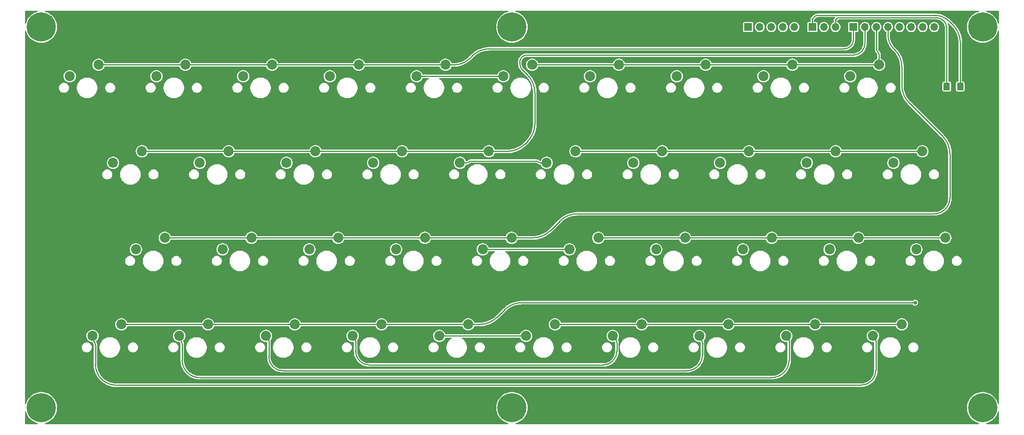
<source format=gbr>
%TF.GenerationSoftware,KiCad,Pcbnew,9.0.2*%
%TF.CreationDate,2025-07-24T10:59:42+01:00*%
%TF.ProjectId,ZX-81Keyboard_v1.1,5a582d38-314b-4657-9962-6f6172645f76,rev?*%
%TF.SameCoordinates,Original*%
%TF.FileFunction,Copper,L1,Top*%
%TF.FilePolarity,Positive*%
%FSLAX46Y46*%
G04 Gerber Fmt 4.6, Leading zero omitted, Abs format (unit mm)*
G04 Created by KiCad (PCBNEW 9.0.2) date 2025-07-24 10:59:42*
%MOMM*%
%LPD*%
G01*
G04 APERTURE LIST*
G04 Aperture macros list*
%AMRoundRect*
0 Rectangle with rounded corners*
0 $1 Rounding radius*
0 $2 $3 $4 $5 $6 $7 $8 $9 X,Y pos of 4 corners*
0 Add a 4 corners polygon primitive as box body*
4,1,4,$2,$3,$4,$5,$6,$7,$8,$9,$2,$3,0*
0 Add four circle primitives for the rounded corners*
1,1,$1+$1,$2,$3*
1,1,$1+$1,$4,$5*
1,1,$1+$1,$6,$7*
1,1,$1+$1,$8,$9*
0 Add four rect primitives between the rounded corners*
20,1,$1+$1,$2,$3,$4,$5,0*
20,1,$1+$1,$4,$5,$6,$7,0*
20,1,$1+$1,$6,$7,$8,$9,0*
20,1,$1+$1,$8,$9,$2,$3,0*%
G04 Aperture macros list end*
%TA.AperFunction,ComponentPad*%
%ADD10C,2.200000*%
%TD*%
%TA.AperFunction,ComponentPad*%
%ADD11R,1.700000X1.700000*%
%TD*%
%TA.AperFunction,ComponentPad*%
%ADD12O,1.700000X1.700000*%
%TD*%
%TA.AperFunction,ComponentPad*%
%ADD13C,3.600000*%
%TD*%
%TA.AperFunction,ConnectorPad*%
%ADD14C,6.400000*%
%TD*%
%TA.AperFunction,SMDPad,CuDef*%
%ADD15RoundRect,0.250001X-0.462499X-0.624999X0.462499X-0.624999X0.462499X0.624999X-0.462499X0.624999X0*%
%TD*%
%TA.AperFunction,ViaPad*%
%ADD16C,0.800000*%
%TD*%
%TA.AperFunction,Conductor*%
%ADD17C,0.250000*%
%TD*%
G04 APERTURE END LIST*
D10*
%TO.P,SW35,1,1*%
%TO.N,/KBA8*%
X124380000Y-95850000D03*
%TO.P,SW35,2,2*%
%TO.N,/KBD4*%
X118030000Y-98390000D03*
%TD*%
D11*
%TO.P,J1,1,Pin_1*%
%TO.N,/LED_A*%
X199980000Y-30400000D03*
D12*
%TO.P,J1,2,Pin_2*%
%TO.N,unconnected-(J1-Pad2)*%
X202520000Y-30400000D03*
%TO.P,J1,3,Pin_3*%
%TO.N,/LED_K*%
X205060000Y-30400000D03*
%TD*%
D10*
%TO.P,SW7,1,1*%
%TO.N,/KBA12*%
X157480000Y-38700000D03*
%TO.P,SW7,2,2*%
%TO.N,/KBD3*%
X151130000Y-41240000D03*
%TD*%
%TO.P,SW13,1,1*%
%TO.N,/KBA10*%
X90805000Y-57750000D03*
%TO.P,SW13,2,2*%
%TO.N,/KBD2*%
X84455000Y-60290000D03*
%TD*%
%TO.P,SW33,1,1*%
%TO.N,/KBA8*%
X86280000Y-95850000D03*
%TO.P,SW33,2,2*%
%TO.N,/KBD2*%
X79930000Y-98390000D03*
%TD*%
%TO.P,SW23,1,1*%
%TO.N,/KBA9*%
X95805000Y-76800000D03*
%TO.P,SW23,2,2*%
%TO.N,/KBD2*%
X89455000Y-79340000D03*
%TD*%
%TO.P,SW16,1,1*%
%TO.N,/KBA13*%
X147955000Y-57750000D03*
%TO.P,SW16,2,2*%
%TO.N,/KBD4*%
X141605000Y-60290000D03*
%TD*%
%TO.P,SW9,1,1*%
%TO.N,/KBA12*%
X195580000Y-38700000D03*
%TO.P,SW9,2,2*%
%TO.N,/KBD1*%
X189230000Y-41240000D03*
%TD*%
%TO.P,SW20,1,1*%
%TO.N,/KBA13*%
X224155000Y-57750000D03*
%TO.P,SW20,2,2*%
%TO.N,/KBD0*%
X217805000Y-60290000D03*
%TD*%
%TO.P,SW36,1,1*%
%TO.N,/KBA15*%
X143430000Y-95850000D03*
%TO.P,SW36,2,2*%
%TO.N,/KBD4*%
X137080000Y-98390000D03*
%TD*%
%TO.P,SW39,1,1*%
%TO.N,/KBA15*%
X200580000Y-95850000D03*
%TO.P,SW39,2,2*%
%TO.N,/KBD1*%
X194230000Y-98390000D03*
%TD*%
%TO.P,SW6,1,1*%
%TO.N,/KBA12*%
X138430000Y-38700000D03*
%TO.P,SW6,2,2*%
%TO.N,/KBD4*%
X132080000Y-41240000D03*
%TD*%
%TO.P,SW32,1,1*%
%TO.N,/KBA8*%
X67230000Y-95850000D03*
%TO.P,SW32,2,2*%
%TO.N,/KBD1*%
X60880000Y-98390000D03*
%TD*%
%TO.P,SW4,1,1*%
%TO.N,/KBA11*%
X100330000Y-38700000D03*
%TO.P,SW4,2,2*%
%TO.N,/KBD3*%
X93980000Y-41240000D03*
%TD*%
%TO.P,SW27,1,1*%
%TO.N,/KBA14*%
X172005000Y-76800000D03*
%TO.P,SW27,2,2*%
%TO.N,/KBD3*%
X165655000Y-79340000D03*
%TD*%
%TO.P,SW38,1,1*%
%TO.N,/KBA15*%
X181530000Y-95850000D03*
%TO.P,SW38,2,2*%
%TO.N,/KBD2*%
X175180000Y-98390000D03*
%TD*%
%TO.P,SW22,1,1*%
%TO.N,/KBA9*%
X76755000Y-76800000D03*
%TO.P,SW22,2,2*%
%TO.N,/KBD1*%
X70405000Y-79340000D03*
%TD*%
D13*
%TO.P,REF\u002A\u002A,1*%
%TO.N,N/C*%
X133980000Y-114200000D03*
D14*
X133980000Y-114200000D03*
%TD*%
D10*
%TO.P,SW28,1,1*%
%TO.N,/KBA14*%
X191055000Y-76800000D03*
%TO.P,SW28,2,2*%
%TO.N,/KBD2*%
X184705000Y-79340000D03*
%TD*%
%TO.P,SW30,1,1*%
%TO.N,/KBA14*%
X229155000Y-76800000D03*
%TO.P,SW30,2,2*%
%TO.N,/KBD0*%
X222805000Y-79340000D03*
%TD*%
D14*
%TO.P,REF\u002A\u002A,1*%
%TO.N,N/C*%
X133980000Y-30400000D03*
D13*
X133980000Y-30400000D03*
%TD*%
D10*
%TO.P,SW19,1,1*%
%TO.N,/KBA13*%
X205105000Y-57750000D03*
%TO.P,SW19,2,2*%
%TO.N,/KBD1*%
X198755000Y-60290000D03*
%TD*%
%TO.P,SW15,1,1*%
%TO.N,/KBA10*%
X128905000Y-57750000D03*
%TO.P,SW15,2,2*%
%TO.N,/KBD4*%
X122555000Y-60290000D03*
%TD*%
%TO.P,SW25,1,1*%
%TO.N,/KBA9*%
X133905000Y-76800000D03*
%TO.P,SW25,2,2*%
%TO.N,/KBD4*%
X127555000Y-79340000D03*
%TD*%
%TO.P,SW40,1,1*%
%TO.N,/KBA15*%
X219630000Y-95850000D03*
%TO.P,SW40,2,2*%
%TO.N,/KBD0*%
X213280000Y-98390000D03*
%TD*%
D13*
%TO.P,REF\u002A\u002A,1*%
%TO.N,N/C*%
X30580000Y-114200000D03*
D14*
X30580000Y-114200000D03*
%TD*%
D11*
%TO.P,J2,1,Pin_1*%
%TO.N,/KBA11*%
X208980000Y-30400000D03*
D12*
%TO.P,J2,2,Pin_2*%
%TO.N,/KBA10*%
X211520000Y-30400000D03*
%TO.P,J2,3,Pin_3*%
%TO.N,/KBA12*%
X214060000Y-30400000D03*
%TO.P,J2,4,Pin_4*%
%TO.N,/KBA9*%
X216600000Y-30400000D03*
%TO.P,J2,5,Pin_5*%
%TO.N,/KBA13*%
X219140000Y-30400000D03*
%TO.P,J2,6,Pin_6*%
%TO.N,/KBA8*%
X221680000Y-30400000D03*
%TO.P,J2,7,Pin_7*%
%TO.N,/KBA14*%
X224220000Y-30400000D03*
%TO.P,J2,8,Pin_8*%
%TO.N,/KBA15*%
X226760000Y-30400000D03*
%TD*%
D10*
%TO.P,SW18,1,1*%
%TO.N,/KBA13*%
X186055000Y-57750000D03*
%TO.P,SW18,2,2*%
%TO.N,/KBD2*%
X179705000Y-60290000D03*
%TD*%
D14*
%TO.P,REF\u002A\u002A,1*%
%TO.N,N/C*%
X237380000Y-114200000D03*
D13*
X237380000Y-114200000D03*
%TD*%
D10*
%TO.P,SW10,1,1*%
%TO.N,/KBA12*%
X214630000Y-38700000D03*
%TO.P,SW10,2,2*%
%TO.N,/KBD0*%
X208280000Y-41240000D03*
%TD*%
%TO.P,SW26,1,1*%
%TO.N,/KBA14*%
X152955000Y-76800000D03*
%TO.P,SW26,2,2*%
%TO.N,/KBD4*%
X146605000Y-79340000D03*
%TD*%
D14*
%TO.P,REF\u002A\u002A,1*%
%TO.N,N/C*%
X237380000Y-30400000D03*
D13*
X237380000Y-30400000D03*
%TD*%
D10*
%TO.P,SW21,1,1*%
%TO.N,/KBA9*%
X57705000Y-76800000D03*
%TO.P,SW21,2,2*%
%TO.N,/KBD0*%
X51355000Y-79340000D03*
%TD*%
%TO.P,SW2,1,1*%
%TO.N,/KBA11*%
X62230000Y-38700000D03*
%TO.P,SW2,2,2*%
%TO.N,/KBD1*%
X55880000Y-41240000D03*
%TD*%
D13*
%TO.P,REF\u002A\u002A,1*%
%TO.N,N/C*%
X30580000Y-30400000D03*
D14*
X30580000Y-30400000D03*
%TD*%
D10*
%TO.P,SW34,1,1*%
%TO.N,/KBA8*%
X105330000Y-95850000D03*
%TO.P,SW34,2,2*%
%TO.N,/KBD3*%
X98980000Y-98390000D03*
%TD*%
%TO.P,SW17,1,1*%
%TO.N,/KBA13*%
X167005000Y-57750000D03*
%TO.P,SW17,2,2*%
%TO.N,/KBD3*%
X160655000Y-60290000D03*
%TD*%
%TO.P,SW3,1,1*%
%TO.N,/KBA11*%
X81280000Y-38700000D03*
%TO.P,SW3,2,2*%
%TO.N,/KBD2*%
X74930000Y-41240000D03*
%TD*%
D15*
%TO.P,D1,1,K*%
%TO.N,/LED_K*%
X229492500Y-43499000D03*
%TO.P,D1,2,A*%
%TO.N,/LED_A*%
X232467500Y-43499000D03*
%TD*%
D10*
%TO.P,SW8,1,1*%
%TO.N,/KBA12*%
X176530000Y-38700000D03*
%TO.P,SW8,2,2*%
%TO.N,/KBD2*%
X170180000Y-41240000D03*
%TD*%
%TO.P,SW24,1,1*%
%TO.N,/KBA9*%
X114855000Y-76800000D03*
%TO.P,SW24,2,2*%
%TO.N,/KBD3*%
X108505000Y-79340000D03*
%TD*%
%TO.P,SW31,1,1*%
%TO.N,/KBA8*%
X48180000Y-95850000D03*
%TO.P,SW31,2,2*%
%TO.N,/KBD0*%
X41830000Y-98390000D03*
%TD*%
%TO.P,SW14,1,1*%
%TO.N,/KBA10*%
X109855000Y-57750000D03*
%TO.P,SW14,2,2*%
%TO.N,/KBD3*%
X103505000Y-60290000D03*
%TD*%
%TO.P,SW5,1,1*%
%TO.N,/KBA11*%
X119380000Y-38700000D03*
%TO.P,SW5,2,2*%
%TO.N,/KBD4*%
X113030000Y-41240000D03*
%TD*%
D11*
%TO.P,J3,1,Pin_1*%
%TO.N,/KBD4*%
X185880000Y-30400000D03*
D12*
%TO.P,J3,2,Pin_2*%
%TO.N,/KBD3*%
X188420000Y-30400000D03*
%TO.P,J3,3,Pin_3*%
%TO.N,/KBD2*%
X190960000Y-30400000D03*
%TO.P,J3,4,Pin_4*%
%TO.N,/KBD1*%
X193500000Y-30400000D03*
%TO.P,J3,5,Pin_5*%
%TO.N,/KBD0*%
X196040000Y-30400000D03*
%TD*%
D10*
%TO.P,SW37,1,1*%
%TO.N,/KBA15*%
X162480000Y-95850000D03*
%TO.P,SW37,2,2*%
%TO.N,/KBD3*%
X156130000Y-98390000D03*
%TD*%
%TO.P,SW12,1,1*%
%TO.N,/KBA10*%
X71755000Y-57750000D03*
%TO.P,SW12,2,2*%
%TO.N,/KBD1*%
X65405000Y-60290000D03*
%TD*%
%TO.P,SW11,1,1*%
%TO.N,/KBA10*%
X52705000Y-57750000D03*
%TO.P,SW11,2,2*%
%TO.N,/KBD0*%
X46355000Y-60290000D03*
%TD*%
%TO.P,SW1,1,1*%
%TO.N,/KBA11*%
X43180000Y-38700000D03*
%TO.P,SW1,2,2*%
%TO.N,/KBD0*%
X36830000Y-41240000D03*
%TD*%
%TO.P,SW29,1,1*%
%TO.N,/KBA14*%
X210105000Y-76800000D03*
%TO.P,SW29,2,2*%
%TO.N,/KBD1*%
X203755000Y-79340000D03*
%TD*%
D16*
%TO.N,/KBA8*%
X222560000Y-91062000D03*
%TD*%
D17*
%TO.N,/LED_K*%
X229492500Y-30619205D02*
X229492500Y-43499000D01*
X205288000Y-28578000D02*
X205047000Y-28819000D01*
X205060000Y-28876384D02*
X205060000Y-30400000D01*
X205901210Y-28324000D02*
X227197294Y-28324000D01*
X205288000Y-28578000D02*
G75*
G02*
X205901210Y-28324004I613200J-613200D01*
G01*
X205047000Y-28845000D02*
G75*
G02*
X205047000Y-28819000I13000J13000D01*
G01*
X228820250Y-28996250D02*
G75*
G03*
X227197294Y-28324002I-1622950J-1622950D01*
G01*
X228820250Y-28996250D02*
G75*
G02*
X229492498Y-30619205I-1622950J-1622950D01*
G01*
X205047000Y-28845000D02*
G75*
G02*
X205060006Y-28876384I-31400J-31400D01*
G01*
%TO.N,/LED_A*%
X199967000Y-28565000D02*
X200335000Y-28197000D01*
X199980000Y-28622384D02*
X199980000Y-30400000D01*
X226894834Y-27816000D02*
X201254815Y-27816000D01*
X230009733Y-29106233D02*
X230873707Y-29970207D01*
X232467500Y-33817963D02*
X232467500Y-43499000D01*
X232467500Y-33817963D02*
G75*
G03*
X230873699Y-29970215I-5441600J-37D01*
G01*
X230009733Y-29106233D02*
G75*
G03*
X226894834Y-27815966I-3114933J-3114867D01*
G01*
X200335000Y-28197000D02*
G75*
G02*
X201254815Y-27816006I919800J-919800D01*
G01*
X199967000Y-28591000D02*
G75*
G02*
X199980006Y-28622384I-31400J-31400D01*
G01*
X199967000Y-28591000D02*
G75*
G02*
X199967000Y-28565000I13000J13000D01*
G01*
%TO.N,/KBA11*%
X116655968Y-38700000D02*
X116652156Y-38700000D01*
X89716738Y-38700000D02*
X89640526Y-38700000D01*
X114965125Y-38700000D02*
X114777663Y-38700000D01*
X120437968Y-38700000D02*
X120434156Y-38700000D01*
X87442708Y-38700000D02*
X87366496Y-38700000D01*
X121034625Y-38700000D02*
X121019375Y-38700000D01*
X120912625Y-38700000D02*
X120882125Y-38700000D01*
X113441424Y-38700000D02*
X113288924Y-38700000D01*
X116970500Y-38700000D02*
X116909500Y-38700000D01*
X103786296Y-38700000D02*
X103669457Y-38700000D01*
X116490125Y-38700000D02*
X116413875Y-38700000D01*
X106655216Y-38700000D02*
X106464756Y-38700000D01*
X109965882Y-38700000D02*
X109916257Y-38700000D01*
X92829100Y-38700000D02*
X92517154Y-38700000D01*
X116406250Y-38700000D02*
X116345250Y-38700000D01*
X109440063Y-38700000D02*
X109491280Y-38700000D01*
X89973299Y-38700000D02*
X89952472Y-38700000D01*
X87137860Y-38700000D02*
X87061648Y-38700000D01*
X73058168Y-38700000D02*
X72940301Y-38700000D01*
X121179500Y-38700000D02*
X121118500Y-38700000D01*
X81773066Y-38700000D02*
X80786934Y-38700000D01*
X88309432Y-38700000D02*
X88233220Y-38700000D01*
X72366469Y-38700000D02*
X72368243Y-38700000D01*
X63264652Y-38700000D02*
X63401572Y-38700000D01*
X74098144Y-38700000D02*
X74021932Y-38700000D01*
X116705531Y-38700000D02*
X116686468Y-38700000D01*
X86838428Y-38700000D02*
X86672929Y-38700000D01*
X43262749Y-38700000D02*
X43180000Y-38700000D01*
X101500262Y-38700000D02*
X100798665Y-38700000D01*
X114369076Y-38700000D02*
X114422451Y-38700000D01*
X90057076Y-38700000D02*
X90069474Y-38700000D01*
X96655762Y-38700000D02*
X96698188Y-38700000D01*
X56001260Y-38700000D02*
X54283782Y-38700000D01*
X108883112Y-38700000D02*
X108825488Y-38700000D01*
X83994022Y-38700000D02*
X83741010Y-38700000D01*
X91262272Y-38700000D02*
X91184286Y-38700000D01*
X109916257Y-38700000D02*
X109850635Y-38700000D01*
X74174356Y-38700000D02*
X74098144Y-38700000D01*
X103434984Y-38700000D02*
X102849198Y-38700000D01*
X99910273Y-38700000D02*
X99501942Y-38700000D01*
X80032215Y-38700000D02*
X79307734Y-38700000D01*
X117771125Y-38700000D02*
X117799718Y-38700000D01*
X91636700Y-38700000D02*
X91602143Y-38700000D01*
X93148144Y-38700000D02*
X93071932Y-38700000D01*
X119097875Y-38700000D02*
X119082625Y-38700000D01*
X71019474Y-38700000D02*
X71007076Y-38700000D01*
X76477620Y-38700000D02*
X76052570Y-38700000D01*
X116490125Y-38700000D02*
X116520625Y-38700000D01*
X83252264Y-38700000D02*
X83487998Y-38700000D01*
X69335644Y-38700000D02*
X69259432Y-38700000D01*
X69488068Y-38700000D02*
X69411856Y-38700000D01*
X109850635Y-38700000D02*
X109785013Y-38700000D01*
X115664718Y-38700000D02*
X115630406Y-38700000D01*
X121179500Y-38700000D02*
X121200469Y-38700000D01*
X109344017Y-38700000D02*
X109318387Y-38700000D01*
X109785013Y-38700000D02*
X109619344Y-38700000D01*
X97127230Y-38700000D02*
X96891496Y-38700000D01*
X46820989Y-38700000D02*
X46463839Y-38700000D01*
X119639250Y-38700000D02*
X119654500Y-38700000D01*
X71907424Y-38700000D02*
X72003132Y-38700000D01*
X121044156Y-38700000D02*
X121040344Y-38700000D01*
X117199250Y-38700000D02*
X117168750Y-38700000D01*
X76633592Y-38700000D02*
X76477620Y-38700000D01*
X90049978Y-38700000D02*
X90042880Y-38700000D01*
X117397500Y-38700000D02*
X117275500Y-38700000D01*
X46132840Y-38700000D02*
X45827992Y-38700000D01*
X82296370Y-38700000D02*
X82034718Y-38700000D01*
X72490525Y-38700000D02*
X72502924Y-38700000D01*
X84718504Y-38700000D02*
X84811224Y-38700000D01*
X76789564Y-38700000D02*
X76633592Y-38700000D01*
X94395928Y-38700000D02*
X94319716Y-38700000D01*
X67915822Y-38700000D02*
X67788428Y-38700000D01*
X105893376Y-38700000D02*
X105778128Y-38700000D01*
X120943125Y-38700000D02*
X120927875Y-38700000D01*
X64025464Y-38700000D02*
X63713518Y-38700000D01*
X73779100Y-38700000D02*
X73467154Y-38700000D01*
X79307734Y-38700000D02*
X79072000Y-38700000D01*
X77310323Y-38700000D02*
X77124883Y-38700000D01*
X121253843Y-38700000D02*
X121250030Y-38700000D01*
X72538414Y-38700000D02*
X72531316Y-38700000D01*
X97893434Y-38700000D02*
X97868988Y-38700000D01*
X89501831Y-38700000D02*
X89404792Y-38700000D01*
X121097531Y-38700000D02*
X121078468Y-38700000D01*
X110128305Y-38700000D02*
X110096311Y-38700000D01*
X121330093Y-38700000D02*
X121326280Y-38700000D01*
X119187468Y-38700000D02*
X119227499Y-38700000D01*
X75498352Y-38700000D02*
X75422140Y-38700000D01*
X121047968Y-38700000D02*
X121044156Y-38700000D01*
X90191754Y-38700000D02*
X90193528Y-38700000D01*
X111657020Y-38700000D02*
X111831318Y-38700000D01*
X120317875Y-38700000D02*
X120287375Y-38700000D01*
X115620875Y-38700000D02*
X115605625Y-38700000D01*
X109369647Y-38700000D02*
X109344017Y-38700000D01*
X115372737Y-38700000D02*
X115265338Y-38700000D01*
X90425714Y-38700000D02*
X90443436Y-38700000D01*
X80786934Y-38700000D02*
X80525282Y-38700000D01*
X101951466Y-38700000D02*
X101911304Y-38700000D01*
X76789564Y-38700000D02*
X77124883Y-38700000D01*
X90957424Y-38700000D02*
X90652576Y-38700000D01*
X121238593Y-38700000D02*
X121250030Y-38700000D01*
X115689499Y-38700000D02*
X115664718Y-38700000D01*
X101911304Y-38700000D02*
X101871142Y-38700000D01*
X68087860Y-38700000D02*
X68011648Y-38700000D01*
X112748947Y-38700000D02*
X112752576Y-38700000D01*
X72531316Y-38700000D02*
X72524218Y-38700000D01*
X72116563Y-38700000D02*
X72003132Y-38700000D01*
X89404792Y-38700000D02*
X89092846Y-38700000D01*
X118047531Y-38700000D02*
X117944593Y-38700000D01*
X60257734Y-38700000D02*
X60628614Y-38700000D01*
X112792000Y-38700000D02*
X112752576Y-38700000D01*
X118760468Y-38700000D02*
X118657531Y-38700000D01*
X119372374Y-38700000D02*
X119227499Y-38700000D01*
X115773374Y-38700000D02*
X115689499Y-38700000D01*
X88385644Y-38700000D02*
X88309432Y-38700000D01*
X94937070Y-38700000D02*
X94771570Y-38700000D01*
X82527784Y-38700000D02*
X82296370Y-38700000D01*
X90556867Y-38700000D02*
X90652576Y-38700000D01*
X120769656Y-38700000D02*
X120765843Y-38700000D01*
X110000329Y-38700000D02*
X109999511Y-38700000D01*
X66385115Y-38700000D02*
X66720433Y-38700000D01*
X93300568Y-38700000D02*
X93224356Y-38700000D01*
X96360323Y-38700000D02*
X96174883Y-38700000D01*
X115925874Y-38700000D02*
X115872499Y-38700000D01*
X96798776Y-38700000D02*
X96891496Y-38700000D01*
X80525282Y-38700000D02*
X80263630Y-38700000D01*
X106435944Y-38700000D02*
X106303108Y-38700000D01*
X78818988Y-38700000D02*
X78565976Y-38700000D01*
X120195875Y-38700000D02*
X120180625Y-38700000D01*
X116413875Y-38700000D02*
X116406250Y-38700000D01*
X120988875Y-38700000D02*
X120973625Y-38700000D01*
X120159656Y-38700000D02*
X120155843Y-38700000D01*
X113798500Y-38700000D02*
X113593924Y-38700000D01*
X109395277Y-38700000D02*
X109369647Y-38700000D01*
X70569698Y-38700000D02*
X70451831Y-38700000D01*
X112637957Y-38700000D02*
X112702265Y-38700000D01*
X87055110Y-38700000D02*
X86965822Y-38700000D01*
X121238593Y-38700000D02*
X121219531Y-38700000D01*
X46820989Y-38700000D02*
X47151988Y-38700000D01*
X92108168Y-38700000D02*
X92205208Y-38700000D01*
X121004125Y-38700000D02*
X120988875Y-38700000D01*
X65668504Y-38700000D02*
X65432770Y-38700000D01*
X46463839Y-38700000D02*
X46437688Y-38700000D01*
X66039382Y-38700000D02*
X65904237Y-38700000D01*
X72134286Y-38700000D02*
X72116563Y-38700000D01*
X119052125Y-38700000D02*
X119036875Y-38700000D01*
X121059405Y-38700000D02*
X121047968Y-38700000D01*
X103903135Y-38700000D02*
X103786296Y-38700000D01*
X104958664Y-38700000D02*
X104843416Y-38700000D01*
X120180625Y-38700000D02*
X120165375Y-38700000D01*
X105606051Y-38700000D02*
X105604460Y-38700000D01*
X108825488Y-38700000D02*
X108767864Y-38700000D01*
X109177574Y-38700000D02*
X109126358Y-38700000D01*
X72458629Y-38700000D02*
X72439132Y-38700000D01*
X61132095Y-38700000D02*
X60805416Y-38700000D01*
X116648344Y-38700000D02*
X116642625Y-38700000D01*
X119532500Y-38700000D02*
X119410500Y-38700000D01*
X106199084Y-38700000D02*
X106123872Y-38700000D01*
X48833694Y-38700000D02*
X48527726Y-38700000D01*
X68005110Y-38700000D02*
X67915822Y-38700000D01*
X85224527Y-38700000D02*
X85089382Y-38700000D01*
X78443789Y-38700000D02*
X78565976Y-38700000D01*
X61844387Y-38700000D02*
X62678866Y-38700000D01*
X120159656Y-38700000D02*
X120165375Y-38700000D01*
X110403610Y-38700000D02*
X110506043Y-38700000D01*
X71141754Y-38700000D02*
X71143528Y-38700000D01*
X117580499Y-38700000D02*
X117435624Y-38700000D01*
X109619344Y-38700000D02*
X109555312Y-38700000D01*
X84116209Y-38700000D02*
X83994022Y-38700000D01*
X72212272Y-38700000D02*
X72134286Y-38700000D01*
X119776500Y-38700000D02*
X119715500Y-38700000D01*
X120437968Y-38700000D02*
X120477999Y-38700000D01*
X49190283Y-38700000D02*
X49139662Y-38700000D01*
X89869162Y-38700000D02*
X89876260Y-38700000D01*
X116535875Y-38700000D02*
X116520625Y-38700000D01*
X86672929Y-38700000D02*
X86507430Y-38700000D01*
X101830980Y-38700000D02*
X101500262Y-38700000D01*
X67457430Y-38700000D02*
X67032381Y-38700000D01*
X115590375Y-38700000D02*
X115575125Y-38700000D01*
X114652500Y-38700000D02*
X114670913Y-38700000D01*
X77605762Y-38700000D02*
X77470616Y-38700000D01*
X106464756Y-38700000D02*
X106435944Y-38700000D01*
X59086162Y-38700000D02*
X57543711Y-38700000D01*
X106056239Y-38700000D02*
X106008624Y-38700000D01*
X117275500Y-38700000D02*
X117229750Y-38700000D01*
X119608750Y-38700000D02*
X119578250Y-38700000D01*
X116002124Y-38700000D02*
X115979249Y-38700000D01*
X65904237Y-38700000D02*
X65861812Y-38700000D01*
X75193504Y-38700000D02*
X75117292Y-38700000D01*
X91540525Y-38700000D02*
X91508629Y-38700000D01*
X114101269Y-38700000D02*
X114012000Y-38700000D01*
X110198744Y-38700000D02*
X110141120Y-38700000D01*
X85435115Y-38700000D02*
X85249675Y-38700000D01*
X87366496Y-38700000D02*
X87290284Y-38700000D01*
X85770433Y-38700000D02*
X85435115Y-38700000D01*
X100798665Y-38700000D02*
X99910273Y-38700000D01*
X72517120Y-38700000D02*
X72510022Y-38700000D01*
X114136231Y-38700000D02*
X114101269Y-38700000D01*
X48527726Y-38700000D02*
X48171136Y-38700000D01*
X116909500Y-38700000D02*
X116848500Y-38700000D01*
X71393436Y-38700000D02*
X71375714Y-38700000D01*
X94319716Y-38700000D02*
X94243504Y-38700000D01*
X88780900Y-38700000D02*
X88614280Y-38700000D01*
X91817050Y-38700000D02*
X91740838Y-38700000D01*
X108588628Y-38700000D02*
X108531004Y-38700000D01*
X117092500Y-38700000D02*
X117031500Y-38700000D01*
X72843262Y-38700000D02*
X72767050Y-38700000D01*
X90556867Y-38700000D02*
X90443436Y-38700000D01*
X107844376Y-38700000D02*
X107815564Y-38700000D01*
X68316496Y-38700000D02*
X68240284Y-38700000D01*
X120561874Y-38700000D02*
X120477999Y-38700000D01*
X70354792Y-38700000D02*
X70042846Y-38700000D01*
X77748776Y-38700000D02*
X77841496Y-38700000D01*
X91489132Y-38700000D02*
X91508629Y-38700000D01*
X115546531Y-38700000D02*
X115504593Y-38700000D01*
X121019375Y-38700000D02*
X121004125Y-38700000D01*
X68392708Y-38700000D02*
X68316496Y-38700000D01*
X115559875Y-38700000D02*
X115546531Y-38700000D01*
X87055110Y-38700000D02*
X87061648Y-38700000D01*
X107815564Y-38700000D02*
X107653916Y-38700000D01*
X115819124Y-38700000D02*
X115773374Y-38700000D01*
X70354792Y-38700000D02*
X70451831Y-38700000D01*
X89619698Y-38700000D02*
X89501831Y-38700000D01*
X91990301Y-38700000D02*
X91969474Y-38700000D01*
X68164072Y-38700000D02*
X68087860Y-38700000D01*
X94472140Y-38700000D02*
X94395928Y-38700000D01*
X65668504Y-38700000D02*
X65761224Y-38700000D01*
X119067375Y-38700000D02*
X119052125Y-38700000D01*
X110768533Y-38700000D02*
X110506043Y-38700000D01*
X120140593Y-38700000D02*
X120121531Y-38700000D01*
X120272125Y-38700000D02*
X120256875Y-38700000D01*
X90035782Y-38700000D02*
X90028684Y-38700000D01*
X94548352Y-38700000D02*
X94472140Y-38700000D01*
X65861812Y-38700000D02*
X65811518Y-38700000D01*
X106845676Y-38700000D02*
X106949700Y-38700000D01*
X105073912Y-38700000D02*
X105309976Y-38700000D01*
X84247036Y-38700000D02*
X84133489Y-38700000D01*
X121219531Y-38700000D02*
X121200469Y-38700000D01*
X91740838Y-38700000D02*
X91733740Y-38700000D01*
X106303108Y-38700000D02*
X106274296Y-38700000D01*
X91969474Y-38700000D02*
X91893262Y-38700000D01*
X96655762Y-38700000D02*
X96520616Y-38700000D01*
X105662880Y-38700000D02*
X105606051Y-38700000D01*
X91588414Y-38700000D02*
X91581316Y-38700000D01*
X119082625Y-38700000D02*
X119067375Y-38700000D01*
X43841997Y-38700000D02*
X43510998Y-38700000D01*
X97362964Y-38700000D02*
X97127230Y-38700000D01*
X91416469Y-38700000D02*
X91342032Y-38700000D01*
X70819162Y-38700000D02*
X70826260Y-38700000D01*
X105073912Y-38700000D02*
X104958664Y-38700000D01*
X116705531Y-38700000D02*
X116726500Y-38700000D01*
X86838428Y-38700000D02*
X86965822Y-38700000D01*
X64885090Y-38700000D02*
X65022010Y-38700000D01*
X92995720Y-38700000D02*
X92829100Y-38700000D01*
X124664272Y-37319727D02*
X125208206Y-36775792D01*
X72439132Y-38700000D02*
X72368243Y-38700000D01*
X108940736Y-38700000D02*
X108883112Y-38700000D01*
X95839564Y-38700000D02*
X95683592Y-38700000D01*
X117031500Y-38700000D02*
X116970500Y-38700000D01*
X114496103Y-38700000D02*
X114459277Y-38700000D01*
X119036875Y-38700000D02*
X119008281Y-38700000D01*
X83741010Y-38700000D02*
X83487998Y-38700000D01*
X79072000Y-38700000D02*
X78818988Y-38700000D01*
X91418243Y-38700000D02*
X91416469Y-38700000D01*
X117755875Y-38700000D02*
X117740625Y-38700000D01*
X110198744Y-38700000D02*
X110288362Y-38700000D01*
X112354212Y-38700000D02*
X112057556Y-38700000D01*
X110977997Y-38700000D02*
X110821559Y-38700000D01*
X96798776Y-38700000D02*
X96748482Y-38700000D01*
X90028684Y-38700000D02*
X90021586Y-38700000D01*
X74021932Y-38700000D02*
X73945720Y-38700000D01*
X98984429Y-38700000D02*
X98357734Y-38700000D01*
X105778128Y-38700000D02*
X105662880Y-38700000D01*
X119639250Y-38700000D02*
X119608750Y-38700000D01*
X103434984Y-38700000D02*
X103669457Y-38700000D01*
X66876407Y-38700000D02*
X66720433Y-38700000D01*
X72366469Y-38700000D02*
X72292032Y-38700000D01*
X52857423Y-38700000D02*
X51431064Y-38700000D01*
X121309125Y-38700000D02*
X121293875Y-38700000D01*
X116034530Y-38700000D02*
X116024999Y-38700000D01*
X106076257Y-38700000D02*
X106056239Y-38700000D01*
X93376780Y-38700000D02*
X93300568Y-38700000D01*
X117397500Y-38700000D02*
X117435624Y-38700000D01*
X116612125Y-38700000D02*
X116596875Y-38700000D01*
X110403610Y-38700000D02*
X110345986Y-38700000D01*
X91733740Y-38700000D02*
X91657528Y-38700000D01*
X44834994Y-38700000D02*
X44503995Y-38700000D01*
X109292778Y-38700000D02*
X109267191Y-38700000D01*
X69259432Y-38700000D02*
X69183220Y-38700000D01*
X115262500Y-38700000D02*
X115149424Y-38700000D01*
X120121531Y-38700000D02*
X120102469Y-38700000D01*
X72607528Y-38700000D02*
X72586700Y-38700000D01*
X97485150Y-38700000D02*
X97476511Y-38700000D01*
X63264652Y-38700000D02*
X62678866Y-38700000D01*
X69564280Y-38700000D02*
X69488068Y-38700000D01*
X105604460Y-38700000D02*
X105602869Y-38700000D01*
X90007856Y-38700000D02*
X89973299Y-38700000D01*
X120226375Y-38700000D02*
X120211125Y-38700000D01*
X111935198Y-38700000D02*
X111883258Y-38700000D01*
X96748482Y-38700000D02*
X96698188Y-38700000D01*
X116642625Y-38700000D02*
X116627375Y-38700000D01*
X111134435Y-38700000D02*
X111256484Y-38700000D01*
X65098222Y-38700000D02*
X65197036Y-38700000D01*
X86507430Y-38700000D02*
X86082381Y-38700000D01*
X116129844Y-38700000D02*
X116116500Y-38700000D01*
X71007076Y-38700000D02*
X70999978Y-38700000D01*
X78312964Y-38700000D02*
X78426511Y-38700000D01*
X113136424Y-38700000D02*
X113023348Y-38700000D01*
X60805416Y-38700000D02*
X60746482Y-38700000D01*
X71070866Y-38700000D02*
X71051369Y-38700000D01*
X84954237Y-38700000D02*
X84911812Y-38700000D01*
X109267191Y-38700000D02*
X109228790Y-38700000D01*
X109228790Y-38700000D02*
X109177574Y-38700000D01*
X84718504Y-38700000D02*
X84482770Y-38700000D01*
X115971624Y-38700000D02*
X115933499Y-38700000D01*
X119715500Y-38700000D02*
X119654500Y-38700000D01*
X116787500Y-38700000D02*
X116726500Y-38700000D01*
X116686468Y-38700000D02*
X116667405Y-38700000D01*
X119008281Y-38700000D02*
X118935843Y-38700000D01*
X77698482Y-38700000D02*
X77648188Y-38700000D01*
X115979249Y-38700000D02*
X115971624Y-38700000D01*
X71217965Y-38700000D02*
X71143528Y-38700000D01*
X72683740Y-38700000D02*
X72607528Y-38700000D01*
X119187468Y-38700000D02*
X119122656Y-38700000D01*
X108588628Y-38700000D02*
X108767864Y-38700000D01*
X114582576Y-38700000D02*
X114512652Y-38700000D01*
X121322468Y-38700000D02*
X121318656Y-38700000D01*
X90347727Y-38700000D02*
X90269740Y-38700000D01*
X109401662Y-38700000D02*
X109395277Y-38700000D01*
X54283782Y-38700000D02*
X52857423Y-38700000D01*
X115475999Y-38700000D02*
X115376874Y-38700000D01*
X112910272Y-38700000D02*
X112870848Y-38700000D01*
X72683740Y-38700000D02*
X72690838Y-38700000D01*
X84911812Y-38700000D02*
X84861518Y-38700000D01*
X120394125Y-38700000D02*
X120430344Y-38700000D01*
X108531004Y-38700000D02*
X108473380Y-38700000D01*
X72524218Y-38700000D02*
X72517120Y-38700000D01*
X70957856Y-38700000D02*
X70923299Y-38700000D01*
X116225156Y-38700000D02*
X116190843Y-38700000D01*
X97493789Y-38700000D02*
X97615976Y-38700000D01*
X118657531Y-38700000D02*
X118556500Y-38700000D01*
X115262500Y-38700000D02*
X115265338Y-38700000D01*
X109440063Y-38700000D02*
X109401662Y-38700000D01*
X82034718Y-38700000D02*
X81773066Y-38700000D01*
X109999511Y-38700000D02*
X109965882Y-38700000D01*
X77335470Y-38700000D02*
X77310323Y-38700000D01*
X120927875Y-38700000D02*
X120912625Y-38700000D01*
X71907424Y-38700000D02*
X71602576Y-38700000D01*
X121293875Y-38700000D02*
X121278625Y-38700000D01*
X90267965Y-38700000D02*
X90193528Y-38700000D01*
X91340258Y-38700000D02*
X91342032Y-38700000D01*
X72538414Y-38700000D02*
X72552143Y-38700000D01*
X116848500Y-38700000D02*
X116787500Y-38700000D01*
X85089382Y-38700000D02*
X84954237Y-38700000D01*
X120256875Y-38700000D02*
X120226375Y-38700000D01*
X110096311Y-38700000D02*
X110064317Y-38700000D01*
X93071932Y-38700000D02*
X92995720Y-38700000D01*
X70978684Y-38700000D02*
X70971586Y-38700000D01*
X119898500Y-38700000D02*
X119837500Y-38700000D01*
X51176277Y-38700000D02*
X50259492Y-38700000D01*
X121040344Y-38700000D02*
X121034625Y-38700000D01*
X119122656Y-38700000D02*
X119097875Y-38700000D01*
X84482770Y-38700000D02*
X84247036Y-38700000D01*
X117229750Y-38700000D02*
X117199250Y-38700000D01*
X83252264Y-38700000D02*
X82527784Y-38700000D01*
X116627375Y-38700000D02*
X116612125Y-38700000D01*
X91574218Y-38700000D02*
X91567120Y-38700000D01*
X120152030Y-38700000D02*
X120140593Y-38700000D01*
X121257656Y-38700000D02*
X121263375Y-38700000D01*
X70042846Y-38700000D02*
X69730900Y-38700000D01*
X75504889Y-38700000D02*
X75498352Y-38700000D01*
X96385470Y-38700000D02*
X96360323Y-38700000D01*
X91166563Y-38700000D02*
X91053132Y-38700000D01*
X68240284Y-38700000D02*
X68164072Y-38700000D01*
X91053132Y-38700000D02*
X90957424Y-38700000D01*
X115872499Y-38700000D02*
X115819124Y-38700000D01*
X70923299Y-38700000D02*
X70902472Y-38700000D01*
X99501942Y-38700000D02*
X99093611Y-38700000D01*
X114496103Y-38700000D02*
X114512652Y-38700000D01*
X69411856Y-38700000D02*
X69335644Y-38700000D01*
X76052570Y-38700000D02*
X75887070Y-38700000D01*
X112831424Y-38700000D02*
X112792000Y-38700000D01*
X73779100Y-38700000D02*
X73945720Y-38700000D01*
X90267965Y-38700000D02*
X90269740Y-38700000D01*
X67788428Y-38700000D02*
X67622929Y-38700000D01*
X117725375Y-38700000D02*
X117710125Y-38700000D01*
X112547679Y-38700000D02*
X112457401Y-38700000D01*
X108473380Y-38700000D02*
X108415756Y-38700000D01*
X120561874Y-38700000D02*
X120638124Y-38700000D01*
X98984429Y-38700000D02*
X99093611Y-38700000D01*
X120020500Y-38700000D02*
X119959500Y-38700000D01*
X120081500Y-38700000D02*
X120020500Y-38700000D01*
X91636700Y-38700000D02*
X91657528Y-38700000D01*
X107873188Y-38700000D02*
X107844376Y-38700000D01*
X105426815Y-38700000D02*
X105309976Y-38700000D01*
X72290258Y-38700000D02*
X72292032Y-38700000D01*
X112985223Y-38700000D02*
X112948397Y-38700000D01*
X66199675Y-38700000D02*
X66174527Y-38700000D01*
X118251500Y-38700000D02*
X118150469Y-38700000D01*
X111657020Y-38700000D02*
X111256484Y-38700000D01*
X112985223Y-38700000D02*
X113023348Y-38700000D01*
X116596875Y-38700000D02*
X116581625Y-38700000D01*
X108940736Y-38700000D02*
X108942327Y-38700000D01*
X109003133Y-38700000D02*
X108942327Y-38700000D01*
X94243504Y-38700000D02*
X94167292Y-38700000D01*
X64885090Y-38700000D02*
X64573144Y-38700000D01*
X107873188Y-38700000D02*
X108180487Y-38700000D01*
X44834994Y-38700000D02*
X45523144Y-38700000D01*
X71506867Y-38700000D02*
X71602576Y-38700000D01*
X50004705Y-38700000D02*
X49597494Y-38700000D01*
X116116500Y-38700000D02*
X116086000Y-38700000D01*
X66174527Y-38700000D02*
X66039382Y-38700000D01*
X121257656Y-38700000D02*
X121253843Y-38700000D01*
X106845676Y-38700000D02*
X106655216Y-38700000D01*
X107653916Y-38700000D02*
X107301808Y-38700000D01*
X114012000Y-38700000D02*
X113798500Y-38700000D01*
X110064317Y-38700000D02*
X110032323Y-38700000D01*
X70902472Y-38700000D02*
X70826260Y-38700000D01*
X116038343Y-38700000D02*
X116034530Y-38700000D01*
X116042156Y-38700000D02*
X116055500Y-38700000D01*
X112457401Y-38700000D02*
X112354212Y-38700000D01*
X98195339Y-38700000D02*
X98357734Y-38700000D01*
X94167292Y-38700000D02*
X93376780Y-38700000D01*
X120434156Y-38700000D02*
X120430344Y-38700000D01*
X114459277Y-38700000D02*
X114422451Y-38700000D01*
X71297727Y-38700000D02*
X71219740Y-38700000D01*
X121314844Y-38700000D02*
X121309125Y-38700000D01*
X108415756Y-38700000D02*
X108356541Y-38700000D01*
X116024999Y-38700000D02*
X116002124Y-38700000D01*
X118556500Y-38700000D02*
X118251500Y-38700000D01*
X117153500Y-38700000D02*
X117092500Y-38700000D01*
X91540525Y-38700000D02*
X91552924Y-38700000D01*
X105543654Y-38700000D02*
X105426815Y-38700000D01*
X51431064Y-38700000D02*
X51176277Y-38700000D01*
X91893262Y-38700000D02*
X91817050Y-38700000D01*
X115050299Y-38700000D02*
X114965125Y-38700000D01*
X89952472Y-38700000D02*
X89876260Y-38700000D01*
X119959500Y-38700000D02*
X119898500Y-38700000D01*
X90042880Y-38700000D02*
X90035782Y-38700000D01*
X119532500Y-38700000D02*
X119578250Y-38700000D01*
X111935198Y-38700000D02*
X112057556Y-38700000D01*
X72490525Y-38700000D02*
X72458629Y-38700000D01*
X90425714Y-38700000D02*
X90347727Y-38700000D01*
X120287375Y-38700000D02*
X120272125Y-38700000D01*
X73467154Y-38700000D02*
X73155208Y-38700000D01*
X115933499Y-38700000D02*
X115925874Y-38700000D01*
X70985782Y-38700000D02*
X70978684Y-38700000D01*
X84124849Y-38700000D02*
X84116209Y-38700000D01*
X108356541Y-38700000D02*
X108180487Y-38700000D01*
X104724986Y-38700000D02*
X104843416Y-38700000D01*
X70590526Y-38700000D02*
X70569698Y-38700000D01*
X117153500Y-38700000D02*
X117168750Y-38700000D01*
X85926407Y-38700000D02*
X85770433Y-38700000D01*
X114171193Y-38700000D02*
X114225500Y-38700000D01*
X117872155Y-38700000D02*
X117799718Y-38700000D01*
X71051369Y-38700000D02*
X71019474Y-38700000D01*
X120721999Y-38700000D02*
X120638124Y-38700000D01*
X65432770Y-38700000D02*
X65197036Y-38700000D01*
X77648188Y-38700000D02*
X77605762Y-38700000D01*
X72586700Y-38700000D02*
X72552143Y-38700000D01*
X115135473Y-38700000D02*
X115050299Y-38700000D01*
X57543711Y-38700000D02*
X56001260Y-38700000D01*
X109126358Y-38700000D02*
X109003133Y-38700000D01*
X97493789Y-38700000D02*
X97485150Y-38700000D01*
X102849198Y-38700000D02*
X101951466Y-38700000D01*
X119410500Y-38700000D02*
X119372374Y-38700000D01*
X65811518Y-38700000D02*
X65761224Y-38700000D01*
X118863405Y-38700000D02*
X118760468Y-38700000D01*
X90101369Y-38700000D02*
X90069474Y-38700000D01*
X77748776Y-38700000D02*
X77698482Y-38700000D01*
X78435150Y-38700000D02*
X78426511Y-38700000D01*
X94644176Y-38700000D02*
X94554889Y-38700000D01*
X63713518Y-38700000D02*
X63401572Y-38700000D01*
X101871142Y-38700000D02*
X101830980Y-38700000D01*
X91560022Y-38700000D02*
X91552924Y-38700000D01*
X120762030Y-38700000D02*
X120721999Y-38700000D01*
X71375714Y-38700000D02*
X71297727Y-38700000D01*
X103903135Y-38700000D02*
X104020770Y-38700000D01*
X116345250Y-38700000D02*
X116284250Y-38700000D01*
X65098222Y-38700000D02*
X65060116Y-38700000D01*
X69183220Y-38700000D02*
X68392708Y-38700000D01*
X111134435Y-38700000D02*
X110977997Y-38700000D01*
X115376874Y-38700000D02*
X115372737Y-38700000D01*
X88614280Y-38700000D02*
X88538068Y-38700000D01*
X120081500Y-38700000D02*
X120102469Y-38700000D01*
X75594176Y-38700000D02*
X75721570Y-38700000D01*
X95102570Y-38700000D02*
X94937070Y-38700000D01*
X48171136Y-38700000D02*
X47151988Y-38700000D01*
X96520616Y-38700000D02*
X96385470Y-38700000D01*
X60687548Y-38700000D02*
X60628614Y-38700000D01*
X120394125Y-38700000D02*
X120317875Y-38700000D01*
X120211125Y-38700000D02*
X120195875Y-38700000D01*
X89619698Y-38700000D02*
X89640526Y-38700000D01*
X119837500Y-38700000D02*
X119776500Y-38700000D01*
X43428248Y-38700000D02*
X43262749Y-38700000D01*
X67032381Y-38700000D02*
X66876407Y-38700000D01*
X70666738Y-38700000D02*
X70590526Y-38700000D01*
X95102570Y-38700000D02*
X95527620Y-38700000D01*
X112637957Y-38700000D02*
X112547679Y-38700000D01*
X64337410Y-38700000D02*
X64025464Y-38700000D01*
X72510022Y-38700000D02*
X72502924Y-38700000D01*
X87442708Y-38700000D02*
X88233220Y-38700000D01*
X120882125Y-38700000D02*
X120805875Y-38700000D01*
X71141754Y-38700000D02*
X71070866Y-38700000D01*
X60746482Y-38700000D02*
X60687548Y-38700000D01*
X68005110Y-38700000D02*
X68011648Y-38700000D01*
X84133489Y-38700000D02*
X84124849Y-38700000D01*
X118863405Y-38700000D02*
X118935843Y-38700000D01*
X67622929Y-38700000D02*
X67457430Y-38700000D01*
X112748947Y-38700000D02*
X112702265Y-38700000D01*
X98195339Y-38700000D02*
X97893434Y-38700000D01*
X64573144Y-38700000D02*
X64337410Y-38700000D01*
X66385115Y-38700000D02*
X66199675Y-38700000D01*
X89869162Y-38700000D02*
X89792950Y-38700000D01*
X121278625Y-38700000D02*
X121263375Y-38700000D01*
X116042156Y-38700000D02*
X116038343Y-38700000D01*
X120973625Y-38700000D02*
X120943125Y-38700000D01*
X60257734Y-38700000D02*
X59457041Y-38700000D01*
X117740625Y-38700000D02*
X117725375Y-38700000D01*
X78077230Y-38700000D02*
X77841496Y-38700000D01*
X110141120Y-38700000D02*
X110128305Y-38700000D01*
X88461856Y-38700000D02*
X88385644Y-38700000D01*
X72290258Y-38700000D02*
X72212272Y-38700000D01*
X112870848Y-38700000D02*
X112831424Y-38700000D01*
X113279068Y-38700000D02*
X113146280Y-38700000D01*
X106008624Y-38700000D02*
X105893376Y-38700000D01*
X109318387Y-38700000D02*
X109318365Y-38700000D01*
X87290284Y-38700000D02*
X87214072Y-38700000D01*
X46437688Y-38700000D02*
X46132840Y-38700000D01*
X90120866Y-38700000D02*
X90101369Y-38700000D01*
X97868988Y-38700000D02*
X97615976Y-38700000D01*
X70957856Y-38700000D02*
X70971586Y-38700000D01*
X44172996Y-38700000D02*
X43841997Y-38700000D01*
X94554889Y-38700000D02*
X94548352Y-38700000D01*
X112948397Y-38700000D02*
X112911571Y-38700000D01*
X117685343Y-38700000D02*
X117620530Y-38700000D01*
X113288924Y-38700000D02*
X113279068Y-38700000D01*
X65060116Y-38700000D02*
X65022010Y-38700000D01*
X90021586Y-38700000D02*
X90007856Y-38700000D01*
X49597494Y-38700000D02*
X49190283Y-38700000D01*
X114369076Y-38700000D02*
X114225500Y-38700000D01*
X75422140Y-38700000D02*
X75345928Y-38700000D01*
X72767050Y-38700000D02*
X72690838Y-38700000D01*
X117771125Y-38700000D02*
X117755875Y-38700000D01*
X207013412Y-35182000D02*
X129055963Y-35182000D01*
X97476511Y-38700000D02*
X97362964Y-38700000D01*
X73058168Y-38700000D02*
X73155208Y-38700000D01*
X106274296Y-38700000D02*
X106199084Y-38700000D01*
X78443789Y-38700000D02*
X78435150Y-38700000D01*
X116284250Y-38700000D02*
X116225156Y-38700000D01*
X85249675Y-38700000D02*
X85224527Y-38700000D01*
X94771570Y-38700000D02*
X94644176Y-38700000D01*
X43510998Y-38700000D02*
X43428248Y-38700000D01*
X71506867Y-38700000D02*
X71393436Y-38700000D01*
X49139662Y-38700000D02*
X48833694Y-38700000D01*
X116551125Y-38700000D02*
X116535875Y-38700000D01*
X75345928Y-38700000D02*
X75269716Y-38700000D01*
X116551125Y-38700000D02*
X116581625Y-38700000D01*
X116667405Y-38700000D02*
X116655968Y-38700000D01*
X113146280Y-38700000D02*
X113136424Y-38700000D01*
X91602143Y-38700000D02*
X91588414Y-38700000D01*
X114652500Y-38700000D02*
X114582576Y-38700000D01*
X115149424Y-38700000D02*
X115135473Y-38700000D01*
X120805875Y-38700000D02*
X120769656Y-38700000D01*
X88538068Y-38700000D02*
X88461856Y-38700000D01*
X70992880Y-38700000D02*
X70985782Y-38700000D01*
X121318656Y-38700000D02*
X121314844Y-38700000D01*
X86082381Y-38700000D02*
X85926407Y-38700000D01*
X113593924Y-38700000D02*
X113441424Y-38700000D01*
X92108168Y-38700000D02*
X91990301Y-38700000D01*
X75117292Y-38700000D02*
X74326780Y-38700000D01*
X77470616Y-38700000D02*
X77335470Y-38700000D01*
X111883258Y-38700000D02*
X111831318Y-38700000D01*
X116133656Y-38700000D02*
X116129844Y-38700000D01*
X96174883Y-38700000D02*
X95839564Y-38700000D01*
X112910272Y-38700000D02*
X112911571Y-38700000D01*
X91166563Y-38700000D02*
X91184286Y-38700000D01*
X117580499Y-38700000D02*
X117620530Y-38700000D01*
X118150469Y-38700000D02*
X118047531Y-38700000D01*
X74326780Y-38700000D02*
X74250568Y-38700000D01*
X109555312Y-38700000D02*
X109491280Y-38700000D01*
X116652156Y-38700000D02*
X116648344Y-38700000D01*
X114777663Y-38700000D02*
X114670913Y-38700000D01*
X106096275Y-38700000D02*
X106123872Y-38700000D01*
X121332000Y-38700000D02*
X121330093Y-38700000D01*
X115475999Y-38700000D02*
X115504593Y-38700000D01*
X84861518Y-38700000D02*
X84811224Y-38700000D01*
X75887070Y-38700000D02*
X75721570Y-38700000D01*
X90191754Y-38700000D02*
X90120866Y-38700000D01*
X120765843Y-38700000D02*
X120762030Y-38700000D01*
X75594176Y-38700000D02*
X75504889Y-38700000D01*
X105543654Y-38700000D02*
X105602869Y-38700000D01*
X106096275Y-38700000D02*
X106076257Y-38700000D01*
X70742950Y-38700000D02*
X70666738Y-38700000D01*
X120155843Y-38700000D02*
X120152030Y-38700000D01*
X91489132Y-38700000D02*
X91418243Y-38700000D01*
X71219740Y-38700000D02*
X71217965Y-38700000D01*
X91567120Y-38700000D02*
X91560022Y-38700000D01*
X93224356Y-38700000D02*
X93148144Y-38700000D01*
X87214072Y-38700000D02*
X87137860Y-38700000D01*
X121097531Y-38700000D02*
X121118500Y-38700000D01*
X70999978Y-38700000D02*
X70992880Y-38700000D01*
X50259492Y-38700000D02*
X50004705Y-38700000D01*
X91340258Y-38700000D02*
X91262272Y-38700000D01*
X116137468Y-38700000D02*
X116133656Y-38700000D01*
X75269716Y-38700000D02*
X75193504Y-38700000D01*
X89792950Y-38700000D02*
X89716738Y-38700000D01*
X72940301Y-38700000D02*
X72919474Y-38700000D01*
X44503995Y-38700000D02*
X44172996Y-38700000D01*
X92517154Y-38700000D02*
X92205208Y-38700000D01*
X115620875Y-38700000D02*
X115630406Y-38700000D01*
X80032215Y-38700000D02*
X80263630Y-38700000D01*
X109318365Y-38700000D02*
X109292778Y-38700000D01*
X78312964Y-38700000D02*
X78077230Y-38700000D01*
X95683592Y-38700000D02*
X95527620Y-38700000D01*
X114171193Y-38700000D02*
X114136231Y-38700000D01*
X69564280Y-38700000D02*
X69730900Y-38700000D01*
X116086000Y-38700000D02*
X116055500Y-38700000D01*
X117685343Y-38700000D02*
X117710125Y-38700000D01*
X117944593Y-38700000D02*
X117872155Y-38700000D01*
X89092846Y-38700000D02*
X88780900Y-38700000D01*
X116137468Y-38700000D02*
X116156530Y-38700000D01*
X116190843Y-38700000D02*
X116156530Y-38700000D01*
X121322468Y-38700000D02*
X121326280Y-38700000D01*
X90057076Y-38700000D02*
X90049978Y-38700000D01*
X74250568Y-38700000D02*
X74174356Y-38700000D01*
X45827992Y-38700000D02*
X45523144Y-38700000D01*
X107301808Y-38700000D02*
X106949700Y-38700000D01*
X110032323Y-38700000D02*
X110000329Y-38700000D01*
X121078468Y-38700000D02*
X121059405Y-38700000D01*
X104372878Y-38700000D02*
X104020770Y-38700000D01*
X91581316Y-38700000D02*
X91574218Y-38700000D01*
X115575125Y-38700000D02*
X115559875Y-38700000D01*
X110768533Y-38700000D02*
X110821559Y-38700000D01*
X61844387Y-38700000D02*
X61132095Y-38700000D01*
X110345986Y-38700000D02*
X110288362Y-38700000D01*
X115605625Y-38700000D02*
X115590375Y-38700000D01*
X72919474Y-38700000D02*
X72843262Y-38700000D01*
X70819162Y-38700000D02*
X70742950Y-38700000D01*
X104724986Y-38700000D02*
X104372878Y-38700000D01*
X208980000Y-33215412D02*
X208980000Y-30400000D01*
X59457041Y-38700000D02*
X59086162Y-38700000D01*
X124664272Y-37319727D02*
G75*
G02*
X121332000Y-38699983I-3332272J3332327D01*
G01*
X129055963Y-35182000D02*
G75*
G03*
X125208215Y-36775801I37J-5441600D01*
G01*
X208404000Y-34606000D02*
G75*
G02*
X207013412Y-35182005I-1390600J1390600D01*
G01*
X208980000Y-33215412D02*
G75*
G02*
X208403996Y-34605996I-1966600J12D01*
G01*
%TO.N,/KBA10*%
X101633168Y-57750000D02*
X101515301Y-57750000D01*
X132523640Y-57750000D02*
X132513530Y-57750000D01*
X95607381Y-57750000D02*
X96032430Y-57750000D01*
X83470720Y-57750000D02*
X83304100Y-57750000D01*
X128743760Y-57750000D02*
X128740062Y-57750000D01*
X94007770Y-57750000D02*
X93772036Y-57750000D01*
X128747458Y-57750000D02*
X128743760Y-57750000D01*
X82111700Y-57750000D02*
X82077143Y-57750000D01*
X131544977Y-57750000D02*
X131456217Y-57750000D01*
X129872066Y-57750000D02*
X129880318Y-57750000D01*
X56345989Y-57750000D02*
X55988839Y-57750000D01*
X104169176Y-57750000D02*
X104079889Y-57750000D01*
X138994000Y-51724036D02*
X138994000Y-44801963D01*
X118444162Y-57750000D02*
X118451260Y-57750000D01*
X132503420Y-57750000D02*
X132493310Y-57750000D01*
X131230896Y-57750000D02*
X131190455Y-57750000D01*
X118582856Y-57750000D02*
X118548299Y-57750000D01*
X132964067Y-57750000D02*
X132961924Y-57750000D01*
X102354100Y-57750000D02*
X102520720Y-57750000D01*
X79567846Y-57750000D02*
X79255900Y-57750000D01*
X118582856Y-57750000D02*
X118596586Y-57750000D01*
X127180181Y-57750000D02*
X127163418Y-57750000D01*
X55962688Y-57750000D02*
X55657840Y-57750000D01*
X95607381Y-57750000D02*
X95451407Y-57750000D01*
X127147640Y-57750000D02*
X127132846Y-57750000D01*
X123686669Y-57750000D02*
X123573814Y-57750000D01*
X127963206Y-57750000D02*
X127948412Y-57750000D01*
X93519022Y-57750000D02*
X93266010Y-57750000D01*
X75386812Y-57750000D02*
X75336518Y-57750000D01*
X90050282Y-57750000D02*
X89788630Y-57750000D01*
X125641506Y-57750000D02*
X125614633Y-57750000D01*
X125175295Y-57750000D02*
X125082595Y-57750000D01*
X102673144Y-57750000D02*
X102596932Y-57750000D01*
X132935028Y-57750000D02*
X132927724Y-57750000D01*
X127162434Y-57750000D02*
X127147640Y-57750000D01*
X107001511Y-57750000D02*
X106887964Y-57750000D01*
X77440822Y-57750000D02*
X77313428Y-57750000D01*
X131456217Y-57750000D02*
X131367457Y-57750000D01*
X131830802Y-57750000D02*
X131828209Y-57750000D01*
X130284118Y-57750000D02*
X130319653Y-57750000D01*
X99872727Y-57750000D02*
X99794740Y-57750000D01*
X130982605Y-57750000D02*
X130978255Y-57750000D01*
X132057303Y-57750000D02*
X132043656Y-57750000D01*
X129547580Y-57750000D02*
X129410628Y-57750000D01*
X98063068Y-57750000D02*
X97986856Y-57750000D01*
X80595866Y-57750000D02*
X80576369Y-57750000D01*
X131095495Y-57750000D02*
X131083210Y-57750000D01*
X101182528Y-57750000D02*
X101161700Y-57750000D01*
X89788630Y-57750000D02*
X89557215Y-57750000D01*
X132897691Y-57750000D02*
X132895734Y-57750000D01*
X84642292Y-57750000D02*
X83851780Y-57750000D01*
X97986856Y-57750000D02*
X97910644Y-57750000D01*
X102825568Y-57750000D02*
X102749356Y-57750000D01*
X132471676Y-57750000D02*
X132470589Y-57750000D01*
X88832734Y-57750000D02*
X88597000Y-57750000D01*
X118922727Y-57750000D02*
X118844740Y-57750000D01*
X132693201Y-57750000D02*
X132686669Y-57750000D01*
X115247929Y-57750000D02*
X115082430Y-57750000D01*
X94614382Y-57750000D02*
X94479237Y-57750000D01*
X132708870Y-57750000D02*
X132704956Y-57750000D01*
X94749527Y-57750000D02*
X94614382Y-57750000D01*
X67068711Y-57750000D02*
X65526260Y-57750000D01*
X121767521Y-57750000D02*
X121492260Y-57750000D01*
X113293504Y-57750000D02*
X113057770Y-57750000D01*
X129040541Y-57750000D02*
X129007066Y-57750000D01*
X127527024Y-57750000D02*
X127531974Y-57750000D01*
X118527472Y-57750000D02*
X118451260Y-57750000D01*
X98139280Y-57750000D02*
X98063068Y-57750000D01*
X112708489Y-57750000D02*
X112699849Y-57750000D01*
X132791940Y-57750000D02*
X132791448Y-57750000D01*
X129981714Y-57750000D02*
X129984204Y-57750000D01*
X79013068Y-57750000D02*
X78936856Y-57750000D01*
X130685401Y-57750000D02*
X130626971Y-57750000D01*
X132699733Y-57750000D02*
X132701042Y-57750000D01*
X96891496Y-57750000D02*
X96815284Y-57750000D01*
X130733721Y-57750000D02*
X130726696Y-57750000D01*
X80576369Y-57750000D02*
X80544474Y-57750000D01*
X94386518Y-57750000D02*
X94336224Y-57750000D01*
X131889593Y-57750000D02*
X131886987Y-57750000D01*
X125521934Y-57750000D02*
X125548807Y-57750000D01*
X99560782Y-57750000D02*
X99553684Y-57750000D01*
X132777579Y-57750000D02*
X132749349Y-57750000D01*
X106180762Y-57750000D02*
X106045616Y-57750000D01*
X129149960Y-57750000D02*
X129145463Y-57750000D01*
X105364564Y-57750000D02*
X105699883Y-57750000D01*
X128315886Y-57750000D02*
X128189348Y-57750000D01*
X77841496Y-57750000D02*
X77765284Y-57750000D01*
X129710082Y-57750000D02*
X129679604Y-57750000D01*
X132792432Y-57750000D02*
X132817433Y-57750000D01*
X130850580Y-57750000D02*
X130774161Y-57750000D01*
X127496306Y-57750000D02*
X127489744Y-57750000D01*
X136815792Y-56156207D02*
X137400206Y-55571792D01*
X87602230Y-57750000D02*
X87366496Y-57750000D01*
X123767288Y-57750000D02*
X123866707Y-57750000D01*
X101258740Y-57750000D02*
X101182528Y-57750000D01*
X132849353Y-57750000D02*
X132846825Y-57750000D01*
X127603920Y-57750000D02*
X127609110Y-57750000D01*
X132513530Y-57750000D02*
X132503420Y-57750000D01*
X129400146Y-57750000D02*
X129394905Y-57750000D01*
X127978000Y-57750000D02*
X127963206Y-57750000D01*
X131040596Y-57750000D02*
X131044564Y-57750000D01*
X99574978Y-57750000D02*
X99567880Y-57750000D01*
X70271482Y-57750000D02*
X70212548Y-57750000D01*
X124789702Y-57750000D02*
X124697002Y-57750000D01*
X132965516Y-57750000D02*
X132964067Y-57750000D01*
X129394905Y-57750000D02*
X129389664Y-57750000D01*
X136320617Y-39874617D02*
X137400207Y-40954207D01*
X129149960Y-57750000D02*
X129389664Y-57750000D01*
X117113068Y-57750000D02*
X117036856Y-57750000D01*
X130764051Y-57750000D02*
X130753941Y-57750000D01*
X132792432Y-57750000D02*
X132791940Y-57750000D01*
X80900714Y-57750000D02*
X80918436Y-57750000D01*
X110609718Y-57750000D02*
X110348066Y-57750000D01*
X69782734Y-57750000D02*
X68982041Y-57750000D01*
X132150738Y-57750000D02*
X132121835Y-57750000D01*
X93641209Y-57750000D02*
X93519022Y-57750000D01*
X127933618Y-57750000D02*
X127814788Y-57750000D01*
X87130762Y-57750000D02*
X86995616Y-57750000D01*
X118766754Y-57750000D02*
X118695866Y-57750000D01*
X132462653Y-57750000D02*
X132446251Y-57750000D01*
X100941469Y-57750000D02*
X100943243Y-57750000D01*
X106180762Y-57750000D02*
X106223188Y-57750000D01*
X87130762Y-57750000D02*
X87173188Y-57750000D01*
X80482856Y-57750000D02*
X80496586Y-57750000D01*
X130035088Y-57750000D02*
X130030033Y-57750000D01*
X130702536Y-57750000D02*
X130685401Y-57750000D01*
X132957956Y-57750000D02*
X132952163Y-57750000D01*
X113664382Y-57750000D02*
X113529237Y-57750000D01*
X130553375Y-57750000D02*
X130548320Y-57750000D01*
X99950714Y-57750000D02*
X99968436Y-57750000D01*
X131083210Y-57750000D02*
X131070925Y-57750000D01*
X87223482Y-57750000D02*
X87173188Y-57750000D01*
X132967196Y-57750000D02*
X132965516Y-57750000D01*
X118215526Y-57750000D02*
X118194698Y-57750000D01*
X55962688Y-57750000D02*
X55988839Y-57750000D01*
X73238518Y-57750000D02*
X72926572Y-57750000D01*
X130774161Y-57750000D02*
X130764051Y-57750000D01*
X94336224Y-57750000D02*
X94243504Y-57750000D01*
X128189348Y-57750000D02*
X128137450Y-57750000D01*
X73862410Y-57750000D02*
X73550464Y-57750000D01*
X120365924Y-57750000D02*
X120223163Y-57750000D01*
X127534124Y-57750000D02*
X127533049Y-57750000D01*
X96967708Y-57750000D02*
X96891496Y-57750000D01*
X127271152Y-57750000D02*
X127265725Y-57750000D01*
X107647000Y-57750000D02*
X107393988Y-57750000D01*
X132533750Y-57750000D02*
X132523640Y-57750000D01*
X130184953Y-57750000D02*
X130192536Y-57750000D01*
X77765284Y-57750000D02*
X77689072Y-57750000D01*
X130946511Y-57750000D02*
X130955534Y-57750000D01*
X137209617Y-36579000D02*
X208903005Y-36579000D01*
X99144698Y-57750000D02*
X99026831Y-57750000D01*
X118844740Y-57750000D02*
X118842965Y-57750000D01*
X80510782Y-57750000D02*
X80503684Y-57750000D01*
X102596932Y-57750000D02*
X102520720Y-57750000D01*
X124554253Y-57750000D02*
X124361456Y-57750000D01*
X80900714Y-57750000D02*
X80822727Y-57750000D01*
X127948412Y-57750000D02*
X127933618Y-57750000D01*
X80448299Y-57750000D02*
X80427472Y-57750000D01*
X127118052Y-57750000D02*
X127069731Y-57750000D01*
X131905288Y-57750000D02*
X131900077Y-57750000D01*
X130563485Y-57750000D02*
X130626971Y-57750000D01*
X132043656Y-57750000D02*
X132030009Y-57750000D01*
X127716482Y-57750000D02*
X127668283Y-57750000D01*
X130860690Y-57750000D02*
X130850580Y-57750000D01*
X115540822Y-57750000D02*
X115413428Y-57750000D01*
X99317950Y-57750000D02*
X99241738Y-57750000D01*
X74722036Y-57750000D02*
X74623222Y-57750000D01*
X126475804Y-57750000D02*
X126502677Y-57750000D01*
X118367950Y-57750000D02*
X118291738Y-57750000D01*
X88343988Y-57750000D02*
X88090976Y-57750000D01*
X129679604Y-57750000D02*
X129613592Y-57750000D01*
X79879792Y-57750000D02*
X79567846Y-57750000D01*
X63808782Y-57750000D02*
X62382423Y-57750000D01*
X75386812Y-57750000D02*
X75429237Y-57750000D01*
X85029889Y-57750000D02*
X85023352Y-57750000D01*
X82444474Y-57750000D02*
X82465301Y-57750000D01*
X132742214Y-57750000D02*
X132749349Y-57750000D01*
X83851780Y-57750000D02*
X83775568Y-57750000D01*
X81964132Y-57750000D02*
X81893243Y-57750000D01*
X129715137Y-57750000D02*
X129710082Y-57750000D01*
X99144698Y-57750000D02*
X99165526Y-57750000D01*
X94960115Y-57750000D02*
X95295433Y-57750000D01*
X80482856Y-57750000D02*
X80448299Y-57750000D01*
X126443503Y-57750000D02*
X126464948Y-57750000D01*
X101106316Y-57750000D02*
X101099218Y-57750000D01*
X117189280Y-57750000D02*
X117113068Y-57750000D01*
X132952163Y-57750000D02*
X132949960Y-57750000D01*
X75910115Y-57750000D02*
X75724675Y-57750000D01*
X129410628Y-57750000D02*
X129405387Y-57750000D01*
X100787272Y-57750000D02*
X100709286Y-57750000D01*
X132678515Y-57750000D02*
X132671335Y-57750000D01*
X105364564Y-57750000D02*
X105208592Y-57750000D01*
X87366496Y-57750000D02*
X87273776Y-57750000D01*
X130986955Y-57750000D02*
X130989453Y-57750000D01*
X129900538Y-57750000D02*
X129880318Y-57750000D01*
X129940978Y-57750000D02*
X129920758Y-57750000D01*
X85119176Y-57750000D02*
X85246570Y-57750000D01*
X127799995Y-57750000D02*
X127785202Y-57750000D01*
X115082430Y-57750000D02*
X114657381Y-57750000D01*
X118768528Y-57750000D02*
X118766754Y-57750000D01*
X117036856Y-57750000D02*
X116960644Y-57750000D01*
X54359994Y-57750000D02*
X55048144Y-57750000D01*
X120142120Y-57750000D02*
X120223163Y-57750000D01*
X132414510Y-57750000D02*
X132411983Y-57750000D01*
X99582076Y-57750000D02*
X99574978Y-57750000D01*
X92777264Y-57750000D02*
X93012998Y-57750000D01*
X114501407Y-57750000D02*
X114345433Y-57750000D01*
X81815258Y-57750000D02*
X81737272Y-57750000D01*
X126254167Y-57750000D02*
X126239373Y-57750000D01*
X116808220Y-57750000D02*
X116017708Y-57750000D01*
X132265630Y-57750000D02*
X132263660Y-57750000D01*
X120446968Y-57750000D02*
X120427642Y-57750000D01*
X131937700Y-57750000D02*
X131931381Y-57750000D01*
X118291738Y-57750000D02*
X118215526Y-57750000D01*
X100865258Y-57750000D02*
X100867032Y-57750000D01*
X129872066Y-57750000D02*
X129868349Y-57750000D01*
X95451407Y-57750000D02*
X95295433Y-57750000D01*
X132742214Y-57750000D02*
X132728254Y-57750000D01*
X81964132Y-57750000D02*
X81983629Y-57750000D01*
X101342050Y-57750000D02*
X101265838Y-57750000D01*
X119000714Y-57750000D02*
X118922727Y-57750000D01*
X82208740Y-57750000D02*
X82132528Y-57750000D01*
X132959781Y-57750000D02*
X132957956Y-57750000D01*
X131059404Y-57750000D02*
X131055818Y-57750000D01*
X126332073Y-57750000D02*
X126254167Y-57750000D01*
X101113414Y-57750000D02*
X101127143Y-57750000D01*
X52787749Y-57750000D02*
X52705000Y-57750000D01*
X87960150Y-57750000D02*
X87951511Y-57750000D01*
X127785202Y-57750000D02*
X127770409Y-57750000D01*
X79089280Y-57750000D02*
X79255900Y-57750000D01*
X132938996Y-57750000D02*
X132938364Y-57750000D01*
X83623144Y-57750000D02*
X83546932Y-57750000D01*
X86314564Y-57750000D02*
X86158592Y-57750000D01*
X132854409Y-57750000D02*
X132851881Y-57750000D01*
X130558430Y-57750000D02*
X130553375Y-57750000D01*
X129864632Y-57750000D02*
X129860097Y-57750000D01*
X129940978Y-57750000D02*
X129948597Y-57750000D01*
X82015525Y-57750000D02*
X81983629Y-57750000D01*
X82042120Y-57750000D02*
X82035022Y-57750000D01*
X76401407Y-57750000D02*
X76245433Y-57750000D01*
X106323776Y-57750000D02*
X106416496Y-57750000D01*
X70212548Y-57750000D02*
X70153614Y-57750000D01*
X75724675Y-57750000D02*
X75699527Y-57750000D01*
X131271337Y-57750000D02*
X131367457Y-57750000D01*
X127668283Y-57750000D02*
X127654862Y-57750000D01*
X118194698Y-57750000D02*
X118076831Y-57750000D01*
X110348066Y-57750000D02*
X109361934Y-57750000D01*
X98617846Y-57750000D02*
X98305900Y-57750000D01*
X131931381Y-57750000D02*
X131915723Y-57750000D01*
X78784432Y-57750000D02*
X78708220Y-57750000D01*
X129771040Y-57750000D02*
X129720192Y-57750000D01*
X116017708Y-57750000D02*
X115941496Y-57750000D01*
X132948573Y-57750000D02*
X132947186Y-57750000D01*
X129140966Y-57750000D02*
X129136469Y-57750000D01*
X80517880Y-57750000D02*
X80510782Y-57750000D01*
X127603920Y-57750000D02*
X127588052Y-57750000D01*
X116884432Y-57750000D02*
X116808220Y-57750000D01*
X132477438Y-57750000D02*
X132471676Y-57750000D01*
X132365634Y-57750000D02*
X132333892Y-57750000D01*
X127992794Y-57750000D02*
X127978000Y-57750000D01*
X125175295Y-57750000D02*
X125217947Y-57750000D01*
X129981714Y-57750000D02*
X129971456Y-57750000D01*
X127654862Y-57750000D02*
X127633506Y-57750000D01*
X99477472Y-57750000D02*
X99401260Y-57750000D01*
X114657381Y-57750000D02*
X114501407Y-57750000D01*
X121153294Y-57750000D02*
X121216999Y-57750000D01*
X131633737Y-57750000D02*
X131544977Y-57750000D01*
X84718504Y-57750000D02*
X84642292Y-57750000D01*
X132704956Y-57750000D02*
X132701042Y-57750000D01*
X70330416Y-57750000D02*
X70271482Y-57750000D01*
X126395185Y-57750000D02*
X126346867Y-57750000D01*
X117667846Y-57750000D02*
X117355900Y-57750000D01*
X110871370Y-57750000D02*
X110609718Y-57750000D01*
X131821054Y-57750000D02*
X131823023Y-57750000D01*
X130238327Y-57750000D02*
X130192536Y-57750000D01*
X81891469Y-57750000D02*
X81817032Y-57750000D01*
X101113414Y-57750000D02*
X101106316Y-57750000D01*
X132884640Y-57750000D02*
X132879093Y-57750000D01*
X132656650Y-57750000D02*
X132664155Y-57750000D01*
X73550464Y-57750000D02*
X73238518Y-57750000D01*
X62382423Y-57750000D02*
X60956064Y-57750000D01*
X131738479Y-57750000D02*
X131737830Y-57750000D01*
X90311934Y-57750000D02*
X90050282Y-57750000D01*
X100941469Y-57750000D02*
X100867032Y-57750000D01*
X107393988Y-57750000D02*
X107140976Y-57750000D01*
X131021138Y-57750000D02*
X131013203Y-57750000D01*
X125880652Y-57750000D02*
X125761079Y-57750000D01*
X126561852Y-57750000D02*
X126502677Y-57750000D01*
X80115526Y-57750000D02*
X80094698Y-57750000D01*
X89557215Y-57750000D02*
X88832734Y-57750000D01*
X131886987Y-57750000D02*
X131876540Y-57750000D01*
X81815258Y-57750000D02*
X81817032Y-57750000D01*
X99532856Y-57750000D02*
X99498299Y-57750000D01*
X103768504Y-57750000D02*
X103692292Y-57750000D01*
X125232739Y-57750000D02*
X125225343Y-57750000D01*
X132267600Y-57750000D02*
X132265630Y-57750000D01*
X115630110Y-57750000D02*
X115540822Y-57750000D01*
X130753941Y-57750000D02*
X130743831Y-57750000D01*
X127505074Y-57750000D02*
X127502868Y-57750000D01*
X113057770Y-57750000D02*
X112822036Y-57750000D01*
X81893243Y-57750000D02*
X81891469Y-57750000D01*
X132397376Y-57750000D02*
X132365634Y-57750000D01*
X132833305Y-57750000D02*
X132825369Y-57750000D01*
X108607215Y-57750000D02*
X107882734Y-57750000D01*
X60956064Y-57750000D02*
X60701277Y-57750000D01*
X99792965Y-57750000D02*
X99718528Y-57750000D01*
X83775568Y-57750000D02*
X83699356Y-57750000D01*
X127614597Y-57750000D02*
X127609110Y-57750000D01*
X101092120Y-57750000D02*
X101085022Y-57750000D01*
X53366997Y-57750000D02*
X53035998Y-57750000D01*
X80742965Y-57750000D02*
X80668528Y-57750000D01*
X99477472Y-57750000D02*
X99498299Y-57750000D01*
X127025352Y-57750000D02*
X127009574Y-57750000D01*
X75910115Y-57750000D02*
X76245433Y-57750000D01*
X69782734Y-57750000D02*
X70153614Y-57750000D01*
X131013203Y-57750000D02*
X130998800Y-57750000D01*
X119532424Y-57750000D02*
X119227576Y-57750000D01*
X113799527Y-57750000D02*
X113824675Y-57750000D01*
X82583168Y-57750000D02*
X82465301Y-57750000D01*
X105885323Y-57750000D02*
X105699883Y-57750000D01*
X118444162Y-57750000D02*
X118367950Y-57750000D01*
X81737272Y-57750000D02*
X81659286Y-57750000D01*
X99716754Y-57750000D02*
X99645866Y-57750000D01*
X91821370Y-57750000D02*
X92052784Y-57750000D01*
X132411983Y-57750000D02*
X132397376Y-57750000D01*
X132206214Y-57750000D02*
X132150738Y-57750000D01*
X126131879Y-57750000D02*
X126024385Y-57750000D01*
X132913363Y-57750000D02*
X132904549Y-57750000D01*
X132699733Y-57750000D02*
X132693201Y-57750000D01*
X129776094Y-57750000D02*
X129771040Y-57750000D01*
X132895734Y-57750000D02*
X132890187Y-57750000D01*
X132949960Y-57750000D02*
X132948573Y-57750000D01*
X94436812Y-57750000D02*
X94386518Y-57750000D01*
X131021519Y-57750000D02*
X131021138Y-57750000D01*
X80267950Y-57750000D02*
X80191738Y-57750000D01*
X81641563Y-57750000D02*
X81659286Y-57750000D01*
X131838981Y-57750000D02*
X131844865Y-57750000D01*
X127502868Y-57750000D02*
X127496306Y-57750000D01*
X103844716Y-57750000D02*
X103768504Y-57750000D01*
X126443503Y-57750000D02*
X126395185Y-57750000D01*
X84870928Y-57750000D02*
X84794716Y-57750000D01*
X131833395Y-57750000D02*
X131830802Y-57750000D01*
X130284118Y-57750000D02*
X130238327Y-57750000D01*
X132064751Y-57750000D02*
X132057303Y-57750000D01*
X132206214Y-57750000D02*
X132220575Y-57750000D01*
X128484151Y-57750000D02*
X128452594Y-57750000D01*
X130466993Y-57750000D02*
X130436514Y-57750000D01*
X102749356Y-57750000D02*
X102673144Y-57750000D01*
X125225343Y-57750000D02*
X125217947Y-57750000D01*
X125282787Y-57750000D02*
X125232739Y-57750000D01*
X131805397Y-57750000D02*
X131814522Y-57750000D01*
X60701277Y-57750000D02*
X59784492Y-57750000D01*
X82992154Y-57750000D02*
X82680208Y-57750000D01*
X107647000Y-57750000D02*
X107882734Y-57750000D01*
X75193504Y-57750000D02*
X74957770Y-57750000D01*
X131940720Y-57750000D02*
X131937700Y-57750000D01*
X131838981Y-57750000D02*
X131834393Y-57750000D01*
X107010150Y-57750000D02*
X107001511Y-57750000D01*
X119837272Y-57750000D02*
X119532424Y-57750000D01*
X101161700Y-57750000D02*
X101127143Y-57750000D01*
X56676988Y-57750000D02*
X56345989Y-57750000D01*
X126932652Y-57750000D02*
X126825159Y-57750000D01*
X83546932Y-57750000D02*
X83470720Y-57750000D01*
X131792333Y-57750000D02*
X131781238Y-57750000D01*
X80744740Y-57750000D02*
X80742965Y-57750000D01*
X132904549Y-57750000D02*
X132900959Y-57750000D01*
X86860470Y-57750000D02*
X86835323Y-57750000D01*
X100865258Y-57750000D02*
X100787272Y-57750000D01*
X74410090Y-57750000D02*
X74547010Y-57750000D01*
X118076831Y-57750000D02*
X117979792Y-57750000D01*
X85412070Y-57750000D02*
X85246570Y-57750000D01*
X128452594Y-57750000D02*
X128421037Y-57750000D01*
X99582076Y-57750000D02*
X99594474Y-57750000D01*
X87968789Y-57750000D02*
X87960150Y-57750000D01*
X115789072Y-57750000D02*
X115712860Y-57750000D01*
X115941496Y-57750000D02*
X115865284Y-57750000D01*
X101258740Y-57750000D02*
X101265838Y-57750000D01*
X132686669Y-57750000D02*
X132683727Y-57750000D01*
X81528132Y-57750000D02*
X81432424Y-57750000D01*
X58664662Y-57750000D02*
X58358694Y-57750000D01*
X121492260Y-57750000D02*
X121216999Y-57750000D01*
X132121835Y-57750000D02*
X132093293Y-57750000D01*
X127240275Y-57750000D02*
X127226838Y-57750000D01*
X86314564Y-57750000D02*
X86649883Y-57750000D01*
X99716754Y-57750000D02*
X99718528Y-57750000D01*
X118617880Y-57750000D02*
X118610782Y-57750000D01*
X132899325Y-57750000D02*
X132897691Y-57750000D01*
X132683727Y-57750000D02*
X132683078Y-57750000D01*
X129832665Y-57750000D02*
X129816162Y-57750000D01*
X131053262Y-57750000D02*
X131044564Y-57750000D01*
X129961198Y-57750000D02*
X129958559Y-57750000D01*
X86995616Y-57750000D02*
X86860470Y-57750000D01*
X127633506Y-57750000D02*
X127625571Y-57750000D01*
X135692000Y-38357000D02*
X135692000Y-38096617D01*
X96815284Y-57750000D02*
X96739072Y-57750000D01*
X132483200Y-57750000D02*
X132484994Y-57750000D01*
X129847310Y-57750000D02*
X129834523Y-57750000D01*
X132728254Y-57750000D02*
X132714294Y-57750000D01*
X125485694Y-57750000D02*
X125467880Y-57750000D01*
X130870800Y-57750000D02*
X130860690Y-57750000D01*
X78936856Y-57750000D02*
X78860644Y-57750000D01*
X77917708Y-57750000D02*
X77841496Y-57750000D01*
X127295379Y-57750000D02*
X127284655Y-57750000D01*
X129999443Y-57750000D02*
X129984204Y-57750000D01*
X81031867Y-57750000D02*
X81127576Y-57750000D01*
X91298066Y-57750000D02*
X90311934Y-57750000D01*
X127341116Y-57750000D02*
X127324966Y-57750000D01*
X120485620Y-57750000D02*
X120466294Y-57750000D01*
X132825369Y-57750000D02*
X132817433Y-57750000D01*
X112699849Y-57750000D02*
X112691209Y-57750000D01*
X127132846Y-57750000D02*
X127118052Y-57750000D01*
X101014132Y-57750000D02*
X100943243Y-57750000D01*
X130998800Y-57750000D02*
X130989453Y-57750000D01*
X106323776Y-57750000D02*
X106273482Y-57750000D01*
X130914768Y-57750000D02*
X130891020Y-57750000D01*
X127284655Y-57750000D02*
X127282006Y-57750000D01*
X129953578Y-57750000D02*
X129948597Y-57750000D01*
X111827264Y-57750000D02*
X112062998Y-57750000D01*
X77147929Y-57750000D02*
X76982430Y-57750000D01*
X75699527Y-57750000D02*
X75564382Y-57750000D01*
X93649849Y-57750000D02*
X93641209Y-57750000D01*
X127516049Y-57750000D02*
X127505074Y-57750000D01*
X100691563Y-57750000D02*
X100578132Y-57750000D01*
X96197929Y-57750000D02*
X96032430Y-57750000D01*
X87968789Y-57750000D02*
X88090976Y-57750000D01*
X113486812Y-57750000D02*
X113436518Y-57750000D01*
X127477694Y-57750000D02*
X127460157Y-57750000D01*
X74623222Y-57750000D02*
X74585116Y-57750000D01*
X125390280Y-57750000D02*
X125282787Y-57750000D01*
X130090990Y-57750000D02*
X130085935Y-57750000D01*
X100482424Y-57750000D02*
X100177576Y-57750000D01*
X132489342Y-57750000D02*
X132493310Y-57750000D01*
X79089280Y-57750000D02*
X79013068Y-57750000D01*
X82056316Y-57750000D02*
X82049218Y-57750000D01*
X131095495Y-57750000D02*
X131109573Y-57750000D01*
X132417037Y-57750000D02*
X132441197Y-57750000D01*
X104296570Y-57750000D02*
X104169176Y-57750000D01*
X99567880Y-57750000D02*
X99560782Y-57750000D01*
X103997140Y-57750000D02*
X103920928Y-57750000D01*
X80191738Y-57750000D02*
X80115526Y-57750000D01*
X132678515Y-57750000D02*
X132682429Y-57750000D01*
X132417037Y-57750000D02*
X132414510Y-57750000D01*
X131035865Y-57750000D02*
X131039070Y-57750000D01*
X81031867Y-57750000D02*
X80918436Y-57750000D01*
X125761079Y-57750000D02*
X125641506Y-57750000D01*
X126346867Y-57750000D02*
X126332073Y-57750000D01*
X125509854Y-57750000D02*
X125497774Y-57750000D01*
X132470589Y-57750000D02*
X132462653Y-57750000D01*
X132913363Y-57750000D02*
X132920420Y-57750000D01*
X96739072Y-57750000D02*
X96662860Y-57750000D01*
X126239373Y-57750000D02*
X126131879Y-57750000D01*
X63808782Y-57750000D02*
X65526260Y-57750000D01*
X129781148Y-57750000D02*
X129776094Y-57750000D01*
X104627570Y-57750000D02*
X104462070Y-57750000D01*
X124554253Y-57750000D02*
X124604302Y-57750000D01*
X132939628Y-57750000D02*
X132947186Y-57750000D01*
X100709286Y-57750000D02*
X100691563Y-57750000D01*
X124361456Y-57750000D02*
X124092417Y-57750000D01*
X79879792Y-57750000D02*
X79976831Y-57750000D01*
X82444474Y-57750000D02*
X82368262Y-57750000D01*
X132247328Y-57750000D02*
X132259720Y-57750000D01*
X127421802Y-57750000D02*
X127442620Y-57750000D01*
X127552737Y-57750000D02*
X127540687Y-57750000D01*
X99626369Y-57750000D02*
X99594474Y-57750000D01*
X132443724Y-57750000D02*
X132441197Y-57750000D01*
X58358694Y-57750000D02*
X58052726Y-57750000D01*
X80344162Y-57750000D02*
X80267950Y-57750000D01*
X106887964Y-57750000D02*
X106652230Y-57750000D01*
X130726696Y-57750000D02*
X130702536Y-57750000D01*
X129102994Y-57750000D02*
X129131972Y-57750000D01*
X123740415Y-57750000D02*
X123713542Y-57750000D01*
X130880910Y-57750000D02*
X130870800Y-57750000D01*
X80427472Y-57750000D02*
X80351260Y-57750000D01*
X127282006Y-57750000D02*
X127276579Y-57750000D01*
X125521934Y-57750000D02*
X125509854Y-57750000D01*
X127489744Y-57750000D02*
X127477694Y-57750000D01*
X132656650Y-57750000D02*
X132634460Y-57750000D01*
X130743831Y-57750000D02*
X130733721Y-57750000D01*
X120142120Y-57750000D02*
X119837272Y-57750000D01*
X120719087Y-57750000D02*
X120557000Y-57750000D01*
X70657095Y-57750000D02*
X70330416Y-57750000D01*
X131828209Y-57750000D02*
X131825616Y-57750000D01*
X82015525Y-57750000D02*
X82027924Y-57750000D01*
X96580110Y-57750000D02*
X96490822Y-57750000D01*
X118676369Y-57750000D02*
X118695866Y-57750000D01*
X130096045Y-57750000D02*
X130123996Y-57750000D01*
X54359994Y-57750000D02*
X54028995Y-57750000D01*
X127295379Y-57750000D02*
X127308816Y-57750000D01*
X131821054Y-57750000D02*
X131814522Y-57750000D01*
X93658489Y-57750000D02*
X93772036Y-57750000D01*
X77917708Y-57750000D02*
X78708220Y-57750000D01*
X122318043Y-57750000D02*
X122042782Y-57750000D01*
X96586648Y-57750000D02*
X96580110Y-57750000D01*
X132856937Y-57750000D02*
X132854409Y-57750000D01*
X119000714Y-57750000D02*
X119018436Y-57750000D01*
X127588052Y-57750000D02*
X127564787Y-57750000D01*
X99241738Y-57750000D02*
X99165526Y-57750000D01*
X130096045Y-57750000D02*
X130090990Y-57750000D01*
X80532076Y-57750000D02*
X80524978Y-57750000D01*
X130030033Y-57750000D02*
X129999443Y-57750000D01*
X72203866Y-57750000D02*
X71369387Y-57750000D01*
X91559718Y-57750000D02*
X91298066Y-57750000D01*
X127213401Y-57750000D02*
X127180181Y-57750000D01*
X132927724Y-57750000D02*
X132920420Y-57750000D01*
X122042782Y-57750000D02*
X121767521Y-57750000D01*
X72926572Y-57750000D02*
X72789652Y-57750000D01*
X114010115Y-57750000D02*
X113824675Y-57750000D01*
X77530110Y-57750000D02*
X77440822Y-57750000D01*
X131633737Y-57750000D02*
X131663432Y-57750000D01*
X83304100Y-57750000D02*
X82992154Y-57750000D01*
X80544474Y-57750000D02*
X80532076Y-57750000D01*
X117189280Y-57750000D02*
X117355900Y-57750000D01*
X131900065Y-57750000D02*
X131894829Y-57750000D01*
X94243504Y-57750000D02*
X94007770Y-57750000D01*
X131271337Y-57750000D02*
X131230896Y-57750000D01*
X118676369Y-57750000D02*
X118644474Y-57750000D01*
X132845385Y-57750000D02*
X132846825Y-57750000D01*
X131805397Y-57750000D02*
X131798865Y-57750000D01*
X128137450Y-57750000D02*
X128085552Y-57750000D01*
X127421802Y-57750000D02*
X127362628Y-57750000D01*
X55657840Y-57750000D02*
X55352992Y-57750000D01*
X131859225Y-57750000D02*
X131852045Y-57750000D01*
X82111700Y-57750000D02*
X82132528Y-57750000D01*
X126825159Y-57750000D02*
X126717666Y-57750000D01*
X130563485Y-57750000D02*
X130558430Y-57750000D01*
X81641563Y-57750000D02*
X81528132Y-57750000D01*
X130040143Y-57750000D02*
X130035088Y-57750000D01*
X116960644Y-57750000D02*
X116884432Y-57750000D01*
X125082595Y-57750000D02*
X124989895Y-57750000D01*
X118624978Y-57750000D02*
X118617880Y-57750000D01*
X127534124Y-57750000D02*
X127540687Y-57750000D01*
X127040145Y-57750000D02*
X127025352Y-57750000D01*
X96363428Y-57750000D02*
X96490822Y-57750000D01*
X80094698Y-57750000D02*
X79976831Y-57750000D01*
X127770409Y-57750000D02*
X127755616Y-57750000D01*
X123181503Y-57750000D02*
X122649464Y-57750000D01*
X127009574Y-57750000D02*
X126963224Y-57750000D01*
X132845385Y-57750000D02*
X132839977Y-57750000D01*
X82215838Y-57750000D02*
X82208740Y-57750000D01*
X92777264Y-57750000D02*
X92052784Y-57750000D01*
X117979792Y-57750000D02*
X117667846Y-57750000D01*
X59122494Y-57750000D02*
X58715283Y-57750000D01*
X121153294Y-57750000D02*
X120809794Y-57750000D01*
X104462070Y-57750000D02*
X104296570Y-57750000D01*
X126621027Y-57750000D02*
X126561852Y-57750000D01*
X77689072Y-57750000D02*
X77612860Y-57750000D01*
X55352992Y-57750000D02*
X55048144Y-57750000D01*
X87837964Y-57750000D02*
X87602230Y-57750000D01*
X131028692Y-57750000D02*
X131021519Y-57750000D01*
X104073352Y-57750000D02*
X103997140Y-57750000D01*
X128877662Y-57750000D02*
X128747458Y-57750000D01*
X132590080Y-57750000D02*
X132533750Y-57750000D01*
X99394162Y-57750000D02*
X99317950Y-57750000D01*
X124092417Y-57750000D02*
X123866707Y-57750000D01*
X59529705Y-57750000D02*
X59784492Y-57750000D01*
X131859225Y-57750000D02*
X131876540Y-57750000D01*
X123713542Y-57750000D02*
X123686669Y-57750000D01*
X97758220Y-57750000D02*
X96967708Y-57750000D01*
X96363428Y-57750000D02*
X96197929Y-57750000D01*
X74410090Y-57750000D02*
X74098144Y-57750000D01*
X99645866Y-57750000D02*
X99626369Y-57750000D01*
X132851881Y-57750000D02*
X132849353Y-57750000D01*
X80351260Y-57750000D02*
X80344162Y-57750000D01*
X106045616Y-57750000D02*
X105910470Y-57750000D01*
X127226838Y-57750000D02*
X127213401Y-57750000D01*
X75336518Y-57750000D02*
X75286224Y-57750000D01*
X131798865Y-57750000D02*
X131792333Y-57750000D01*
X131834393Y-57750000D02*
X131833395Y-57750000D01*
X132777579Y-57750000D02*
X132791448Y-57750000D01*
X131737181Y-57750000D02*
X131722172Y-57750000D01*
X87273776Y-57750000D02*
X87223482Y-57750000D01*
X129781148Y-57750000D02*
X129816162Y-57750000D01*
X131692802Y-57750000D02*
X131663432Y-57750000D01*
X129720192Y-57750000D02*
X129715137Y-57750000D01*
X127163418Y-57750000D02*
X127162434Y-57750000D01*
X101065525Y-57750000D02*
X101033629Y-57750000D01*
X94479237Y-57750000D02*
X94436812Y-57750000D01*
X80503684Y-57750000D02*
X80496586Y-57750000D01*
X68611162Y-57750000D02*
X67068711Y-57750000D01*
X125497774Y-57750000D02*
X125485694Y-57750000D01*
X82035022Y-57750000D02*
X82027924Y-57750000D01*
X115712860Y-57750000D02*
X115636648Y-57750000D01*
X94749527Y-57750000D02*
X94774675Y-57750000D01*
X132671335Y-57750000D02*
X132664155Y-57750000D01*
X129834523Y-57750000D02*
X129832665Y-57750000D01*
X127259007Y-57750000D02*
X127250998Y-57750000D01*
X131150014Y-57750000D02*
X131109573Y-57750000D01*
X52953248Y-57750000D02*
X52787749Y-57750000D01*
X131894829Y-57750000D02*
X131889593Y-57750000D01*
X71369387Y-57750000D02*
X70657095Y-57750000D01*
X93266010Y-57750000D02*
X93012998Y-57750000D01*
X130946511Y-57750000D02*
X130914768Y-57750000D01*
X97834432Y-57750000D02*
X97758220Y-57750000D01*
X93658489Y-57750000D02*
X93649849Y-57750000D01*
X75564382Y-57750000D02*
X75429237Y-57750000D01*
X132030009Y-57750000D02*
X131989531Y-57750000D01*
X128740062Y-57750000D02*
X128736364Y-57750000D01*
X105910470Y-57750000D02*
X105885323Y-57750000D01*
X115630110Y-57750000D02*
X115636648Y-57750000D01*
X131062990Y-57750000D02*
X131070925Y-57750000D01*
X131062990Y-57750000D02*
X131059404Y-57750000D01*
X127992794Y-57750000D02*
X128003948Y-57750000D01*
X106652230Y-57750000D02*
X106416496Y-57750000D01*
X98305900Y-57750000D02*
X98139280Y-57750000D01*
X100177576Y-57750000D02*
X100081867Y-57750000D01*
X129971456Y-57750000D02*
X129961198Y-57750000D01*
X131910499Y-57750000D02*
X131905288Y-57750000D01*
X53035998Y-57750000D02*
X52953248Y-57750000D01*
X131910499Y-57750000D02*
X131915723Y-57750000D01*
X86835323Y-57750000D02*
X86649883Y-57750000D01*
X132879093Y-57750000D02*
X132856937Y-57750000D01*
X102901780Y-57750000D02*
X102825568Y-57750000D01*
X131737830Y-57750000D02*
X131737181Y-57750000D01*
X126932652Y-57750000D02*
X126963224Y-57750000D01*
X132900959Y-57750000D02*
X132899325Y-57750000D01*
X54028995Y-57750000D02*
X53697996Y-57750000D01*
X80524978Y-57750000D02*
X80517880Y-57750000D01*
X100081867Y-57750000D02*
X99968436Y-57750000D01*
X118632076Y-57750000D02*
X118624978Y-57750000D01*
X130436514Y-57750000D02*
X130319653Y-57750000D01*
X131781238Y-57750000D02*
X131752516Y-57750000D01*
X118603684Y-57750000D02*
X118596586Y-57750000D01*
X105208592Y-57750000D02*
X105052620Y-57750000D01*
X101065525Y-57750000D02*
X101077924Y-57750000D01*
X106273482Y-57750000D02*
X106223188Y-57750000D01*
X130085935Y-57750000D02*
X130040143Y-57750000D01*
X211520000Y-33962005D02*
X211520000Y-30400000D01*
X124989895Y-57750000D02*
X124882402Y-57750000D01*
X129860097Y-57750000D02*
X129847310Y-57750000D01*
X102901780Y-57750000D02*
X103692292Y-57750000D01*
X111827264Y-57750000D02*
X111102784Y-57750000D01*
X101494474Y-57750000D02*
X101418262Y-57750000D01*
X115413428Y-57750000D02*
X115247929Y-57750000D01*
X131852045Y-57750000D02*
X131844865Y-57750000D01*
X58715283Y-57750000D02*
X58664662Y-57750000D01*
X119227576Y-57750000D02*
X119131867Y-57750000D01*
X127276579Y-57750000D02*
X127271152Y-57750000D01*
X123181503Y-57750000D02*
X123321231Y-57750000D01*
X77313428Y-57750000D02*
X77147929Y-57750000D01*
X113486812Y-57750000D02*
X113529237Y-57750000D01*
X80666754Y-57750000D02*
X80668528Y-57750000D01*
X127324966Y-57750000D02*
X127308816Y-57750000D01*
X123767288Y-57750000D02*
X123740415Y-57750000D01*
X102354100Y-57750000D02*
X102042154Y-57750000D01*
X99794740Y-57750000D02*
X99792965Y-57750000D01*
X99546586Y-57750000D02*
X99532856Y-57750000D01*
X120427642Y-57750000D02*
X120365924Y-57750000D01*
X129145463Y-57750000D02*
X129140966Y-57750000D01*
X132446251Y-57750000D02*
X132443724Y-57750000D01*
X131738479Y-57750000D02*
X131752516Y-57750000D01*
X107140976Y-57750000D02*
X107018789Y-57750000D01*
X80666754Y-57750000D02*
X80595866Y-57750000D01*
X130522896Y-57750000D02*
X130466993Y-57750000D01*
X131040596Y-57750000D02*
X131039833Y-57750000D01*
X57696136Y-57750000D02*
X56676988Y-57750000D01*
X88597000Y-57750000D02*
X88343988Y-57750000D01*
X132708870Y-57750000D02*
X132714294Y-57750000D01*
X129007066Y-57750000D02*
X128877662Y-57750000D01*
X118644474Y-57750000D02*
X118632076Y-57750000D01*
X128041051Y-57750000D02*
X128003948Y-57750000D01*
X114345433Y-57750000D02*
X114010115Y-57750000D01*
X129102994Y-57750000D02*
X129040541Y-57750000D01*
X77612860Y-57750000D02*
X77536648Y-57750000D01*
X131722172Y-57750000D02*
X131692802Y-57750000D01*
X109361934Y-57750000D02*
X109100282Y-57750000D01*
X82063414Y-57750000D02*
X82056316Y-57750000D01*
X132489342Y-57750000D02*
X132487168Y-57750000D01*
X98929792Y-57750000D02*
X99026831Y-57750000D01*
X129405387Y-57750000D02*
X129400146Y-57750000D01*
X113293504Y-57750000D02*
X113386224Y-57750000D01*
X104073352Y-57750000D02*
X104079889Y-57750000D01*
X101730208Y-57750000D02*
X101633168Y-57750000D01*
X81432424Y-57750000D02*
X81127576Y-57750000D01*
X59529705Y-57750000D02*
X59122494Y-57750000D01*
X126680202Y-57750000D02*
X126621027Y-57750000D01*
X108838630Y-57750000D02*
X108607215Y-57750000D01*
X112691209Y-57750000D02*
X112569022Y-57750000D01*
X97910644Y-57750000D02*
X97834432Y-57750000D01*
X91821370Y-57750000D02*
X91559718Y-57750000D01*
X125467880Y-57750000D02*
X125420173Y-57750000D01*
X132683078Y-57750000D02*
X132682429Y-57750000D01*
X86002620Y-57750000D02*
X85577570Y-57750000D01*
X118610782Y-57750000D02*
X118603684Y-57750000D01*
X86158592Y-57750000D02*
X86002620Y-57750000D01*
X127620084Y-57750000D02*
X127614597Y-57750000D01*
X125880652Y-57750000D02*
X126024385Y-57750000D01*
X120809794Y-57750000D02*
X120719087Y-57750000D01*
X127362628Y-57750000D02*
X127341116Y-57750000D01*
X127460157Y-57750000D02*
X127442620Y-57750000D01*
X127564787Y-57750000D02*
X127552737Y-57750000D01*
X127533049Y-57750000D02*
X127531974Y-57750000D01*
X132612270Y-57750000D02*
X132590080Y-57750000D01*
X131190455Y-57750000D02*
X131150014Y-57750000D01*
X115865284Y-57750000D02*
X115789072Y-57750000D01*
X110871370Y-57750000D02*
X111102784Y-57750000D01*
X101085022Y-57750000D02*
X101077924Y-57750000D01*
X130891020Y-57750000D02*
X130880910Y-57750000D01*
X85119176Y-57750000D02*
X85029889Y-57750000D01*
X129868349Y-57750000D02*
X129864632Y-57750000D01*
X118548299Y-57750000D02*
X118527472Y-57750000D01*
X128515708Y-57750000D02*
X128484151Y-57750000D01*
X113799527Y-57750000D02*
X113664382Y-57750000D01*
X126470376Y-57750000D02*
X126464948Y-57750000D01*
X120485620Y-57750000D02*
X120557000Y-57750000D01*
X109100282Y-57750000D02*
X108838630Y-57750000D01*
X132935028Y-57750000D02*
X132938364Y-57750000D01*
X127069731Y-57750000D02*
X127054938Y-57750000D01*
X132967196Y-57750000D02*
X132968036Y-57750000D01*
X132890187Y-57750000D02*
X132884640Y-57750000D01*
X131039833Y-57750000D02*
X131039070Y-57750000D01*
X96662860Y-57750000D02*
X96586648Y-57750000D01*
X132961924Y-57750000D02*
X132959781Y-57750000D01*
X77530110Y-57750000D02*
X77536648Y-57750000D01*
X125390280Y-57750000D02*
X125420173Y-57750000D01*
X132333892Y-57750000D02*
X132267600Y-57750000D01*
X103920928Y-57750000D02*
X103844716Y-57750000D01*
X78860644Y-57750000D02*
X78784432Y-57750000D01*
X101099218Y-57750000D02*
X101092120Y-57750000D01*
X125614633Y-57750000D02*
X125548807Y-57750000D01*
X131943740Y-57750000D02*
X131940720Y-57750000D01*
X130548320Y-57750000D02*
X130522896Y-57750000D01*
X53697996Y-57750000D02*
X53366997Y-57750000D01*
X126680202Y-57750000D02*
X126717666Y-57750000D01*
X76982430Y-57750000D02*
X76557381Y-57750000D01*
X112708489Y-57750000D02*
X112822036Y-57750000D01*
X128396506Y-57750000D02*
X128421037Y-57750000D01*
X129136469Y-57750000D02*
X129131972Y-57750000D01*
X131943740Y-57750000D02*
X131955393Y-57750000D01*
X122649464Y-57750000D02*
X122318043Y-57750000D01*
X120466294Y-57750000D02*
X120446968Y-57750000D01*
X131972462Y-57750000D02*
X131955393Y-57750000D01*
X127054938Y-57750000D02*
X127040145Y-57750000D01*
X132487168Y-57750000D02*
X132484994Y-57750000D01*
X132483200Y-57750000D02*
X132477438Y-57750000D01*
X101515301Y-57750000D02*
X101494474Y-57750000D01*
X102042154Y-57750000D02*
X101730208Y-57750000D01*
X132247328Y-57750000D02*
X132220575Y-57750000D01*
X82368262Y-57750000D02*
X82292050Y-57750000D01*
X126475804Y-57750000D02*
X126470376Y-57750000D01*
X82583168Y-57750000D02*
X82680208Y-57750000D01*
X129920758Y-57750000D02*
X129900538Y-57750000D01*
X131900065Y-57750000D02*
X131900077Y-57750000D01*
X112316010Y-57750000D02*
X112062998Y-57750000D01*
X118842965Y-57750000D02*
X118768528Y-57750000D01*
X130973905Y-57750000D02*
X130969231Y-57750000D01*
X127259007Y-57750000D02*
X127260298Y-57750000D01*
X127265725Y-57750000D02*
X127260298Y-57750000D01*
X132839977Y-57750000D02*
X132833305Y-57750000D01*
X127250998Y-57750000D02*
X127240275Y-57750000D01*
X75193504Y-57750000D02*
X75286224Y-57750000D01*
X74957770Y-57750000D02*
X74722036Y-57750000D01*
X87837964Y-57750000D02*
X87951511Y-57750000D01*
X57696136Y-57750000D02*
X58052726Y-57750000D01*
X73862410Y-57750000D02*
X74098144Y-57750000D01*
X74585116Y-57750000D02*
X74547010Y-57750000D01*
X76557381Y-57750000D02*
X76401407Y-57750000D01*
X123573814Y-57750000D02*
X123321231Y-57750000D01*
X130978255Y-57750000D02*
X130973905Y-57750000D01*
X80822727Y-57750000D02*
X80744740Y-57750000D01*
X130986955Y-57750000D02*
X130982605Y-57750000D01*
X82292050Y-57750000D02*
X82215838Y-57750000D01*
X119131867Y-57750000D02*
X119018436Y-57750000D01*
X100482424Y-57750000D02*
X100578132Y-57750000D01*
X129958559Y-57750000D02*
X129953578Y-57750000D01*
X128736364Y-57750000D02*
X128515708Y-57750000D01*
X101014132Y-57750000D02*
X101033629Y-57750000D01*
X85023352Y-57750000D02*
X84947140Y-57750000D01*
X130184953Y-57750000D02*
X130123996Y-57750000D01*
X113436518Y-57750000D02*
X113386224Y-57750000D01*
X99553684Y-57750000D02*
X99546586Y-57750000D01*
X127716482Y-57750000D02*
X127755616Y-57750000D01*
X68611162Y-57750000D02*
X68982041Y-57750000D01*
X127625571Y-57750000D02*
X127620084Y-57750000D01*
X124882402Y-57750000D02*
X124789702Y-57750000D01*
X127814788Y-57750000D02*
X127799995Y-57750000D01*
X132263660Y-57750000D02*
X132261690Y-57750000D01*
X132634460Y-57750000D02*
X132612270Y-57750000D01*
X132261690Y-57750000D02*
X132259720Y-57750000D01*
X99950714Y-57750000D02*
X99872727Y-57750000D01*
X84794716Y-57750000D02*
X84718504Y-57750000D01*
X132093293Y-57750000D02*
X132064751Y-57750000D01*
X131989531Y-57750000D02*
X131972462Y-57750000D01*
X107018789Y-57750000D02*
X107010150Y-57750000D01*
X83699356Y-57750000D02*
X83623144Y-57750000D01*
X85577570Y-57750000D02*
X85412070Y-57750000D01*
X130969231Y-57750000D02*
X130955534Y-57750000D01*
X72789652Y-57750000D02*
X72203866Y-57750000D01*
X101418262Y-57750000D02*
X101342050Y-57750000D01*
X131825616Y-57750000D02*
X131823023Y-57750000D01*
X99401260Y-57750000D02*
X99394162Y-57750000D01*
X98929792Y-57750000D02*
X98617846Y-57750000D01*
X131055818Y-57750000D02*
X131053262Y-57750000D01*
X131035865Y-57750000D02*
X131028692Y-57750000D01*
X128085552Y-57750000D02*
X128041051Y-57750000D01*
X82077143Y-57750000D02*
X82063414Y-57750000D01*
X84947140Y-57750000D02*
X84870928Y-57750000D01*
X82049218Y-57750000D02*
X82042120Y-57750000D01*
X127527024Y-57750000D02*
X127516049Y-57750000D01*
X112569022Y-57750000D02*
X112316010Y-57750000D01*
X94960115Y-57750000D02*
X94774675Y-57750000D01*
X128396506Y-57750000D02*
X128315886Y-57750000D01*
X124697002Y-57750000D02*
X124604302Y-57750000D01*
X129613592Y-57750000D02*
X129547580Y-57750000D01*
X104627570Y-57750000D02*
X105052620Y-57750000D01*
X132939628Y-57750000D02*
X132938996Y-57750000D01*
X136815792Y-56156207D02*
G75*
G02*
X132968036Y-57750010I-3847792J3847807D01*
G01*
X138994000Y-51724036D02*
G75*
G02*
X137400199Y-55571785I-5441600J36D01*
G01*
X137400207Y-40954207D02*
G75*
G02*
X138994011Y-44801963I-3847807J-3847793D01*
G01*
X208903005Y-36579000D02*
G75*
G03*
X210753498Y-35812498I-5J2617000D01*
G01*
X137209617Y-36579000D02*
G75*
G03*
X136136495Y-37023495I-17J-1517600D01*
G01*
X211520000Y-33962005D02*
G75*
G02*
X210753498Y-35812498I-2617000J5D01*
G01*
X136320617Y-39874617D02*
G75*
G02*
X135691989Y-38357000I1517583J1517617D01*
G01*
X135692000Y-38096617D02*
G75*
G02*
X136136495Y-37023495I1517600J17D01*
G01*
%TO.N,/KBA12*%
X191610323Y-38700000D02*
X191424883Y-38700000D01*
X161635115Y-38700000D02*
X161970433Y-38700000D01*
X167618243Y-38700000D02*
X167616469Y-38700000D01*
X185675714Y-38700000D02*
X185597727Y-38700000D01*
X160135090Y-38700000D02*
X160272010Y-38700000D01*
X179374849Y-38700000D02*
X179366209Y-38700000D01*
X171137070Y-38700000D02*
X170971570Y-38700000D01*
X166249978Y-38700000D02*
X166242880Y-38700000D01*
X201962760Y-38700000D02*
X200669419Y-38700000D01*
X204085425Y-38700000D02*
X203963656Y-38700000D01*
X172039564Y-38700000D02*
X171883592Y-38700000D01*
X192924910Y-38700000D02*
X192787990Y-38700000D01*
X184869698Y-38700000D02*
X184751831Y-38700000D01*
X185519740Y-38700000D02*
X185517965Y-38700000D01*
X183559432Y-38700000D02*
X183483220Y-38700000D01*
X200325220Y-38700000D02*
X198723835Y-38700000D01*
X186739132Y-38700000D02*
X186758629Y-38700000D01*
X170748352Y-38700000D02*
X170754889Y-38700000D01*
X159275464Y-38700000D02*
X158963518Y-38700000D01*
X187067050Y-38700000D02*
X186990838Y-38700000D01*
X169029100Y-38700000D02*
X168717154Y-38700000D01*
X188398144Y-38700000D02*
X188321932Y-38700000D01*
X161061518Y-38700000D02*
X161011224Y-38700000D01*
X170519716Y-38700000D02*
X170443504Y-38700000D01*
X185902576Y-38700000D02*
X185806867Y-38700000D01*
X172948482Y-38700000D02*
X172898188Y-38700000D01*
X157094387Y-38700000D02*
X156382095Y-38700000D01*
X167933740Y-38700000D02*
X167857528Y-38700000D01*
X211726939Y-38700000D02*
X211262922Y-38700000D01*
X188626780Y-38700000D02*
X189417292Y-38700000D01*
X184342846Y-38700000D02*
X184030900Y-38700000D01*
X181020433Y-38700000D02*
X180685115Y-38700000D01*
X158514652Y-38700000D02*
X158651572Y-38700000D01*
X166207856Y-38700000D02*
X166173299Y-38700000D01*
X185441754Y-38700000D02*
X185370866Y-38700000D01*
X163642708Y-38700000D02*
X163566496Y-38700000D01*
X192141496Y-38700000D02*
X192048776Y-38700000D01*
X213060988Y-38700000D02*
X212944984Y-38700000D01*
X187143262Y-38700000D02*
X187067050Y-38700000D01*
X186824218Y-38700000D02*
X186817120Y-38700000D01*
X149533782Y-38700000D02*
X148107423Y-38700000D01*
X166152472Y-38700000D02*
X166173299Y-38700000D01*
X186590258Y-38700000D02*
X186512272Y-38700000D01*
X185351369Y-38700000D02*
X185370866Y-38700000D01*
X208954368Y-38700000D02*
X208513410Y-38700000D01*
X167740525Y-38700000D02*
X167708629Y-38700000D01*
X168093262Y-38700000D02*
X168017050Y-38700000D01*
X159587410Y-38700000D02*
X159275464Y-38700000D01*
X203256101Y-38700000D02*
X201962760Y-38700000D01*
X167933740Y-38700000D02*
X167940838Y-38700000D01*
X182215822Y-38700000D02*
X182088428Y-38700000D01*
X182311648Y-38700000D02*
X182305110Y-38700000D01*
X180474527Y-38700000D02*
X180499675Y-38700000D01*
X211262922Y-38700000D02*
X211149800Y-38700000D01*
X210192943Y-38700000D02*
X210674254Y-38700000D01*
X172855762Y-38700000D02*
X172720616Y-38700000D01*
X185806867Y-38700000D02*
X185693436Y-38700000D01*
X154336162Y-38700000D02*
X152793711Y-38700000D01*
X167740525Y-38700000D02*
X167752924Y-38700000D01*
X213292997Y-38700000D02*
X213176992Y-38700000D01*
X161111812Y-38700000D02*
X161154237Y-38700000D01*
X165916738Y-38700000D02*
X165840526Y-38700000D01*
X190187070Y-38700000D02*
X190021570Y-38700000D01*
X155507734Y-38700000D02*
X154707041Y-38700000D01*
X186666469Y-38700000D02*
X186592032Y-38700000D01*
X176036934Y-38700000D02*
X175775282Y-38700000D01*
X159587410Y-38700000D02*
X159823144Y-38700000D01*
X169271932Y-38700000D02*
X169195720Y-38700000D01*
X167836700Y-38700000D02*
X167802143Y-38700000D01*
X163255110Y-38700000D02*
X163261648Y-38700000D01*
X138678248Y-38700000D02*
X138512749Y-38700000D01*
X185126260Y-38700000D02*
X185119162Y-38700000D01*
X185202472Y-38700000D02*
X185223299Y-38700000D01*
X152793711Y-38700000D02*
X151251260Y-38700000D01*
X193784536Y-38700000D02*
X193472590Y-38700000D01*
X142070989Y-38700000D02*
X141713839Y-38700000D01*
X164661856Y-38700000D02*
X164585644Y-38700000D01*
X166301369Y-38700000D02*
X166269474Y-38700000D01*
X180061224Y-38700000D02*
X179968504Y-38700000D01*
X185693436Y-38700000D02*
X185675714Y-38700000D01*
X206164045Y-38700000D02*
X205840710Y-38700000D01*
X198308756Y-38700000D02*
X197537530Y-38700000D01*
X186983740Y-38700000D02*
X186990838Y-38700000D01*
X174322000Y-38700000D02*
X174068988Y-38700000D01*
X193236856Y-38700000D02*
X192924910Y-38700000D01*
X183483220Y-38700000D02*
X182692708Y-38700000D01*
X191089564Y-38700000D02*
X191424883Y-38700000D01*
X145254705Y-38700000D02*
X144847494Y-38700000D01*
X143421136Y-38700000D02*
X142401988Y-38700000D01*
X141687688Y-38700000D02*
X141382840Y-38700000D01*
X182305110Y-38700000D02*
X182215822Y-38700000D01*
X206245915Y-38700000D02*
X206164045Y-38700000D01*
X188079100Y-38700000D02*
X187767154Y-38700000D01*
X167542032Y-38700000D02*
X167540258Y-38700000D01*
X175775282Y-38700000D02*
X175513630Y-38700000D01*
X157094387Y-38700000D02*
X157928866Y-38700000D01*
X173815976Y-38700000D02*
X173693789Y-38700000D01*
X184654792Y-38700000D02*
X184342846Y-38700000D01*
X186790525Y-38700000D02*
X186758629Y-38700000D01*
X139422996Y-38700000D02*
X139091997Y-38700000D01*
X184890526Y-38700000D02*
X184869698Y-38700000D01*
X211149800Y-38700000D02*
X210912027Y-38700000D01*
X163490284Y-38700000D02*
X163414072Y-38700000D01*
X180204237Y-38700000D02*
X180161812Y-38700000D01*
X167366563Y-38700000D02*
X167253132Y-38700000D01*
X173562964Y-38700000D02*
X173676511Y-38700000D01*
X188550568Y-38700000D02*
X188474356Y-38700000D01*
X186907528Y-38700000D02*
X186886700Y-38700000D01*
X168017050Y-38700000D02*
X167940838Y-38700000D01*
X169500568Y-38700000D02*
X169424356Y-38700000D01*
X172585470Y-38700000D02*
X172560323Y-38700000D01*
X209514212Y-38700000D02*
X209395326Y-38700000D01*
X166152472Y-38700000D02*
X166076260Y-38700000D01*
X190352570Y-38700000D02*
X190777620Y-38700000D01*
X186592032Y-38700000D02*
X186590258Y-38700000D01*
X168308168Y-38700000D02*
X168190301Y-38700000D01*
X214060000Y-35168949D02*
X214060000Y-30400000D01*
X168717154Y-38700000D02*
X168405208Y-38700000D01*
X186838414Y-38700000D02*
X186852143Y-38700000D01*
X170672140Y-38700000D02*
X170595928Y-38700000D01*
X169576780Y-38700000D02*
X170367292Y-38700000D01*
X191905762Y-38700000D02*
X191948188Y-38700000D01*
X187219474Y-38700000D02*
X187143262Y-38700000D01*
X187219474Y-38700000D02*
X187240301Y-38700000D01*
X210192943Y-38700000D02*
X209514212Y-38700000D01*
X175282215Y-38700000D02*
X174557734Y-38700000D01*
X172560323Y-38700000D02*
X172374883Y-38700000D01*
X180685115Y-38700000D02*
X180499675Y-38700000D01*
X197004584Y-38700000D02*
X196677905Y-38700000D01*
X172720616Y-38700000D02*
X172585470Y-38700000D01*
X186207424Y-38700000D02*
X185902576Y-38700000D01*
X160348222Y-38700000D02*
X160310116Y-38700000D01*
X166228684Y-38700000D02*
X166221586Y-38700000D01*
X184966738Y-38700000D02*
X184890526Y-38700000D01*
X198723835Y-38700000D02*
X198308756Y-38700000D01*
X185319474Y-38700000D02*
X185307076Y-38700000D01*
X185285782Y-38700000D02*
X185278684Y-38700000D01*
X146681064Y-38700000D02*
X146426277Y-38700000D01*
X167253132Y-38700000D02*
X167157424Y-38700000D01*
X167781316Y-38700000D02*
X167774218Y-38700000D01*
X155996482Y-38700000D02*
X155937548Y-38700000D01*
X191905762Y-38700000D02*
X191770616Y-38700000D01*
X192749884Y-38700000D02*
X192711778Y-38700000D01*
X143421136Y-38700000D02*
X143777726Y-38700000D01*
X160918504Y-38700000D02*
X160682770Y-38700000D01*
X203963656Y-38700000D02*
X203841887Y-38700000D01*
X206724700Y-38700000D02*
X206726773Y-38700000D01*
X188626780Y-38700000D02*
X188550568Y-38700000D01*
X187455208Y-38700000D02*
X187358168Y-38700000D01*
X195131134Y-38700000D02*
X194545348Y-38700000D01*
X168405208Y-38700000D02*
X168308168Y-38700000D01*
X208513410Y-38700000D02*
X208304460Y-38700000D01*
X197181383Y-38700000D02*
X197537530Y-38700000D01*
X172998776Y-38700000D02*
X172948482Y-38700000D01*
X170971570Y-38700000D02*
X170844176Y-38700000D01*
X165840526Y-38700000D02*
X165819698Y-38700000D01*
X212654973Y-38700000D02*
X212190956Y-38700000D01*
X186416563Y-38700000D02*
X186303132Y-38700000D01*
X161635115Y-38700000D02*
X161449675Y-38700000D01*
X172855762Y-38700000D02*
X172898188Y-38700000D01*
X192787990Y-38700000D02*
X192749884Y-38700000D01*
X186810022Y-38700000D02*
X186802924Y-38700000D01*
X145254705Y-38700000D02*
X145509492Y-38700000D01*
X170844176Y-38700000D02*
X170754889Y-38700000D01*
X164585644Y-38700000D02*
X164509432Y-38700000D01*
X164433220Y-38700000D02*
X163642708Y-38700000D01*
X161011224Y-38700000D02*
X160918504Y-38700000D01*
X141382840Y-38700000D02*
X141077992Y-38700000D01*
X186817120Y-38700000D02*
X186810022Y-38700000D01*
X167462272Y-38700000D02*
X167384286Y-38700000D01*
X185307076Y-38700000D02*
X185299978Y-38700000D01*
X185351369Y-38700000D02*
X185319474Y-38700000D01*
X189493504Y-38700000D02*
X189417292Y-38700000D01*
X162126407Y-38700000D02*
X161970433Y-38700000D01*
X192048776Y-38700000D02*
X191998482Y-38700000D01*
X167366563Y-38700000D02*
X167384286Y-38700000D01*
X180111518Y-38700000D02*
X180061224Y-38700000D01*
X160447036Y-38700000D02*
X160348222Y-38700000D01*
X178991010Y-38700000D02*
X178737998Y-38700000D01*
X162707430Y-38700000D02*
X162282381Y-38700000D01*
X189569716Y-38700000D02*
X189493504Y-38700000D01*
X212944984Y-38700000D02*
X212828980Y-38700000D01*
X158963518Y-38700000D02*
X158651572Y-38700000D01*
X185443528Y-38700000D02*
X185441754Y-38700000D01*
X191770616Y-38700000D02*
X191635470Y-38700000D01*
X185202472Y-38700000D02*
X185126260Y-38700000D01*
X169424356Y-38700000D02*
X169348144Y-38700000D01*
X178737998Y-38700000D02*
X178502264Y-38700000D01*
X164814280Y-38700000D02*
X164980900Y-38700000D01*
X165604792Y-38700000D02*
X165701831Y-38700000D01*
X203841887Y-38700000D02*
X203256101Y-38700000D01*
X212190956Y-38700000D02*
X211726939Y-38700000D01*
X166756867Y-38700000D02*
X166852576Y-38700000D01*
X167774218Y-38700000D02*
X167767120Y-38700000D01*
X194408428Y-38700000D02*
X194545348Y-38700000D01*
X205013459Y-38700000D02*
X204085425Y-38700000D01*
X170443504Y-38700000D02*
X170367292Y-38700000D01*
X213060988Y-38700000D02*
X213176992Y-38700000D01*
X155937548Y-38700000D02*
X155878614Y-38700000D01*
X183635644Y-38700000D02*
X183559432Y-38700000D01*
X164509432Y-38700000D02*
X164433220Y-38700000D01*
X172039564Y-38700000D02*
X172374883Y-38700000D01*
X158514652Y-38700000D02*
X157928866Y-38700000D01*
X166207856Y-38700000D02*
X166221586Y-38700000D01*
X169576780Y-38700000D02*
X169500568Y-38700000D01*
X171302570Y-38700000D02*
X171727620Y-38700000D01*
X197181383Y-38700000D02*
X197122450Y-38700000D01*
X186512272Y-38700000D02*
X186434286Y-38700000D01*
X167760022Y-38700000D02*
X167752924Y-38700000D01*
X200325220Y-38700000D02*
X200669419Y-38700000D01*
X177546370Y-38700000D02*
X177777784Y-38700000D01*
X186668243Y-38700000D02*
X186666469Y-38700000D01*
X164814280Y-38700000D02*
X164738068Y-38700000D01*
X189722140Y-38700000D02*
X189645928Y-38700000D01*
X166235782Y-38700000D02*
X166228684Y-38700000D01*
X206724700Y-38700000D02*
X206565105Y-38700000D01*
X160135090Y-38700000D02*
X159823144Y-38700000D01*
X166257076Y-38700000D02*
X166249978Y-38700000D01*
X161424527Y-38700000D02*
X161289382Y-38700000D01*
X190933592Y-38700000D02*
X190777620Y-38700000D01*
X206890514Y-38700000D02*
X206726773Y-38700000D01*
X163566496Y-38700000D02*
X163490284Y-38700000D01*
X161111812Y-38700000D02*
X161061518Y-38700000D01*
X182616496Y-38700000D02*
X182540284Y-38700000D01*
X205256997Y-38700000D02*
X205840710Y-38700000D01*
X179968504Y-38700000D02*
X179732770Y-38700000D01*
X208026334Y-38700000D02*
X207539258Y-38700000D01*
X182464072Y-38700000D02*
X182387860Y-38700000D01*
X186983740Y-38700000D02*
X186907528Y-38700000D01*
X209395326Y-38700000D02*
X208954368Y-38700000D01*
X179244022Y-38700000D02*
X178991010Y-38700000D01*
X167540258Y-38700000D02*
X167462272Y-38700000D01*
X214630000Y-36545050D02*
X214630000Y-37421000D01*
X183711856Y-38700000D02*
X183635644Y-38700000D01*
X210912027Y-38700000D02*
X210674254Y-38700000D01*
X197063517Y-38700000D02*
X197004584Y-38700000D01*
X169195720Y-38700000D02*
X169029100Y-38700000D01*
X174068988Y-38700000D02*
X173815976Y-38700000D01*
X192612964Y-38700000D02*
X192711778Y-38700000D01*
X166625714Y-38700000D02*
X166547727Y-38700000D01*
X186838414Y-38700000D02*
X186831316Y-38700000D01*
X194096482Y-38700000D02*
X193784536Y-38700000D01*
X180474527Y-38700000D02*
X180339382Y-38700000D01*
X162872929Y-38700000D02*
X162707430Y-38700000D01*
X146426277Y-38700000D02*
X145509492Y-38700000D01*
X189645928Y-38700000D02*
X189569716Y-38700000D01*
X166643436Y-38700000D02*
X166625714Y-38700000D01*
X191998482Y-38700000D02*
X191948188Y-38700000D01*
X189798352Y-38700000D02*
X189722140Y-38700000D01*
X185257856Y-38700000D02*
X185223299Y-38700000D01*
X178502264Y-38700000D02*
X177777784Y-38700000D01*
X166076260Y-38700000D02*
X166069162Y-38700000D01*
X182540284Y-38700000D02*
X182464072Y-38700000D01*
X186831316Y-38700000D02*
X186824218Y-38700000D01*
X144083694Y-38700000D02*
X143777726Y-38700000D01*
X185292880Y-38700000D02*
X185285782Y-38700000D01*
X190352570Y-38700000D02*
X190187070Y-38700000D01*
X177546370Y-38700000D02*
X177284718Y-38700000D01*
X173327230Y-38700000D02*
X173091496Y-38700000D01*
X166547727Y-38700000D02*
X166469740Y-38700000D01*
X187767154Y-38700000D02*
X187455208Y-38700000D01*
X164738068Y-38700000D02*
X164661856Y-38700000D01*
X173685150Y-38700000D02*
X173676511Y-38700000D01*
X206405510Y-38700000D02*
X206245915Y-38700000D01*
X212654973Y-38700000D02*
X212828980Y-38700000D01*
X181332381Y-38700000D02*
X181176407Y-38700000D01*
X156055416Y-38700000D02*
X155996482Y-38700000D01*
X182387860Y-38700000D02*
X182311648Y-38700000D01*
X186739132Y-38700000D02*
X186668243Y-38700000D01*
X163038428Y-38700000D02*
X162872929Y-38700000D01*
X185597727Y-38700000D02*
X185519740Y-38700000D01*
X182088428Y-38700000D02*
X181922929Y-38700000D01*
X144389662Y-38700000D02*
X144083694Y-38700000D01*
X185119162Y-38700000D02*
X185042950Y-38700000D01*
X170748352Y-38700000D02*
X170672140Y-38700000D01*
X167836700Y-38700000D02*
X167857528Y-38700000D01*
X206565105Y-38700000D02*
X206405510Y-38700000D01*
X160682770Y-38700000D02*
X160447036Y-38700000D01*
X166393528Y-38700000D02*
X166391754Y-38700000D01*
X185278684Y-38700000D02*
X185271586Y-38700000D01*
X184654792Y-38700000D02*
X184751831Y-38700000D01*
X173693789Y-38700000D02*
X173685150Y-38700000D01*
X186207424Y-38700000D02*
X186303132Y-38700000D01*
X187358168Y-38700000D02*
X187240301Y-38700000D01*
X166467965Y-38700000D02*
X166393528Y-38700000D01*
X185042950Y-38700000D02*
X184966738Y-38700000D01*
X181176407Y-38700000D02*
X181020433Y-38700000D01*
X179366209Y-38700000D02*
X179244022Y-38700000D01*
X186886700Y-38700000D02*
X186852143Y-38700000D01*
X192377230Y-38700000D02*
X192141496Y-38700000D01*
X205135228Y-38700000D02*
X205013459Y-38700000D01*
X167767120Y-38700000D02*
X167760022Y-38700000D01*
X156055416Y-38700000D02*
X156382095Y-38700000D01*
X177284718Y-38700000D02*
X177023066Y-38700000D01*
X176036934Y-38700000D02*
X177023066Y-38700000D01*
X181757430Y-38700000D02*
X181332381Y-38700000D01*
X185257856Y-38700000D02*
X185271586Y-38700000D01*
X181922929Y-38700000D02*
X181757430Y-38700000D01*
X208281401Y-38700000D02*
X208258342Y-38700000D01*
X213351000Y-38700000D02*
X213292997Y-38700000D01*
X160310116Y-38700000D02*
X160272010Y-38700000D01*
X188321932Y-38700000D02*
X188245720Y-38700000D01*
X154336162Y-38700000D02*
X154707041Y-38700000D01*
X208258342Y-38700000D02*
X208026334Y-38700000D01*
X166469740Y-38700000D02*
X166467965Y-38700000D01*
X163414072Y-38700000D02*
X163337860Y-38700000D01*
X166391754Y-38700000D02*
X166320866Y-38700000D01*
X189894176Y-38700000D02*
X189804889Y-38700000D01*
X167157424Y-38700000D02*
X166852576Y-38700000D01*
X186790525Y-38700000D02*
X186802924Y-38700000D01*
X173562964Y-38700000D02*
X173327230Y-38700000D01*
X205256997Y-38700000D02*
X205135228Y-38700000D01*
X207539258Y-38700000D02*
X207052182Y-38700000D01*
X190021570Y-38700000D02*
X189894176Y-38700000D01*
X163337860Y-38700000D02*
X163261648Y-38700000D01*
X165992950Y-38700000D02*
X165916738Y-38700000D01*
X166242880Y-38700000D02*
X166235782Y-38700000D01*
X180161812Y-38700000D02*
X180111518Y-38700000D01*
X151251260Y-38700000D02*
X149533782Y-38700000D01*
X186416563Y-38700000D02*
X186434286Y-38700000D01*
X185299978Y-38700000D02*
X185292880Y-38700000D01*
X168169474Y-38700000D02*
X168093262Y-38700000D01*
X166257076Y-38700000D02*
X166269474Y-38700000D01*
X139753995Y-38700000D02*
X139422996Y-38700000D01*
X182692708Y-38700000D02*
X182616496Y-38700000D01*
X185517965Y-38700000D02*
X185443528Y-38700000D01*
X170595928Y-38700000D02*
X170519716Y-38700000D01*
X139091997Y-38700000D02*
X138760998Y-38700000D01*
X173091496Y-38700000D02*
X172998776Y-38700000D01*
X180339382Y-38700000D02*
X180204237Y-38700000D01*
X196677905Y-38700000D02*
X195965613Y-38700000D01*
X174557734Y-38700000D02*
X174322000Y-38700000D01*
X183788068Y-38700000D02*
X183711856Y-38700000D01*
X165292846Y-38700000D02*
X164980900Y-38700000D01*
X142070989Y-38700000D02*
X142401988Y-38700000D01*
X179732770Y-38700000D02*
X179497036Y-38700000D01*
X193236856Y-38700000D02*
X193472590Y-38700000D01*
X141077992Y-38700000D02*
X140773144Y-38700000D01*
X163038428Y-38700000D02*
X163165822Y-38700000D01*
X194408428Y-38700000D02*
X194096482Y-38700000D01*
X144440283Y-38700000D02*
X144389662Y-38700000D01*
X207052182Y-38700000D02*
X206890514Y-38700000D01*
X188474356Y-38700000D02*
X188398144Y-38700000D01*
X179383489Y-38700000D02*
X179374849Y-38700000D01*
X161289382Y-38700000D02*
X161154237Y-38700000D01*
X148107423Y-38700000D02*
X146681064Y-38700000D01*
X167788414Y-38700000D02*
X167781316Y-38700000D01*
X183864280Y-38700000D02*
X184030900Y-38700000D01*
X167616469Y-38700000D02*
X167542032Y-38700000D01*
X175513630Y-38700000D02*
X175282215Y-38700000D01*
X171302570Y-38700000D02*
X171137070Y-38700000D01*
X179383489Y-38700000D02*
X179497036Y-38700000D01*
X140084994Y-38700000D02*
X139753995Y-38700000D01*
X138678248Y-38700000D02*
X138760998Y-38700000D01*
X141687688Y-38700000D02*
X141713839Y-38700000D01*
X161449675Y-38700000D02*
X161424527Y-38700000D01*
X166756867Y-38700000D02*
X166643436Y-38700000D01*
X167689132Y-38700000D02*
X167708629Y-38700000D01*
X171883592Y-38700000D02*
X171727620Y-38700000D01*
X168169474Y-38700000D02*
X168190301Y-38700000D01*
X140084994Y-38700000D02*
X140773144Y-38700000D01*
X191635470Y-38700000D02*
X191610323Y-38700000D01*
X166301369Y-38700000D02*
X166320866Y-38700000D01*
X163255110Y-38700000D02*
X163165822Y-38700000D01*
X191089564Y-38700000D02*
X190933592Y-38700000D01*
X167689132Y-38700000D02*
X167618243Y-38700000D01*
X162282381Y-38700000D02*
X162126407Y-38700000D01*
X188079100Y-38700000D02*
X188245720Y-38700000D01*
X192612964Y-38700000D02*
X192377230Y-38700000D01*
X167802143Y-38700000D02*
X167788414Y-38700000D01*
X169348144Y-38700000D02*
X169271932Y-38700000D01*
X138512749Y-38700000D02*
X138430000Y-38700000D01*
X165604792Y-38700000D02*
X165292846Y-38700000D01*
X195965613Y-38700000D02*
X195131134Y-38700000D01*
X144847494Y-38700000D02*
X144440283Y-38700000D01*
X189798352Y-38700000D02*
X189804889Y-38700000D01*
X166069162Y-38700000D02*
X165992950Y-38700000D01*
X208304460Y-38700000D02*
X208281401Y-38700000D01*
X165819698Y-38700000D02*
X165701831Y-38700000D01*
X197122450Y-38700000D02*
X197063517Y-38700000D01*
X183864280Y-38700000D02*
X183788068Y-38700000D01*
X155878614Y-38700000D02*
X155507734Y-38700000D01*
X213351000Y-38700000D02*
G75*
G03*
X214630000Y-37421000I0J1279000D01*
G01*
X214060000Y-35168949D02*
G75*
G03*
X214345014Y-35856986I973100J49D01*
G01*
X214630000Y-36545050D02*
G75*
G03*
X214344986Y-35857014I-973100J-50D01*
G01*
%TO.N,/KBA9*%
X123527472Y-76800000D02*
X123451260Y-76800000D01*
X135186325Y-76800000D02*
X135185511Y-76800000D01*
X123444162Y-76800000D02*
X123451260Y-76800000D01*
X123922727Y-76800000D02*
X123844740Y-76800000D01*
X138542512Y-76800000D02*
X138542615Y-76800000D01*
X123676369Y-76800000D02*
X123695866Y-76800000D01*
X138552655Y-76800000D02*
X138551493Y-76800000D01*
X104716754Y-76800000D02*
X104645866Y-76800000D01*
X108920928Y-76800000D02*
X108844716Y-76800000D01*
X123842965Y-76800000D02*
X123844740Y-76800000D01*
X109169176Y-76800000D02*
X109079889Y-76800000D01*
X135173511Y-76800000D02*
X135165240Y-76800000D01*
X137253787Y-76800000D02*
X137269705Y-76800000D01*
X63052726Y-76800000D02*
X62696136Y-76800000D01*
X98641209Y-76800000D02*
X98519022Y-76800000D01*
X86031867Y-76800000D02*
X85918436Y-76800000D01*
X85503684Y-76800000D02*
X85496586Y-76800000D01*
X87208740Y-76800000D02*
X87132528Y-76800000D01*
X83708220Y-76800000D02*
X82917708Y-76800000D01*
X135059284Y-76800000D02*
X135067755Y-76800000D01*
X130606995Y-76800000D02*
X130577195Y-76800000D01*
X84013068Y-76800000D02*
X83936856Y-76800000D01*
X105943243Y-76800000D02*
X105941469Y-76800000D01*
X138416573Y-76800000D02*
X138406456Y-76800000D01*
X135540145Y-76800000D02*
X135533535Y-76800000D01*
X123624978Y-76800000D02*
X123617880Y-76800000D01*
X138233781Y-76800000D02*
X138222581Y-76800000D01*
X79410090Y-76800000D02*
X79547010Y-76800000D01*
X135201579Y-76800000D02*
X135191681Y-76800000D01*
X119010115Y-76800000D02*
X118824675Y-76800000D01*
X85517880Y-76800000D02*
X85510782Y-76800000D01*
X79098144Y-76800000D02*
X78862410Y-76800000D01*
X133706113Y-76800000D02*
X133688634Y-76800000D01*
X137163177Y-76800000D02*
X137157081Y-76800000D01*
X131897416Y-76800000D02*
X131829701Y-76800000D01*
X137311935Y-76800000D02*
X137309144Y-76800000D01*
X75271482Y-76800000D02*
X75212548Y-76800000D01*
X133487151Y-76800000D02*
X133473435Y-76800000D01*
X82917708Y-76800000D02*
X82841496Y-76800000D01*
X137134679Y-76800000D02*
X137118374Y-76800000D01*
X106106316Y-76800000D02*
X106099218Y-76800000D01*
X135185511Y-76800000D02*
X135181782Y-76800000D01*
X84976831Y-76800000D02*
X84879792Y-76800000D01*
X137717421Y-76800000D02*
X137714947Y-76800000D01*
X108997140Y-76800000D02*
X108920928Y-76800000D01*
X88470720Y-76800000D02*
X88304100Y-76800000D01*
X130473070Y-76800000D02*
X130451735Y-76800000D01*
X68808782Y-76800000D02*
X67382423Y-76800000D01*
X131619305Y-76800000D02*
X131659019Y-76800000D01*
X85742965Y-76800000D02*
X85668528Y-76800000D01*
X134806812Y-76800000D02*
X134800202Y-76800000D01*
X133083020Y-76800000D02*
X133049126Y-76800000D01*
X132404474Y-76800000D02*
X132332352Y-76800000D01*
X106494474Y-76800000D02*
X106515301Y-76800000D01*
X85524978Y-76800000D02*
X85517880Y-76800000D01*
X87077143Y-76800000D02*
X87063414Y-76800000D01*
X135147072Y-76800000D02*
X135155750Y-76800000D01*
X134976925Y-76800000D02*
X134970315Y-76800000D01*
X130640851Y-76800000D02*
X130623923Y-76800000D01*
X111323776Y-76800000D02*
X111416496Y-76800000D01*
X138347515Y-76800000D02*
X138344625Y-76800000D01*
X136000932Y-76800000D02*
X136031054Y-76800000D01*
X132807606Y-76800000D02*
X132785720Y-76800000D01*
X137073575Y-76800000D02*
X137064908Y-76800000D01*
X137194739Y-76800000D02*
X137176929Y-76800000D01*
X79623222Y-76800000D02*
X79722036Y-76800000D01*
X138554909Y-76800000D02*
X138552655Y-76800000D01*
X120865284Y-76800000D02*
X120789072Y-76800000D01*
X137522928Y-76800000D02*
X137484939Y-76800000D01*
X135546755Y-76800000D02*
X135540145Y-76800000D01*
X138406456Y-76800000D02*
X138381373Y-76800000D01*
X138426690Y-76800000D02*
X138442252Y-76800000D01*
X135022322Y-76800000D02*
X135027071Y-76800000D01*
X82689072Y-76800000D02*
X82612860Y-76800000D01*
X134340617Y-76800000D02*
X134326570Y-76800000D01*
X92273776Y-76800000D02*
X92223482Y-76800000D01*
X106099218Y-76800000D02*
X106092120Y-76800000D01*
X127262918Y-76800000D02*
X127713778Y-76800000D01*
X134628426Y-76800000D02*
X134595394Y-76800000D01*
X142403792Y-75206207D02*
X144512207Y-73097792D01*
X84089280Y-76800000D02*
X84255900Y-76800000D01*
X99436812Y-76800000D02*
X99386518Y-76800000D01*
X131985769Y-76800000D02*
X131985016Y-76800000D01*
X131940840Y-76800000D02*
X131921708Y-76800000D01*
X99960115Y-76800000D02*
X99774675Y-76800000D01*
X84089280Y-76800000D02*
X84013068Y-76800000D01*
X93832734Y-76800000D02*
X93597000Y-76800000D01*
X106127143Y-76800000D02*
X106113414Y-76800000D01*
X85496586Y-76800000D02*
X85482856Y-76800000D01*
X112647000Y-76800000D02*
X112882734Y-76800000D01*
X136576657Y-76800000D02*
X136558296Y-76800000D01*
X131561852Y-76800000D02*
X131607479Y-76800000D01*
X105709286Y-76800000D02*
X105691563Y-76800000D01*
X137027103Y-76800000D02*
X137012598Y-76800000D01*
X106342050Y-76800000D02*
X106265838Y-76800000D01*
X108768504Y-76800000D02*
X108692292Y-76800000D01*
X133372468Y-76800000D02*
X133324877Y-76800000D01*
X132623998Y-76800000D02*
X132622932Y-76800000D01*
X135216441Y-76800000D02*
X135209832Y-76800000D01*
X136810225Y-76800000D02*
X136785382Y-76800000D01*
X85344162Y-76800000D02*
X85267950Y-76800000D01*
X130290562Y-76800000D02*
X130191395Y-76800000D01*
X135846945Y-76800000D02*
X135821332Y-76800000D01*
X92130762Y-76800000D02*
X91995616Y-76800000D01*
X95050282Y-76800000D02*
X94788630Y-76800000D01*
X106065525Y-76800000D02*
X106077924Y-76800000D01*
X138537866Y-76800000D02*
X138533220Y-76800000D01*
X137675494Y-76800000D02*
X137672606Y-76800000D01*
X111887964Y-76800000D02*
X111652230Y-76800000D01*
X85742965Y-76800000D02*
X85744740Y-76800000D01*
X90029889Y-76800000D02*
X90023352Y-76800000D01*
X132048068Y-76800000D02*
X132038850Y-76800000D01*
X138338017Y-76800000D02*
X138336365Y-76800000D01*
X108844716Y-76800000D02*
X108768504Y-76800000D01*
X133383907Y-76800000D02*
X133372468Y-76800000D01*
X87208740Y-76800000D02*
X87215838Y-76800000D01*
X81982430Y-76800000D02*
X81557381Y-76800000D01*
X104794740Y-76800000D02*
X104792965Y-76800000D01*
X105865258Y-76800000D02*
X105867032Y-76800000D01*
X137379649Y-76800000D02*
X137345792Y-76800000D01*
X218119500Y-35440500D02*
X217844861Y-35165861D01*
X133994747Y-76800000D02*
X133841691Y-76800000D01*
X86815258Y-76800000D02*
X86737272Y-76800000D01*
X110052620Y-76800000D02*
X109627570Y-76800000D01*
X124227576Y-76800000D02*
X124131867Y-76800000D01*
X123603684Y-76800000D02*
X123596586Y-76800000D01*
X107354100Y-76800000D02*
X107042154Y-76800000D01*
X133136670Y-76800000D02*
X133116914Y-76800000D01*
X105787272Y-76800000D02*
X105709286Y-76800000D01*
X101662860Y-76800000D02*
X101586648Y-76800000D01*
X98649849Y-76800000D02*
X98641209Y-76800000D01*
X122189280Y-76800000D02*
X122113068Y-76800000D01*
X130101794Y-76800000D02*
X130027469Y-76800000D01*
X77789652Y-76800000D02*
X77203866Y-76800000D01*
X80910115Y-76800000D02*
X80724675Y-76800000D01*
X86964132Y-76800000D02*
X86893243Y-76800000D01*
X131146747Y-76800000D02*
X131137935Y-76800000D01*
X85668528Y-76800000D02*
X85666754Y-76800000D01*
X136606696Y-76800000D02*
X136576657Y-76800000D01*
X101363428Y-76800000D02*
X101490822Y-76800000D01*
X138130812Y-76800000D02*
X138115793Y-76800000D01*
X91158592Y-76800000D02*
X91002620Y-76800000D01*
X138206295Y-76800000D02*
X138204771Y-76800000D01*
X65701277Y-76800000D02*
X64784492Y-76800000D01*
X133799057Y-76800000D02*
X133731268Y-76800000D01*
X137803714Y-76800000D02*
X137802061Y-76800000D01*
X133637261Y-76800000D02*
X133586952Y-76800000D01*
X132038850Y-76800000D02*
X132038647Y-76800000D01*
X77789652Y-76800000D02*
X77926572Y-76800000D01*
X134648247Y-76800000D02*
X134641637Y-76800000D01*
X85094698Y-76800000D02*
X85115526Y-76800000D01*
X134519416Y-76800000D02*
X134479775Y-76800000D01*
X87444474Y-76800000D02*
X87368262Y-76800000D01*
X138220543Y-76800000D02*
X138213419Y-76800000D01*
X87111700Y-76800000D02*
X87077143Y-76800000D01*
X62696136Y-76800000D02*
X61676988Y-76800000D01*
X132225270Y-76800000D02*
X132260230Y-76800000D01*
X103139280Y-76800000D02*
X103063068Y-76800000D01*
X137618727Y-76800000D02*
X137617075Y-76800000D01*
X104165526Y-76800000D02*
X104144698Y-76800000D01*
X87056316Y-76800000D02*
X87049218Y-76800000D01*
X83784432Y-76800000D02*
X83708220Y-76800000D01*
X133286384Y-76800000D02*
X133295922Y-76800000D01*
X132150944Y-76800000D02*
X132097752Y-76800000D01*
X122667846Y-76800000D02*
X122355900Y-76800000D01*
X136098804Y-76800000D02*
X136162802Y-76800000D01*
X219639000Y-39108897D02*
X219639000Y-43215036D01*
X134948015Y-76800000D02*
X134910026Y-76800000D01*
X86432424Y-76800000D02*
X86127576Y-76800000D01*
X137714947Y-76800000D02*
X137712473Y-76800000D01*
X131619305Y-76800000D02*
X131613392Y-76800000D01*
X136855154Y-76800000D02*
X136854639Y-76800000D01*
X121960644Y-76800000D02*
X121884432Y-76800000D01*
X130984879Y-76800000D02*
X131023143Y-76800000D01*
X135059284Y-76800000D02*
X135049787Y-76800000D01*
X131137935Y-76800000D02*
X131129123Y-76800000D01*
X130984879Y-76800000D02*
X130840635Y-76800000D01*
X102758220Y-76800000D02*
X101967708Y-76800000D01*
X89794716Y-76800000D02*
X89718504Y-76800000D01*
X132916452Y-76800000D02*
X132917929Y-76800000D01*
X133395346Y-76800000D02*
X133383907Y-76800000D01*
X132884060Y-76800000D02*
X132877523Y-76800000D01*
X135246169Y-76800000D02*
X135261032Y-76800000D01*
X137741368Y-76800000D02*
X137732284Y-76800000D01*
X133150761Y-76800000D02*
X133147952Y-76800000D01*
X133203053Y-76800000D02*
X133233073Y-76800000D01*
X138200695Y-76800000D02*
X138196619Y-76800000D01*
X85482856Y-76800000D02*
X85448299Y-76800000D01*
X136995266Y-76800000D02*
X136981275Y-76800000D01*
X137800408Y-76800000D02*
X137769030Y-76800000D01*
X117699849Y-76800000D02*
X117691209Y-76800000D01*
X80336518Y-76800000D02*
X80286224Y-76800000D01*
X133286384Y-76800000D02*
X133276506Y-76800000D01*
X82765284Y-76800000D02*
X82689072Y-76800000D01*
X123610782Y-76800000D02*
X123603684Y-76800000D01*
X138160466Y-76800000D02*
X138145703Y-76800000D01*
X91860470Y-76800000D02*
X91835323Y-76800000D01*
X134654857Y-76800000D02*
X134648247Y-76800000D01*
X85532076Y-76800000D02*
X85524978Y-76800000D01*
X132903669Y-76800000D02*
X132899408Y-76800000D01*
X130191395Y-76800000D02*
X130156436Y-76800000D01*
X133688634Y-76800000D02*
X133671155Y-76800000D01*
X138270399Y-76800000D02*
X138261936Y-76800000D01*
X131090859Y-76800000D02*
X131023143Y-76800000D01*
X107520720Y-76800000D02*
X107354100Y-76800000D01*
X93343988Y-76800000D02*
X93090976Y-76800000D01*
X117569022Y-76800000D02*
X117691209Y-76800000D01*
X106014132Y-76800000D02*
X106033629Y-76800000D01*
X130156436Y-76800000D02*
X130121477Y-76800000D01*
X133324877Y-76800000D02*
X133295922Y-76800000D01*
X136685134Y-76800000D02*
X136704010Y-76800000D01*
X134786982Y-76800000D02*
X134668077Y-76800000D01*
X138532265Y-76800000D02*
X138525710Y-76800000D01*
X133841691Y-76800000D02*
X133799057Y-76800000D01*
X86891469Y-76800000D02*
X86893243Y-76800000D01*
X117062998Y-76800000D02*
X116827264Y-76800000D01*
X137145384Y-76800000D02*
X137140279Y-76800000D01*
X101580110Y-76800000D02*
X101490822Y-76800000D01*
X133276506Y-76800000D02*
X133266628Y-76800000D01*
X122113068Y-76800000D02*
X122036856Y-76800000D01*
X82530110Y-76800000D02*
X82440822Y-76800000D01*
X132225270Y-76800000D02*
X132223067Y-76800000D01*
X138460961Y-76800000D02*
X138457142Y-76800000D01*
X87015525Y-76800000D02*
X86983629Y-76800000D01*
X120712860Y-76800000D02*
X120636648Y-76800000D01*
X123291738Y-76800000D02*
X123215526Y-76800000D01*
X115609718Y-76800000D02*
X115348066Y-76800000D01*
X138145703Y-76800000D02*
X138130940Y-76800000D01*
X106014132Y-76800000D02*
X105943243Y-76800000D01*
X137111745Y-76800000D02*
X137108698Y-76800000D01*
X116827264Y-76800000D02*
X116102784Y-76800000D01*
X99774675Y-76800000D02*
X99749527Y-76800000D01*
X127262918Y-76800000D02*
X127097907Y-76800000D01*
X101739072Y-76800000D02*
X101662860Y-76800000D01*
X60988839Y-76800000D02*
X60962688Y-76800000D01*
X135201579Y-76800000D02*
X135203223Y-76800000D01*
X114361934Y-76800000D02*
X114100282Y-76800000D01*
X131155559Y-76800000D02*
X131182807Y-76800000D01*
X132048068Y-76800000D02*
X132061692Y-76800000D01*
X137675494Y-76800000D02*
X137677355Y-76800000D01*
X130577195Y-76800000D02*
X130500667Y-76800000D01*
X135010773Y-76800000D02*
X135008304Y-76800000D01*
X103139280Y-76800000D02*
X103305900Y-76800000D01*
X137697185Y-76800000D02*
X137690575Y-76800000D01*
X110885323Y-76800000D02*
X110699883Y-76800000D01*
X137413506Y-76800000D02*
X137379649Y-76800000D01*
X137204911Y-76800000D02*
X137194739Y-76800000D01*
X136785382Y-76800000D02*
X136744696Y-76800000D01*
X104716754Y-76800000D02*
X104718528Y-76800000D01*
X115871370Y-76800000D02*
X116102784Y-76800000D01*
X138068698Y-76800000D02*
X138049091Y-76800000D01*
X70526260Y-76800000D02*
X68808782Y-76800000D01*
X135165240Y-76800000D02*
X135164834Y-76800000D01*
X76369387Y-76800000D02*
X77203866Y-76800000D01*
X80699527Y-76800000D02*
X80564382Y-76800000D01*
X82313428Y-76800000D02*
X82147929Y-76800000D01*
X136324672Y-76800000D02*
X136375568Y-76800000D01*
X89870928Y-76800000D02*
X89794716Y-76800000D01*
X107042154Y-76800000D02*
X106730208Y-76800000D01*
X95311934Y-76800000D02*
X95050282Y-76800000D01*
X94557215Y-76800000D02*
X93832734Y-76800000D01*
X79623222Y-76800000D02*
X79585116Y-76800000D01*
X135008304Y-76800000D02*
X135001694Y-76800000D01*
X132155352Y-76800000D02*
X132153148Y-76800000D01*
X137560917Y-76800000D02*
X137522928Y-76800000D01*
X115871370Y-76800000D02*
X115609718Y-76800000D01*
X136744696Y-76800000D02*
X136704010Y-76800000D01*
X129531284Y-76800000D02*
X129347675Y-76800000D01*
X138297756Y-76800000D02*
X138270399Y-76800000D01*
X125801775Y-76800000D02*
X125621313Y-76800000D01*
X133252150Y-76800000D02*
X133256750Y-76800000D01*
X216600000Y-32160500D02*
X216600000Y-30400000D01*
X135597127Y-76800000D02*
X135631810Y-76800000D01*
X111273482Y-76800000D02*
X111223188Y-76800000D01*
X123367950Y-76800000D02*
X123291738Y-76800000D01*
X106113414Y-76800000D02*
X106106316Y-76800000D01*
X131613392Y-76800000D02*
X131607479Y-76800000D01*
X132332352Y-76800000D02*
X132260230Y-76800000D01*
X104950714Y-76800000D02*
X104872727Y-76800000D01*
X123676369Y-76800000D02*
X123644474Y-76800000D01*
X136486542Y-76800000D02*
X136444826Y-76800000D01*
X60962688Y-76800000D02*
X60657840Y-76800000D01*
X111323776Y-76800000D02*
X111273482Y-76800000D01*
X81557381Y-76800000D02*
X81401407Y-76800000D01*
X131959972Y-76800000D02*
X131940840Y-76800000D01*
X138167976Y-76800000D02*
X138167719Y-76800000D01*
X104950714Y-76800000D02*
X104968436Y-76800000D01*
X138344625Y-76800000D02*
X138342973Y-76800000D01*
X138160466Y-76800000D02*
X138167719Y-76800000D01*
X111652230Y-76800000D02*
X111416496Y-76800000D01*
X138038661Y-76800000D02*
X137998193Y-76800000D01*
X134668077Y-76800000D02*
X134661467Y-76800000D01*
X106161700Y-76800000D02*
X106127143Y-76800000D01*
X134078573Y-76800000D02*
X134063976Y-76800000D01*
X132851378Y-76800000D02*
X132855638Y-76800000D01*
X137582391Y-76800000D02*
X137580738Y-76800000D01*
X106418262Y-76800000D02*
X106342050Y-76800000D01*
X109627570Y-76800000D02*
X109462070Y-76800000D01*
X136854639Y-76800000D02*
X136840006Y-76800000D01*
X104594474Y-76800000D02*
X104582076Y-76800000D01*
X110699883Y-76800000D02*
X110364564Y-76800000D01*
X136856184Y-76800000D02*
X136870560Y-76800000D01*
X133395346Y-76800000D02*
X133473435Y-76800000D01*
X135031175Y-76800000D02*
X135029123Y-76800000D01*
X132912191Y-76800000D02*
X132907930Y-76800000D01*
X134813422Y-76800000D02*
X134872037Y-76800000D01*
X109073352Y-76800000D02*
X108997140Y-76800000D01*
X105081867Y-76800000D02*
X105177576Y-76800000D01*
X131561852Y-76800000D02*
X131464685Y-76800000D01*
X59359994Y-76800000D02*
X59028995Y-76800000D01*
X138542512Y-76800000D02*
X138537866Y-76800000D01*
X130623923Y-76800000D02*
X130606995Y-76800000D01*
X135388191Y-76800000D02*
X135333704Y-76800000D01*
X137235463Y-76800000D02*
X137230377Y-76800000D01*
X104582076Y-76800000D02*
X104574978Y-76800000D01*
X137027103Y-76800000D02*
X137034870Y-76800000D01*
X136435645Y-76800000D02*
X136375568Y-76800000D01*
X138372289Y-76800000D02*
X138363205Y-76800000D01*
X137214073Y-76800000D02*
X137205921Y-76800000D01*
X130500667Y-76800000D02*
X130473070Y-76800000D01*
X132950638Y-76800000D02*
X132949573Y-76800000D01*
X75657095Y-76800000D02*
X75330416Y-76800000D01*
X126337044Y-76800000D02*
X125920044Y-76800000D01*
X92968789Y-76800000D02*
X92960150Y-76800000D01*
X107749356Y-76800000D02*
X107673144Y-76800000D01*
X138130940Y-76800000D02*
X138130812Y-76800000D01*
X138501942Y-76800000D02*
X138501529Y-76800000D01*
X132097752Y-76800000D02*
X132079722Y-76800000D01*
X87680208Y-76800000D02*
X87583168Y-76800000D01*
X80699527Y-76800000D02*
X80724675Y-76800000D01*
X82530110Y-76800000D02*
X82536648Y-76800000D01*
X104144698Y-76800000D02*
X104026831Y-76800000D01*
X135164834Y-76800000D02*
X135155750Y-76800000D01*
X122036856Y-76800000D02*
X121960644Y-76800000D01*
X92173188Y-76800000D02*
X92130762Y-76800000D01*
X93090976Y-76800000D02*
X92968789Y-76800000D01*
X125142120Y-76800000D02*
X125232351Y-76800000D01*
X134326570Y-76800000D02*
X134271663Y-76800000D01*
X80193504Y-76800000D02*
X79957770Y-76800000D01*
X138038661Y-76800000D02*
X138049091Y-76800000D01*
X131994582Y-76800000D02*
X131985769Y-76800000D01*
X129099307Y-76800000D02*
X129347675Y-76800000D01*
X131921708Y-76800000D02*
X131897416Y-76800000D01*
X136966770Y-76800000D02*
X136951751Y-76800000D01*
X230180000Y-58263963D02*
X230180000Y-68035159D01*
X76369387Y-76800000D02*
X75657095Y-76800000D01*
X95311934Y-76800000D02*
X96298066Y-76800000D01*
X106258740Y-76800000D02*
X106265838Y-76800000D01*
X128364873Y-76800000D02*
X128227442Y-76800000D01*
X96559718Y-76800000D02*
X96298066Y-76800000D01*
X134970315Y-76800000D02*
X134963705Y-76800000D01*
X57953248Y-76800000D02*
X57787749Y-76800000D01*
X125390892Y-76800000D02*
X125356737Y-76800000D01*
X64122494Y-76800000D02*
X63715283Y-76800000D01*
X130424139Y-76800000D02*
X130390281Y-76800000D01*
X104574978Y-76800000D02*
X104567880Y-76800000D01*
X85427472Y-76800000D02*
X85448299Y-76800000D01*
X138453452Y-76800000D02*
X138442252Y-76800000D01*
X83860644Y-76800000D02*
X83784432Y-76800000D01*
X120941496Y-76800000D02*
X120865284Y-76800000D01*
X138339669Y-76800000D02*
X138338017Y-76800000D01*
X136936732Y-76800000D02*
X136899827Y-76800000D01*
X137345792Y-76800000D02*
X137311935Y-76800000D01*
X137710405Y-76800000D02*
X137712473Y-76800000D01*
X132916452Y-76800000D02*
X132912191Y-76800000D01*
X135001694Y-76800000D02*
X134995084Y-76800000D01*
X99243504Y-76800000D02*
X99336224Y-76800000D01*
X133049126Y-76800000D02*
X133018426Y-76800000D01*
X132779183Y-76800000D02*
X132744224Y-76800000D01*
X128741106Y-76800000D02*
X128705046Y-76800000D01*
X125621313Y-76800000D02*
X125559120Y-76800000D01*
X135394800Y-76800000D02*
X135388191Y-76800000D01*
X138501529Y-76800000D02*
X138497194Y-76800000D01*
X137002776Y-76800000D02*
X137001748Y-76800000D01*
X138115793Y-76800000D02*
X138088305Y-76800000D01*
X124532424Y-76800000D02*
X124227576Y-76800000D01*
X132692584Y-76800000D02*
X132647215Y-76800000D01*
X137957725Y-76800000D02*
X137917257Y-76800000D01*
X100451407Y-76800000D02*
X100295433Y-76800000D01*
X127097907Y-76800000D02*
X126932896Y-76800000D01*
X138515568Y-76800000D02*
X138525710Y-76800000D01*
X138354947Y-76800000D02*
X138347515Y-76800000D01*
X120789072Y-76800000D02*
X120712860Y-76800000D01*
X135094194Y-76800000D02*
X135067755Y-76800000D01*
X92273776Y-76800000D02*
X92366496Y-76800000D01*
X118529237Y-76800000D02*
X118486812Y-76800000D01*
X121017708Y-76800000D02*
X120941496Y-76800000D01*
X90119176Y-76800000D02*
X90246570Y-76800000D01*
X104626369Y-76800000D02*
X104594474Y-76800000D01*
X136098804Y-76800000D02*
X136064929Y-76800000D01*
X87015525Y-76800000D02*
X87027924Y-76800000D01*
X88623144Y-76800000D02*
X88546932Y-76800000D01*
X130797964Y-76800000D02*
X130687579Y-76800000D01*
X64529705Y-76800000D02*
X64122494Y-76800000D01*
X130430400Y-76800000D02*
X130424139Y-76800000D01*
X137105651Y-76800000D02*
X137095975Y-76800000D01*
X137703795Y-76800000D02*
X137697185Y-76800000D01*
X97777264Y-76800000D02*
X98012998Y-76800000D01*
X124131867Y-76800000D02*
X124018436Y-76800000D01*
X86983629Y-76800000D02*
X86964132Y-76800000D01*
X121017708Y-76800000D02*
X121808220Y-76800000D01*
X104553684Y-76800000D02*
X104546586Y-76800000D01*
X137230377Y-76800000D02*
X137222225Y-76800000D01*
X117316010Y-76800000D02*
X117062998Y-76800000D01*
X137560917Y-76800000D02*
X137579085Y-76800000D01*
X82147929Y-76800000D02*
X81982430Y-76800000D01*
X137732284Y-76800000D02*
X137723200Y-76800000D01*
X109462070Y-76800000D02*
X109296570Y-76800000D01*
X106730208Y-76800000D02*
X106633168Y-76800000D01*
X85344162Y-76800000D02*
X85351260Y-76800000D01*
X60657840Y-76800000D02*
X60352992Y-76800000D01*
X105578132Y-76800000D02*
X105482424Y-76800000D01*
X131829701Y-76800000D02*
X131800250Y-76800000D01*
X135821332Y-76800000D02*
X135707788Y-76800000D01*
X125559120Y-76800000D02*
X125503044Y-76800000D01*
X104532856Y-76800000D02*
X104546586Y-76800000D01*
X118436518Y-76800000D02*
X118386224Y-76800000D01*
X138168233Y-76800000D02*
X138167976Y-76800000D01*
X118486812Y-76800000D02*
X118436518Y-76800000D01*
X134995084Y-76800000D02*
X134976925Y-76800000D01*
X65956064Y-76800000D02*
X65701277Y-76800000D01*
X105865258Y-76800000D02*
X105787272Y-76800000D01*
X138468599Y-76800000D02*
X138464780Y-76800000D01*
X137644531Y-76800000D02*
X137618727Y-76800000D01*
X130121477Y-76800000D02*
X130101794Y-76800000D01*
X138497194Y-76800000D02*
X138488110Y-76800000D01*
X123076831Y-76800000D02*
X122979792Y-76800000D01*
X137803714Y-76800000D02*
X137821056Y-76800000D01*
X133653676Y-76800000D02*
X133637261Y-76800000D01*
X132744224Y-76800000D02*
X132692584Y-76800000D01*
X124000714Y-76800000D02*
X123922727Y-76800000D01*
X85666754Y-76800000D02*
X85595866Y-76800000D01*
X137157081Y-76800000D02*
X137150985Y-76800000D01*
X126767885Y-76800000D02*
X126602874Y-76800000D01*
X113607215Y-76800000D02*
X112882734Y-76800000D01*
X134093170Y-76800000D02*
X134078573Y-76800000D01*
X99007770Y-76800000D02*
X98772036Y-76800000D01*
X135029123Y-76800000D02*
X135027071Y-76800000D01*
X129808901Y-76800000D02*
X129734576Y-76800000D01*
X106161700Y-76800000D02*
X106182528Y-76800000D01*
X138325422Y-76800000D02*
X138316750Y-76800000D01*
X85094698Y-76800000D02*
X84976831Y-76800000D01*
X78862410Y-76800000D02*
X78550464Y-76800000D01*
X101580110Y-76800000D02*
X101586648Y-76800000D01*
X133671155Y-76800000D02*
X133653676Y-76800000D01*
X135414627Y-76800000D02*
X135408018Y-76800000D01*
X120082430Y-76800000D02*
X119657381Y-76800000D01*
X134793592Y-76800000D02*
X134786982Y-76800000D01*
X132435061Y-76800000D02*
X132404474Y-76800000D01*
X133266628Y-76800000D02*
X133256750Y-76800000D01*
X132971459Y-76800000D02*
X132950638Y-76800000D01*
X125503044Y-76800000D02*
X125446968Y-76800000D01*
X124018436Y-76800000D02*
X124000714Y-76800000D01*
X137447363Y-76800000D02*
X137484939Y-76800000D01*
X75153614Y-76800000D02*
X74782734Y-76800000D01*
X108692292Y-76800000D02*
X107901780Y-76800000D01*
X88851780Y-76800000D02*
X88775568Y-76800000D01*
X134354664Y-76800000D02*
X134340617Y-76800000D01*
X85191738Y-76800000D02*
X85115526Y-76800000D01*
X132779183Y-76800000D02*
X132785720Y-76800000D01*
X99614382Y-76800000D02*
X99479237Y-76800000D01*
X101363428Y-76800000D02*
X101197929Y-76800000D01*
X136064929Y-76800000D02*
X136031054Y-76800000D01*
X87368262Y-76800000D02*
X87292050Y-76800000D01*
X98519022Y-76800000D02*
X98266010Y-76800000D01*
X122355900Y-76800000D02*
X122189280Y-76800000D01*
X129660251Y-76800000D02*
X129585926Y-76800000D01*
X138336365Y-76800000D02*
X138333268Y-76800000D01*
X84879792Y-76800000D02*
X84567846Y-76800000D01*
X131464685Y-76800000D02*
X131417608Y-76800000D01*
X118057770Y-76800000D02*
X117822036Y-76800000D01*
X78238518Y-76800000D02*
X77926572Y-76800000D01*
X82841496Y-76800000D02*
X82765284Y-76800000D01*
X133096432Y-76800000D02*
X133083020Y-76800000D01*
X133018426Y-76800000D02*
X132995475Y-76800000D01*
X105482424Y-76800000D02*
X105177576Y-76800000D01*
X81245433Y-76800000D02*
X80910115Y-76800000D01*
X132021021Y-76800000D02*
X132012208Y-76800000D01*
X101815284Y-76800000D02*
X101739072Y-76800000D01*
X136528258Y-76800000D02*
X136539935Y-76800000D01*
X123617880Y-76800000D02*
X123610782Y-76800000D01*
X125801775Y-76800000D02*
X125920044Y-76800000D01*
X91314564Y-76800000D02*
X91649883Y-76800000D01*
X63358694Y-76800000D02*
X63052726Y-76800000D01*
X98266010Y-76800000D02*
X98012998Y-76800000D01*
X64784492Y-76800000D02*
X64529705Y-76800000D01*
X125142120Y-76800000D02*
X124837272Y-76800000D01*
X79585116Y-76800000D02*
X79547010Y-76800000D01*
X106494474Y-76800000D02*
X106418262Y-76800000D01*
X137150985Y-76800000D02*
X137150489Y-76800000D01*
X85576369Y-76800000D02*
X85544474Y-76800000D01*
X98658489Y-76800000D02*
X98649849Y-76800000D01*
X85544474Y-76800000D02*
X85532076Y-76800000D01*
X122979792Y-76800000D02*
X122667846Y-76800000D01*
X131417608Y-76800000D02*
X131282177Y-76800000D01*
X121884432Y-76800000D02*
X121808220Y-76800000D01*
X132907930Y-76800000D02*
X132903669Y-76800000D01*
X133184702Y-76800000D02*
X133170564Y-76800000D01*
X94557215Y-76800000D02*
X94788630Y-76800000D01*
X105081867Y-76800000D02*
X104968436Y-76800000D01*
X130687579Y-76800000D02*
X130640851Y-76800000D01*
X138307253Y-76800000D02*
X138297756Y-76800000D01*
X132599181Y-76800000D02*
X132621866Y-76800000D01*
X93597000Y-76800000D02*
X93343988Y-76800000D01*
X118386224Y-76800000D02*
X118293504Y-76800000D01*
X137893728Y-76800000D02*
X137857392Y-76800000D01*
X104872727Y-76800000D02*
X104794740Y-76800000D01*
X87063414Y-76800000D02*
X87056316Y-76800000D01*
X125356737Y-76800000D02*
X125232351Y-76800000D01*
X136899827Y-76800000D02*
X136870560Y-76800000D01*
X104394162Y-76800000D02*
X104317950Y-76800000D01*
X61345989Y-76800000D02*
X61676988Y-76800000D01*
X132829492Y-76800000D02*
X132807606Y-76800000D01*
X135041316Y-76800000D02*
X135033871Y-76800000D01*
X132625064Y-76800000D02*
X132623998Y-76800000D01*
X103063068Y-76800000D02*
X102986856Y-76800000D01*
X85427472Y-76800000D02*
X85351260Y-76800000D01*
X123194698Y-76800000D02*
X123076831Y-76800000D01*
X135181782Y-76800000D02*
X135173511Y-76800000D01*
X104498299Y-76800000D02*
X104477472Y-76800000D01*
X90023352Y-76800000D02*
X89947140Y-76800000D01*
X132153148Y-76800000D02*
X132150944Y-76800000D01*
X103617846Y-76800000D02*
X103305900Y-76800000D01*
X107901780Y-76800000D02*
X107825568Y-76800000D01*
X99960115Y-76800000D02*
X100295433Y-76800000D01*
X87042120Y-76800000D02*
X87035022Y-76800000D01*
X86641563Y-76800000D02*
X86528132Y-76800000D01*
X136995266Y-76800000D02*
X137001748Y-76800000D01*
X132949573Y-76800000D02*
X132930882Y-76800000D01*
X104394162Y-76800000D02*
X104401260Y-76800000D01*
X92960150Y-76800000D02*
X92951511Y-76800000D01*
X128603675Y-76800000D02*
X128364873Y-76800000D01*
X135187139Y-76800000D02*
X135186325Y-76800000D01*
X137309144Y-76800000D02*
X137269705Y-76800000D01*
X88304100Y-76800000D02*
X87992154Y-76800000D01*
X136528258Y-76800000D02*
X136486542Y-76800000D01*
X100607381Y-76800000D02*
X100451407Y-76800000D01*
X114100282Y-76800000D02*
X113838630Y-76800000D01*
X133170564Y-76800000D02*
X133156426Y-76800000D01*
X131985016Y-76800000D02*
X131974697Y-76800000D01*
X132528996Y-76800000D02*
X132435061Y-76800000D01*
X133203053Y-76800000D02*
X133186106Y-76800000D01*
X135048761Y-76800000D02*
X135041316Y-76800000D01*
X130840635Y-76800000D02*
X130797964Y-76800000D01*
X134910026Y-76800000D02*
X134872037Y-76800000D01*
X138477761Y-76800000D02*
X138470380Y-76800000D01*
X84567846Y-76800000D02*
X84255900Y-76800000D01*
X99386518Y-76800000D02*
X99336224Y-76800000D01*
X138381373Y-76800000D02*
X138372289Y-76800000D01*
X73611162Y-76800000D02*
X73982041Y-76800000D01*
X133252150Y-76800000D02*
X133233073Y-76800000D01*
X136855669Y-76800000D02*
X136855154Y-76800000D01*
X123194698Y-76800000D02*
X123215526Y-76800000D01*
X131282177Y-76800000D02*
X131246116Y-76800000D01*
X132528996Y-76800000D02*
X132552746Y-76800000D01*
X132995475Y-76800000D02*
X132972524Y-76800000D01*
X137769030Y-76800000D02*
X137767378Y-76800000D01*
X138426690Y-76800000D02*
X138416573Y-76800000D01*
X138342973Y-76800000D02*
X138341321Y-76800000D01*
X137165729Y-76800000D02*
X137163177Y-76800000D01*
X89947140Y-76800000D02*
X89870928Y-76800000D01*
X132038647Y-76800000D02*
X132029834Y-76800000D01*
X118824675Y-76800000D02*
X118799527Y-76800000D01*
X137683965Y-76800000D02*
X137677355Y-76800000D01*
X118799527Y-76800000D02*
X118664382Y-76800000D01*
X137204911Y-76800000D02*
X137205921Y-76800000D01*
X123632076Y-76800000D02*
X123624978Y-76800000D01*
X131120311Y-76800000D02*
X131090859Y-76800000D01*
X129531284Y-76800000D02*
X129585926Y-76800000D01*
X133150761Y-76800000D02*
X133156426Y-76800000D01*
X138551493Y-76800000D02*
X138547054Y-76800000D01*
X138261936Y-76800000D02*
X138253473Y-76800000D01*
X119657381Y-76800000D02*
X119501407Y-76800000D01*
X137005860Y-76800000D02*
X137004832Y-76800000D01*
X86659286Y-76800000D02*
X86641563Y-76800000D01*
X138502355Y-76800000D02*
X138501942Y-76800000D01*
X135408018Y-76800000D02*
X135401409Y-76800000D01*
X138477761Y-76800000D02*
X138488110Y-76800000D01*
X80564382Y-76800000D02*
X80429237Y-76800000D01*
X128227442Y-76800000D02*
X127713778Y-76800000D01*
X135401409Y-76800000D02*
X135394800Y-76800000D01*
X128777166Y-76800000D02*
X128741106Y-76800000D01*
X87992154Y-76800000D02*
X87680208Y-76800000D01*
X81401407Y-76800000D02*
X81245433Y-76800000D01*
X92223482Y-76800000D02*
X92173188Y-76800000D01*
X137857392Y-76800000D02*
X137821056Y-76800000D01*
X91314564Y-76800000D02*
X91158592Y-76800000D01*
X123768528Y-76800000D02*
X123766754Y-76800000D01*
X117569022Y-76800000D02*
X117316010Y-76800000D01*
X137672606Y-76800000D02*
X137669718Y-76800000D01*
X138341321Y-76800000D02*
X138339669Y-76800000D01*
X119010115Y-76800000D02*
X119345433Y-76800000D01*
X107673144Y-76800000D02*
X107596932Y-76800000D01*
X134271663Y-76800000D02*
X134147802Y-76800000D01*
X104317950Y-76800000D02*
X104241738Y-76800000D01*
X106633168Y-76800000D02*
X106515301Y-76800000D01*
X130345755Y-76800000D02*
X130356423Y-76800000D01*
X131782624Y-76800000D02*
X131744360Y-76800000D01*
X132851378Y-76800000D02*
X132829492Y-76800000D01*
X123527472Y-76800000D02*
X123548299Y-76800000D01*
X133103501Y-76800000D02*
X133096432Y-76800000D01*
X104532856Y-76800000D02*
X104498299Y-76800000D01*
X82612860Y-76800000D02*
X82536648Y-76800000D01*
X104645866Y-76800000D02*
X104626369Y-76800000D01*
X135906812Y-76800000D02*
X135872558Y-76800000D01*
X131246116Y-76800000D02*
X131182807Y-76800000D01*
X63664662Y-76800000D02*
X63358694Y-76800000D01*
X86737272Y-76800000D02*
X86659286Y-76800000D01*
X137580738Y-76800000D02*
X137579085Y-76800000D01*
X137917257Y-76800000D02*
X137893728Y-76800000D01*
X132012208Y-76800000D02*
X132003395Y-76800000D01*
X137134679Y-76800000D02*
X137140279Y-76800000D01*
X132223067Y-76800000D02*
X132220864Y-76800000D01*
X134813422Y-76800000D02*
X134806812Y-76800000D01*
X130451735Y-76800000D02*
X130430400Y-76800000D01*
X136558296Y-76800000D02*
X136539935Y-76800000D01*
X58697996Y-76800000D02*
X58366997Y-76800000D01*
X137447363Y-76800000D02*
X137413506Y-76800000D01*
X130027469Y-76800000D02*
X129953144Y-76800000D01*
X134559057Y-76800000D02*
X134519416Y-76800000D01*
X133136670Y-76800000D02*
X133145143Y-76800000D01*
X137617075Y-76800000D02*
X137615423Y-76800000D01*
X131744360Y-76800000D02*
X131659019Y-76800000D01*
X137710405Y-76800000D02*
X137703795Y-76800000D01*
X99436812Y-76800000D02*
X99479237Y-76800000D01*
X79410090Y-76800000D02*
X79098144Y-76800000D01*
X137654028Y-76800000D02*
X137644531Y-76800000D01*
X138554909Y-76800000D02*
X138556036Y-76800000D01*
X131155559Y-76800000D02*
X131146747Y-76800000D01*
X131791437Y-76800000D02*
X131782624Y-76800000D01*
X59028995Y-76800000D02*
X58697996Y-76800000D01*
X138515568Y-76800000D02*
X138506897Y-76800000D01*
X90119176Y-76800000D02*
X90029889Y-76800000D01*
X137108698Y-76800000D02*
X137105651Y-76800000D01*
X67382423Y-76800000D02*
X65956064Y-76800000D01*
X111045616Y-76800000D02*
X110910470Y-76800000D01*
X60352992Y-76800000D02*
X60048144Y-76800000D01*
X92837964Y-76800000D02*
X92602230Y-76800000D01*
X137003804Y-76800000D02*
X137002776Y-76800000D01*
X135669799Y-76800000D02*
X135631810Y-76800000D01*
X111180762Y-76800000D02*
X111223188Y-76800000D01*
X135553365Y-76800000D02*
X135546755Y-76800000D01*
X85900714Y-76800000D02*
X85822727Y-76800000D01*
X128603675Y-76800000D02*
X128705046Y-76800000D01*
X136000932Y-76800000D02*
X135906812Y-76800000D01*
X136981275Y-76800000D02*
X136966770Y-76800000D01*
X83936856Y-76800000D02*
X83860644Y-76800000D01*
X113838630Y-76800000D02*
X113607215Y-76800000D01*
X133994747Y-76800000D02*
X134063976Y-76800000D01*
X73611162Y-76800000D02*
X72068711Y-76800000D01*
X87292050Y-76800000D02*
X87215838Y-76800000D01*
X132892872Y-76800000D02*
X132895147Y-76800000D01*
X89718504Y-76800000D02*
X89642292Y-76800000D01*
X119501407Y-76800000D02*
X119345433Y-76800000D01*
X102834432Y-76800000D02*
X102758220Y-76800000D01*
X134628426Y-76800000D02*
X134641637Y-76800000D01*
X135533535Y-76800000D02*
X135526925Y-76800000D01*
X137690575Y-76800000D02*
X137683965Y-76800000D01*
X120247929Y-76800000D02*
X120082430Y-76800000D01*
X91995616Y-76800000D02*
X91860470Y-76800000D01*
X120540822Y-76800000D02*
X120413428Y-76800000D01*
X115348066Y-76800000D02*
X114361934Y-76800000D01*
X80429237Y-76800000D02*
X80386812Y-76800000D01*
X103929792Y-76800000D02*
X104026831Y-76800000D01*
X138506897Y-76800000D02*
X138502768Y-76800000D01*
X106258740Y-76800000D02*
X106182528Y-76800000D01*
X129099307Y-76800000D02*
X128896566Y-76800000D01*
X138470380Y-76800000D02*
X138468599Y-76800000D01*
X137741368Y-76800000D02*
X137765726Y-76800000D01*
X133147952Y-76800000D02*
X133145143Y-76800000D01*
X123644474Y-76800000D02*
X123632076Y-76800000D01*
X88775568Y-76800000D02*
X88699356Y-76800000D01*
X138191019Y-76800000D02*
X138196619Y-76800000D01*
X102986856Y-76800000D02*
X102910644Y-76800000D01*
X86891469Y-76800000D02*
X86817032Y-76800000D01*
X109296570Y-76800000D02*
X109169176Y-76800000D01*
X57787749Y-76800000D02*
X57705000Y-76800000D01*
X135872558Y-76800000D02*
X135846945Y-76800000D01*
X134800202Y-76800000D02*
X134793592Y-76800000D01*
X132972524Y-76800000D02*
X132971459Y-76800000D01*
X135553365Y-76800000D02*
X135565749Y-76800000D01*
X80386812Y-76800000D02*
X80336518Y-76800000D01*
X132892872Y-76800000D02*
X132884060Y-76800000D01*
X138175743Y-76800000D02*
X138168233Y-76800000D01*
X137669718Y-76800000D02*
X137663525Y-76800000D01*
X132155352Y-76800000D02*
X132220864Y-76800000D01*
X135707788Y-76800000D02*
X135669799Y-76800000D01*
X135246169Y-76800000D02*
X135239559Y-76800000D01*
X104792965Y-76800000D02*
X104718528Y-76800000D01*
X137118374Y-76800000D02*
X137111745Y-76800000D01*
X107825568Y-76800000D02*
X107749356Y-76800000D01*
X133500867Y-76800000D02*
X133487151Y-76800000D01*
X130390281Y-76800000D02*
X130356423Y-76800000D01*
X132877523Y-76800000D02*
X132855638Y-76800000D01*
X138354947Y-76800000D02*
X138363205Y-76800000D01*
X137004832Y-76800000D02*
X137003804Y-76800000D01*
X88851780Y-76800000D02*
X89642292Y-76800000D01*
X134595394Y-76800000D02*
X134559057Y-76800000D01*
X86031867Y-76800000D02*
X86127576Y-76800000D01*
X138533220Y-76800000D02*
X138532265Y-76800000D01*
X132625064Y-76800000D02*
X132647215Y-76800000D01*
X133586952Y-76800000D02*
X133500867Y-76800000D01*
X110208592Y-76800000D02*
X110052620Y-76800000D01*
X59359994Y-76800000D02*
X60048144Y-76800000D01*
X104241738Y-76800000D02*
X104165526Y-76800000D01*
X112018789Y-76800000D02*
X112140976Y-76800000D01*
X110364564Y-76800000D02*
X110208592Y-76800000D01*
X112393988Y-76800000D02*
X112140976Y-76800000D01*
X117708489Y-76800000D02*
X117699849Y-76800000D01*
X138547054Y-76800000D02*
X138542615Y-76800000D01*
X101197929Y-76800000D02*
X101032430Y-76800000D01*
X136685134Y-76800000D02*
X136606696Y-76800000D01*
X137717421Y-76800000D02*
X137723200Y-76800000D01*
X126932896Y-76800000D02*
X126767885Y-76800000D01*
X136444826Y-76800000D02*
X136435645Y-76800000D01*
X221232792Y-47062792D02*
X228586207Y-54416207D01*
X138464780Y-76800000D02*
X138460961Y-76800000D01*
X87111700Y-76800000D02*
X87132528Y-76800000D01*
X106092120Y-76800000D02*
X106085022Y-76800000D01*
X102910644Y-76800000D02*
X102834432Y-76800000D01*
X138502768Y-76800000D02*
X138502355Y-76800000D01*
X91835323Y-76800000D02*
X91649883Y-76800000D01*
X74782734Y-76800000D02*
X73982041Y-76800000D01*
X134479775Y-76800000D02*
X134354664Y-76800000D01*
X128813226Y-76800000D02*
X128777166Y-76800000D01*
X132079722Y-76800000D02*
X132061692Y-76800000D01*
X72068711Y-76800000D02*
X70526260Y-76800000D01*
X97777264Y-76800000D02*
X97052784Y-76800000D01*
X137095975Y-76800000D02*
X137073575Y-76800000D01*
X120630110Y-76800000D02*
X120540822Y-76800000D01*
X134948015Y-76800000D02*
X134963705Y-76800000D01*
X58366997Y-76800000D02*
X58035998Y-76800000D01*
X135120633Y-76800000D02*
X135094194Y-76800000D01*
X101967708Y-76800000D02*
X101891496Y-76800000D01*
X86432424Y-76800000D02*
X86528132Y-76800000D01*
X82440822Y-76800000D02*
X82313428Y-76800000D01*
X137582391Y-76800000D02*
X137615423Y-76800000D01*
X132899408Y-76800000D02*
X132895147Y-76800000D01*
X105941469Y-76800000D02*
X105867032Y-76800000D01*
X132925144Y-76800000D02*
X132917929Y-76800000D01*
X137663525Y-76800000D02*
X137654028Y-76800000D01*
X98658489Y-76800000D02*
X98772036Y-76800000D01*
X135031175Y-76800000D02*
X135033871Y-76800000D01*
X85576369Y-76800000D02*
X85595866Y-76800000D01*
X123444162Y-76800000D02*
X123367950Y-76800000D01*
X75330416Y-76800000D02*
X75271482Y-76800000D01*
X134147802Y-76800000D02*
X134093170Y-76800000D01*
X120413428Y-76800000D02*
X120247929Y-76800000D01*
X96821370Y-76800000D02*
X96559718Y-76800000D01*
X58035998Y-76800000D02*
X57953248Y-76800000D01*
X88699356Y-76800000D02*
X88623144Y-76800000D01*
X92837964Y-76800000D02*
X92951511Y-76800000D01*
X137012598Y-76800000D02*
X137005860Y-76800000D01*
X118664382Y-76800000D02*
X118529237Y-76800000D01*
X128896566Y-76800000D02*
X128813226Y-76800000D01*
X132599181Y-76800000D02*
X132552746Y-76800000D01*
X135597127Y-76800000D02*
X135565749Y-76800000D01*
X104567880Y-76800000D02*
X104560782Y-76800000D01*
X132925144Y-76800000D02*
X132930882Y-76800000D01*
X132622932Y-76800000D02*
X132621866Y-76800000D01*
X137064908Y-76800000D02*
X137034870Y-76800000D01*
X133184702Y-76800000D02*
X133186106Y-76800000D01*
X86815258Y-76800000D02*
X86817032Y-76800000D01*
X123842965Y-76800000D02*
X123768528Y-76800000D01*
X80193504Y-76800000D02*
X80286224Y-76800000D01*
X97052784Y-76800000D02*
X96821370Y-76800000D01*
X136324672Y-76800000D02*
X136162802Y-76800000D01*
X112001511Y-76800000D02*
X111887964Y-76800000D01*
X85267950Y-76800000D02*
X85191738Y-76800000D01*
X138316750Y-76800000D02*
X138307253Y-76800000D01*
X92602230Y-76800000D02*
X92366496Y-76800000D01*
X125446968Y-76800000D02*
X125390892Y-76800000D01*
X135232949Y-76800000D02*
X135216441Y-76800000D01*
X63664662Y-76800000D02*
X63715283Y-76800000D01*
X85822727Y-76800000D02*
X85744740Y-76800000D01*
X134661467Y-76800000D02*
X134654857Y-76800000D01*
X104560782Y-76800000D02*
X104553684Y-76800000D01*
X129953144Y-76800000D02*
X129808901Y-76800000D01*
X137176929Y-76800000D02*
X137165729Y-76800000D01*
X137253787Y-76800000D02*
X137235463Y-76800000D01*
X138333268Y-76800000D02*
X138325422Y-76800000D01*
X226711159Y-71504000D02*
X148359963Y-71504000D01*
X135147072Y-76800000D02*
X135120633Y-76800000D01*
X112010150Y-76800000D02*
X112001511Y-76800000D01*
X112018789Y-76800000D02*
X112010150Y-76800000D01*
X138088305Y-76800000D02*
X138068698Y-76800000D01*
X135209832Y-76800000D02*
X135203223Y-76800000D01*
X87465301Y-76800000D02*
X87444474Y-76800000D01*
X135022322Y-76800000D02*
X135010773Y-76800000D01*
X132029834Y-76800000D02*
X132021021Y-76800000D01*
X133110570Y-76800000D02*
X133103501Y-76800000D01*
X138191019Y-76800000D02*
X138175743Y-76800000D01*
X100607381Y-76800000D02*
X101032430Y-76800000D01*
X129734576Y-76800000D02*
X129660251Y-76800000D01*
X107596932Y-76800000D02*
X107520720Y-76800000D01*
X85510782Y-76800000D02*
X85503684Y-76800000D01*
X79957770Y-76800000D02*
X79722036Y-76800000D01*
X133706113Y-76800000D02*
X133731268Y-76800000D01*
X123582856Y-76800000D02*
X123548299Y-76800000D01*
X120630110Y-76800000D02*
X120636648Y-76800000D01*
X131959972Y-76800000D02*
X131974697Y-76800000D01*
X135239559Y-76800000D02*
X135232949Y-76800000D01*
X118293504Y-76800000D02*
X118057770Y-76800000D01*
X136856184Y-76800000D02*
X136855669Y-76800000D01*
X135049787Y-76800000D02*
X135048761Y-76800000D01*
X138222581Y-76800000D02*
X138220543Y-76800000D01*
X133110570Y-76800000D02*
X133116914Y-76800000D01*
X136840006Y-76800000D02*
X136810225Y-76800000D01*
X111180762Y-76800000D02*
X111045616Y-76800000D01*
X124837272Y-76800000D02*
X124532424Y-76800000D01*
X90577570Y-76800000D02*
X90412070Y-76800000D01*
X130345755Y-76800000D02*
X130290562Y-76800000D01*
X75212548Y-76800000D02*
X75153614Y-76800000D01*
X112647000Y-76800000D02*
X112393988Y-76800000D01*
X137998193Y-76800000D02*
X137957725Y-76800000D01*
X78550464Y-76800000D02*
X78238518Y-76800000D01*
X101891496Y-76800000D02*
X101815284Y-76800000D01*
X135414627Y-76800000D02*
X135526925Y-76800000D01*
X137222225Y-76800000D02*
X137214073Y-76800000D01*
X103929792Y-76800000D02*
X103617846Y-76800000D01*
X131800250Y-76800000D02*
X131791437Y-76800000D01*
X123766754Y-76800000D02*
X123695866Y-76800000D01*
X137767378Y-76800000D02*
X137765726Y-76800000D01*
X110885323Y-76800000D02*
X110910470Y-76800000D01*
X105691563Y-76800000D02*
X105578132Y-76800000D01*
X87583168Y-76800000D02*
X87465301Y-76800000D01*
X88546932Y-76800000D02*
X88470720Y-76800000D01*
X137802061Y-76800000D02*
X137800408Y-76800000D01*
X135191681Y-76800000D02*
X135187139Y-76800000D01*
X87049218Y-76800000D02*
X87042120Y-76800000D01*
X99749527Y-76800000D02*
X99614382Y-76800000D01*
X138213419Y-76800000D02*
X138206295Y-76800000D01*
X90412070Y-76800000D02*
X90246570Y-76800000D01*
X126337044Y-76800000D02*
X126602874Y-76800000D01*
X91002620Y-76800000D02*
X90577570Y-76800000D01*
X61345989Y-76800000D02*
X60988839Y-76800000D01*
X104477472Y-76800000D02*
X104401260Y-76800000D01*
X138457142Y-76800000D02*
X138453452Y-76800000D01*
X87035022Y-76800000D02*
X87027924Y-76800000D01*
X135297368Y-76800000D02*
X135261032Y-76800000D01*
X138233781Y-76800000D02*
X138253473Y-76800000D01*
X137150489Y-76800000D02*
X137145384Y-76800000D01*
X132003395Y-76800000D02*
X131994582Y-76800000D01*
X136951751Y-76800000D02*
X136936732Y-76800000D01*
X135333704Y-76800000D02*
X135297368Y-76800000D01*
X106085022Y-76800000D02*
X106077924Y-76800000D01*
X123596586Y-76800000D02*
X123582856Y-76800000D01*
X99243504Y-76800000D02*
X99007770Y-76800000D01*
X131129123Y-76800000D02*
X131120311Y-76800000D01*
X85918436Y-76800000D02*
X85900714Y-76800000D01*
X106065525Y-76800000D02*
X106033629Y-76800000D01*
X109073352Y-76800000D02*
X109079889Y-76800000D01*
X138204771Y-76800000D02*
X138200695Y-76800000D01*
X117708489Y-76800000D02*
X117822036Y-76800000D01*
X229164000Y-70488000D02*
G75*
G03*
X230179983Y-68035159I-2452800J2452800D01*
G01*
X229164000Y-70488000D02*
G75*
G02*
X226711159Y-71503983I-2452800J2452800D01*
G01*
X218119500Y-35440500D02*
G75*
G02*
X219639001Y-39108897I-3668400J-3668400D01*
G01*
X142403792Y-75206207D02*
G75*
G02*
X138556036Y-76800010I-3847792J3847807D01*
G01*
X217844861Y-35165861D02*
G75*
G02*
X216599993Y-32160500I3005339J3005361D01*
G01*
X230180000Y-58263963D02*
G75*
G03*
X228586199Y-54416215I-5441600J-37D01*
G01*
X221232792Y-47062792D02*
G75*
G02*
X219638989Y-43215036I3847808J3847792D01*
G01*
X144512207Y-73097792D02*
G75*
G02*
X148359963Y-71503959I3847793J-3847708D01*
G01*
%TO.N,/KBA13*%
X178086181Y-57750000D02*
X178835038Y-57750000D01*
X170325637Y-57750000D02*
X170089903Y-57750000D01*
X164661856Y-57750000D02*
X159975568Y-57750000D01*
X164661856Y-57750000D02*
X166263241Y-57750000D01*
X176530000Y-57750000D02*
X176225152Y-57750000D01*
X153455710Y-57750000D02*
X152436562Y-57750000D01*
X182970097Y-57750000D02*
X183829723Y-57750000D01*
X180082822Y-57750000D02*
X180006610Y-57750000D01*
X174072538Y-57750000D02*
X173053390Y-57750000D01*
X175764331Y-57750000D02*
X175757233Y-57750000D01*
X177302767Y-57750000D02*
X177295669Y-57750000D01*
X155289280Y-57750000D02*
X153455710Y-57750000D01*
X197770720Y-57750000D02*
X193084432Y-57750000D01*
X175771429Y-57750000D02*
X175920304Y-57750000D01*
X178086181Y-57750000D02*
X177774235Y-57750000D01*
X149940994Y-57750000D02*
X148616998Y-57750000D01*
X170561371Y-57750000D02*
X171067396Y-57750000D01*
X170561371Y-57750000D02*
X170325637Y-57750000D01*
X177302767Y-57750000D02*
X177462289Y-57750000D01*
X177288571Y-57750000D02*
X177139696Y-57750000D01*
X152436562Y-57750000D02*
X151417414Y-57750000D01*
X159975568Y-57750000D02*
X155289280Y-57750000D01*
X175771429Y-57750000D02*
X175764331Y-57750000D01*
X167746759Y-57750000D02*
X166263241Y-57750000D01*
X193084432Y-57750000D02*
X188398144Y-57750000D01*
X175597711Y-57750000D02*
X175285765Y-57750000D01*
X174224962Y-57750000D02*
X174973819Y-57750000D01*
X148616998Y-57750000D02*
X147955000Y-57750000D01*
X177139696Y-57750000D02*
X176834848Y-57750000D01*
X170089903Y-57750000D02*
X169230277Y-57750000D01*
X172977178Y-57750000D02*
X172900966Y-57750000D01*
X185313241Y-57750000D02*
X183829723Y-57750000D01*
X180159034Y-57750000D02*
X180082822Y-57750000D01*
X178987462Y-57750000D02*
X178911250Y-57750000D01*
X177295669Y-57750000D02*
X177288571Y-57750000D01*
X180006610Y-57750000D02*
X178987462Y-57750000D01*
X186796759Y-57750000D02*
X188398144Y-57750000D01*
X175597711Y-57750000D02*
X175757233Y-57750000D01*
X177774235Y-57750000D02*
X177462289Y-57750000D01*
X176834848Y-57750000D02*
X176530000Y-57750000D01*
X175285765Y-57750000D02*
X174973819Y-57750000D01*
X173053390Y-57750000D02*
X172977178Y-57750000D01*
X207143296Y-57750000D02*
X202457008Y-57750000D01*
X181992604Y-57750000D02*
X182498629Y-57750000D01*
X207143296Y-57750000D02*
X224155000Y-57750000D01*
X186796759Y-57750000D02*
X185313241Y-57750000D01*
X172315180Y-57750000D02*
X171067396Y-57750000D01*
X182734363Y-57750000D02*
X182498629Y-57750000D01*
X169230277Y-57750000D02*
X167746759Y-57750000D01*
X176225152Y-57750000D02*
X175920304Y-57750000D01*
X181992604Y-57750000D02*
X180744820Y-57750000D01*
X180744820Y-57750000D02*
X180159034Y-57750000D01*
X174148750Y-57750000D02*
X174072538Y-57750000D01*
X178911250Y-57750000D02*
X178835038Y-57750000D01*
X149940994Y-57750000D02*
X151417414Y-57750000D01*
X174224962Y-57750000D02*
X174148750Y-57750000D01*
X202457008Y-57750000D02*
X197770720Y-57750000D01*
X182970097Y-57750000D02*
X182734363Y-57750000D01*
X172900966Y-57750000D02*
X172315180Y-57750000D01*
%TO.N,/KBA8*%
X121064484Y-95850000D02*
X121052814Y-95850000D01*
X116138752Y-95850000D02*
X116106687Y-95850000D01*
X95069474Y-95850000D02*
X95057076Y-95850000D01*
X126824340Y-95850000D02*
X126822014Y-95850000D01*
X49503995Y-95850000D02*
X49172996Y-95850000D01*
X70904237Y-95850000D02*
X70861812Y-95850000D01*
X109274527Y-95850000D02*
X109139382Y-95850000D01*
X76297727Y-95850000D02*
X76219740Y-95850000D01*
X126597514Y-95850000D02*
X126600422Y-95850000D01*
X72622929Y-95850000D02*
X72457430Y-95850000D01*
X126863093Y-95850000D02*
X126863893Y-95850000D01*
X126693185Y-95850000D02*
X126692604Y-95850000D01*
X108183489Y-95850000D02*
X108174849Y-95850000D01*
X90435115Y-95850000D02*
X90249675Y-95850000D01*
X76051369Y-95850000D02*
X76019474Y-95850000D01*
X126850443Y-95850000D02*
X126850297Y-95850000D01*
X125688711Y-95850000D02*
X125721083Y-95850000D01*
X121404381Y-95850000D02*
X121388608Y-95850000D01*
X75354792Y-95850000D02*
X75042846Y-95850000D01*
X83312964Y-95850000D02*
X83426511Y-95850000D01*
X126544295Y-95850000D02*
X126544877Y-95850000D01*
X126311206Y-95850000D02*
X126325732Y-95850000D01*
X130719792Y-94256207D02*
X132320206Y-92655792D01*
X70668504Y-95850000D02*
X70432770Y-95850000D01*
X77531316Y-95850000D02*
X77524218Y-95850000D01*
X77767050Y-95850000D02*
X77690838Y-95850000D01*
X70098222Y-95850000D02*
X70060116Y-95850000D01*
X73164072Y-95850000D02*
X73087860Y-95850000D01*
X125946824Y-95850000D02*
X125909601Y-95850000D01*
X116933167Y-95850000D02*
X116648128Y-95850000D01*
X99644176Y-95850000D02*
X99554889Y-95850000D01*
X79021932Y-95850000D02*
X78945720Y-95850000D01*
X95425714Y-95850000D02*
X95347727Y-95850000D01*
X115681250Y-95850000D02*
X115685200Y-95850000D01*
X126177890Y-95850000D02*
X126176234Y-95850000D01*
X126517034Y-95850000D02*
X126513690Y-95850000D01*
X126845571Y-95850000D02*
X126842663Y-95850000D01*
X122206563Y-95850000D02*
X122055464Y-95850000D01*
X126609146Y-95850000D02*
X126604493Y-95850000D01*
X101360323Y-95850000D02*
X101174883Y-95850000D01*
X76007076Y-95850000D02*
X76019474Y-95850000D01*
X126355330Y-95850000D02*
X126353122Y-95850000D01*
X109139382Y-95850000D02*
X109004237Y-95850000D01*
X125670099Y-95850000D02*
X125613161Y-95850000D01*
X75999978Y-95850000D02*
X75992880Y-95850000D01*
X121052814Y-95850000D02*
X121035465Y-95850000D01*
X126861203Y-95850000D02*
X126861639Y-95850000D01*
X122806310Y-95850000D02*
X122797004Y-95850000D01*
X126696385Y-95850000D02*
X126695585Y-95850000D01*
X92055110Y-95850000D02*
X91965822Y-95850000D01*
X95556867Y-95850000D02*
X95443436Y-95850000D01*
X85032215Y-95850000D02*
X84307734Y-95850000D01*
X125163764Y-95850000D02*
X124932659Y-95850000D01*
X126500095Y-95850000D02*
X126488463Y-95850000D01*
X99472140Y-95850000D02*
X99395928Y-95850000D01*
X126717325Y-95850000D02*
X126715580Y-95850000D01*
X97829100Y-95850000D02*
X97995720Y-95850000D01*
X99243504Y-95850000D02*
X99167292Y-95850000D01*
X121817935Y-95850000D02*
X121753267Y-95850000D01*
X51463839Y-95850000D02*
X51437688Y-95850000D01*
X118279183Y-95850000D02*
X118190731Y-95850000D01*
X125742297Y-95850000D02*
X125721083Y-95850000D01*
X82605762Y-95850000D02*
X82470616Y-95850000D01*
X96340258Y-95850000D02*
X96262272Y-95850000D01*
X121302177Y-95850000D02*
X121297762Y-95850000D01*
X116515862Y-95850000D02*
X116275144Y-95850000D01*
X65687548Y-95850000D02*
X65628614Y-95850000D01*
X126693695Y-95850000D02*
X126693549Y-95850000D01*
X77843262Y-95850000D02*
X77767050Y-95850000D01*
X97108168Y-95850000D02*
X97205208Y-95850000D01*
X103122000Y-95850000D02*
X102868988Y-95850000D01*
X123032346Y-95850000D02*
X122962059Y-95850000D01*
X126728957Y-95850000D02*
X126723432Y-95850000D01*
X75902472Y-95850000D02*
X75923299Y-95850000D01*
X115617120Y-95850000D02*
X115552990Y-95850000D01*
X114071586Y-95850000D02*
X114057856Y-95850000D01*
X111105110Y-95850000D02*
X111111648Y-95850000D01*
X94619698Y-95850000D02*
X94501831Y-95850000D01*
X121297762Y-95850000D02*
X121293347Y-95850000D01*
X80594176Y-95850000D02*
X80504889Y-95850000D01*
X75957856Y-95850000D02*
X75923299Y-95850000D01*
X101798776Y-95850000D02*
X101891496Y-95850000D01*
X115681250Y-95850000D02*
X115617120Y-95850000D01*
X119145700Y-95850000D02*
X119074803Y-95850000D01*
X126783410Y-95850000D02*
X126780647Y-95850000D01*
X121904365Y-95850000D02*
X121832443Y-95850000D01*
X125435444Y-95850000D02*
X125471918Y-95850000D01*
X121279782Y-95850000D02*
X121293347Y-95850000D01*
X82748776Y-95850000D02*
X82841496Y-95850000D01*
X126868472Y-95850000D02*
X126867745Y-95850000D01*
X125872378Y-95850000D02*
X125835155Y-95850000D01*
X125613161Y-95850000D02*
X125603855Y-95850000D01*
X124324161Y-95850000D02*
X124286938Y-95850000D01*
X126860695Y-95850000D02*
X126860113Y-95850000D01*
X122815616Y-95850000D02*
X122934144Y-95850000D01*
X126533464Y-95850000D02*
X126532737Y-95850000D01*
X123375927Y-95850000D02*
X123338704Y-95850000D01*
X119221250Y-95850000D02*
X119225903Y-95850000D01*
X126172922Y-95850000D02*
X126164858Y-95850000D01*
X88252264Y-95850000D02*
X88487998Y-95850000D01*
X121616677Y-95850000D02*
X121588364Y-95850000D01*
X119292147Y-95850000D02*
X119225903Y-95850000D01*
X126770033Y-95850000D02*
X126766179Y-95850000D01*
X126584719Y-95850000D02*
X126578902Y-95850000D01*
X80887070Y-95850000D02*
X80721570Y-95850000D01*
X110888428Y-95850000D02*
X111015822Y-95850000D01*
X118094945Y-95850000D02*
X118102279Y-95850000D01*
X106346370Y-95850000D02*
X106084718Y-95850000D01*
X111492708Y-95850000D02*
X111416496Y-95850000D01*
X54139662Y-95850000D02*
X54190283Y-95850000D01*
X53171136Y-95850000D02*
X52151988Y-95850000D01*
X61001260Y-95850000D02*
X59283782Y-95850000D01*
X126528885Y-95850000D02*
X126526559Y-95850000D01*
X116170817Y-95850000D02*
X116138752Y-95850000D01*
X113766738Y-95850000D02*
X113690526Y-95850000D01*
X72457430Y-95850000D02*
X72032381Y-95850000D01*
X96567120Y-95850000D02*
X96560022Y-95850000D01*
X121190824Y-95850000D02*
X121144768Y-95850000D01*
X96166563Y-95850000D02*
X96184286Y-95850000D01*
X126429721Y-95850000D02*
X126428835Y-95850000D01*
X93461856Y-95850000D02*
X93385644Y-95850000D01*
X110557430Y-95850000D02*
X110132381Y-95850000D01*
X95035782Y-95850000D02*
X95028684Y-95850000D01*
X126735644Y-95850000D02*
X126735063Y-95850000D01*
X95057076Y-95850000D02*
X95049978Y-95850000D01*
X126681191Y-95850000D02*
X126678138Y-95850000D01*
X76217965Y-95850000D02*
X76143528Y-95850000D01*
X126357538Y-95850000D02*
X126366410Y-95850000D01*
X105823066Y-95850000D02*
X104836934Y-95850000D01*
X69025464Y-95850000D02*
X68713518Y-95850000D01*
X121064640Y-95850000D02*
X121064484Y-95850000D01*
X95191754Y-95850000D02*
X95193528Y-95850000D01*
X126513690Y-95850000D02*
X126510346Y-95850000D01*
X125594549Y-95850000D02*
X125556774Y-95850000D01*
X122344868Y-95850000D02*
X122219357Y-95850000D01*
X114057856Y-95850000D02*
X114023299Y-95850000D01*
X114606867Y-95850000D02*
X114493436Y-95850000D01*
X120242746Y-95850000D02*
X120246373Y-95850000D01*
X87296370Y-95850000D02*
X87034718Y-95850000D01*
X92442708Y-95850000D02*
X93233220Y-95850000D01*
X125787325Y-95850000D02*
X125771316Y-95850000D01*
X126710347Y-95850000D02*
X126708021Y-95850000D01*
X126520234Y-95850000D02*
X126519215Y-95850000D01*
X93538068Y-95850000D02*
X93461856Y-95850000D01*
X100839564Y-95850000D02*
X100683592Y-95850000D01*
X114241754Y-95850000D02*
X114243528Y-95850000D01*
X99644176Y-95850000D02*
X99771570Y-95850000D01*
X71174527Y-95850000D02*
X71039382Y-95850000D01*
X100527620Y-95850000D02*
X100102570Y-95850000D01*
X108961812Y-95850000D02*
X108911518Y-95850000D01*
X120445106Y-95850000D02*
X120430596Y-95850000D01*
X95556867Y-95850000D02*
X95652576Y-95850000D01*
X117218206Y-95850000D02*
X116933167Y-95850000D01*
X109485115Y-95850000D02*
X109299675Y-95850000D01*
X126714417Y-95850000D02*
X126713254Y-95850000D01*
X126613217Y-95850000D02*
X126612054Y-95850000D01*
X76602576Y-95850000D02*
X76506867Y-95850000D01*
X119906400Y-95850000D02*
X119897093Y-95850000D01*
X126866219Y-95850000D02*
X126867018Y-95850000D01*
X76907424Y-95850000D02*
X76602576Y-95850000D01*
X102362964Y-95850000D02*
X102476511Y-95850000D01*
X113919162Y-95850000D02*
X113842950Y-95850000D01*
X126573085Y-95850000D02*
X126567268Y-95850000D01*
X124510276Y-95850000D02*
X124473053Y-95850000D01*
X51820989Y-95850000D02*
X51463839Y-95850000D01*
X126786829Y-95850000D02*
X126786247Y-95850000D01*
X95267965Y-95850000D02*
X95193528Y-95850000D01*
X121504378Y-95850000D02*
X121508399Y-95850000D01*
X122962059Y-95850000D02*
X122952754Y-95850000D01*
X126622525Y-95850000D02*
X126619035Y-95850000D01*
X77510022Y-95850000D02*
X77502924Y-95850000D01*
X121248236Y-95850000D02*
X121216690Y-95850000D01*
X126557091Y-95850000D02*
X126567268Y-95850000D01*
X114317965Y-95850000D02*
X114243528Y-95850000D01*
X111416496Y-95850000D02*
X111340284Y-95850000D01*
X108768504Y-95850000D02*
X108532770Y-95850000D01*
X126783410Y-95850000D02*
X126784501Y-95850000D01*
X77524218Y-95850000D02*
X77517120Y-95850000D01*
X126733901Y-95850000D02*
X126732956Y-95850000D01*
X126578902Y-95850000D02*
X126573085Y-95850000D01*
X126610891Y-95850000D02*
X126609146Y-95850000D01*
X76217965Y-95850000D02*
X76219740Y-95850000D01*
X77116563Y-95850000D02*
X77134286Y-95850000D01*
X70098222Y-95850000D02*
X70197036Y-95850000D01*
X95007856Y-95850000D02*
X94973299Y-95850000D01*
X102362964Y-95850000D02*
X102127230Y-95850000D01*
X126653349Y-95850000D02*
X126644044Y-95850000D01*
X49172996Y-95850000D02*
X48841997Y-95850000D01*
X102127230Y-95850000D02*
X101891496Y-95850000D01*
X122797004Y-95850000D02*
X122787698Y-95850000D01*
X77683740Y-95850000D02*
X77690838Y-95850000D01*
X126862366Y-95850000D02*
X126861639Y-95850000D01*
X79098144Y-95850000D02*
X79021932Y-95850000D01*
X126827323Y-95850000D02*
X126827541Y-95850000D01*
X100839564Y-95850000D02*
X101174883Y-95850000D01*
X121087354Y-95850000D02*
X121075997Y-95850000D01*
X120545615Y-95850000D02*
X120510679Y-95850000D01*
X126613217Y-95850000D02*
X126613799Y-95850000D01*
X126186781Y-95850000D02*
X126177890Y-95850000D01*
X116170817Y-95850000D02*
X116275144Y-95850000D01*
X120242746Y-95850000D02*
X120180130Y-95850000D01*
X126854878Y-95850000D02*
X126851970Y-95850000D01*
X74730900Y-95850000D02*
X74564280Y-95850000D01*
X126777885Y-95850000D02*
X126773959Y-95850000D01*
X120117514Y-95850000D02*
X120029031Y-95850000D01*
X80498352Y-95850000D02*
X80504889Y-95850000D01*
X126871671Y-95850000D02*
X126871817Y-95850000D01*
X126480901Y-95850000D02*
X126467524Y-95850000D01*
X76007076Y-95850000D02*
X75999978Y-95850000D01*
X126062908Y-95850000D02*
X126025685Y-95850000D01*
X126346498Y-95850000D02*
X126344290Y-95850000D01*
X119793075Y-95850000D02*
X119726832Y-95850000D01*
X88994022Y-95850000D02*
X88741010Y-95850000D01*
X88252264Y-95850000D02*
X87527784Y-95850000D01*
X126526559Y-95850000D02*
X126524233Y-95850000D01*
X125357292Y-95850000D02*
X125411628Y-95850000D01*
X125909601Y-95850000D02*
X125872378Y-95850000D01*
X78467154Y-95850000D02*
X78155208Y-95850000D01*
X99548352Y-95850000D02*
X99472140Y-95850000D01*
X82605762Y-95850000D02*
X82648188Y-95850000D01*
X126462217Y-95850000D02*
X126467524Y-95850000D01*
X123301481Y-95850000D02*
X123264258Y-95850000D01*
X114107076Y-95850000D02*
X114099978Y-95850000D01*
X99319716Y-95850000D02*
X99243504Y-95850000D01*
X84072000Y-95850000D02*
X84307734Y-95850000D01*
X80193504Y-95850000D02*
X80117292Y-95850000D01*
X126342082Y-95850000D02*
X126341860Y-95850000D01*
X126848770Y-95850000D02*
X126850297Y-95850000D01*
X126692023Y-95850000D02*
X126691442Y-95850000D01*
X126868472Y-95850000D02*
X126868908Y-95850000D01*
X126480901Y-95850000D02*
X126487299Y-95850000D01*
X83443789Y-95850000D02*
X83435150Y-95850000D01*
X126857203Y-95850000D02*
X126858367Y-95850000D01*
X110132381Y-95850000D02*
X109976407Y-95850000D01*
X117896039Y-95850000D02*
X117601348Y-95850000D01*
X122470379Y-95850000D02*
X122485500Y-95850000D01*
X65805416Y-95850000D02*
X66132095Y-95850000D01*
X121110068Y-95850000D02*
X121098711Y-95850000D01*
X125760710Y-95850000D02*
X125755506Y-95850000D01*
X119859318Y-95850000D02*
X119793075Y-95850000D01*
X72788428Y-95850000D02*
X72622929Y-95850000D01*
X126671959Y-95850000D02*
X126662654Y-95850000D01*
X77940301Y-95850000D02*
X77919474Y-95850000D01*
X121190824Y-95850000D02*
X121216690Y-95850000D01*
X126807476Y-95850000D02*
X126806312Y-95850000D01*
X84072000Y-95850000D02*
X83818988Y-95850000D01*
X104082215Y-95850000D02*
X104313630Y-95850000D01*
X126832195Y-95850000D02*
X126831613Y-95850000D01*
X101798776Y-95850000D02*
X101748482Y-95850000D01*
X126662654Y-95850000D02*
X126653349Y-95850000D01*
X112511856Y-95850000D02*
X112435644Y-95850000D01*
X120759761Y-95850000D02*
X120712130Y-95850000D01*
X124361384Y-95850000D02*
X124324161Y-95850000D01*
X123150874Y-95850000D02*
X123149159Y-95850000D01*
X96969474Y-95850000D02*
X96990301Y-95850000D01*
X126867745Y-95850000D02*
X126867018Y-95850000D01*
X55259492Y-95850000D02*
X55004705Y-95850000D01*
X126860113Y-95850000D02*
X126859531Y-95850000D01*
X125603855Y-95850000D02*
X125594549Y-95850000D01*
X136167963Y-91062000D02*
X222560000Y-91062000D01*
X87527784Y-95850000D02*
X87296370Y-95850000D01*
X126500676Y-95850000D02*
X126500095Y-95850000D01*
X124696705Y-95850000D02*
X124609642Y-95850000D01*
X108174849Y-95850000D02*
X108166209Y-95850000D01*
X104082215Y-95850000D02*
X103357734Y-95850000D01*
X120885470Y-95850000D02*
X120879791Y-95850000D01*
X121075997Y-95850000D02*
X121064640Y-95850000D01*
X70432770Y-95850000D02*
X70197036Y-95850000D01*
X122055464Y-95850000D02*
X121904365Y-95850000D01*
X54139662Y-95850000D02*
X53833694Y-95850000D01*
X96262272Y-95850000D02*
X96184286Y-95850000D01*
X55004705Y-95850000D02*
X54597494Y-95850000D01*
X126330592Y-95850000D02*
X126325732Y-95850000D01*
X64086162Y-95850000D02*
X62543711Y-95850000D01*
X120459616Y-95850000D02*
X120445106Y-95850000D01*
X120580551Y-95850000D02*
X120545615Y-95850000D01*
X126698712Y-95850000D02*
X126696385Y-95850000D01*
X95269740Y-95850000D02*
X95267965Y-95850000D01*
X77607528Y-95850000D02*
X77586700Y-95850000D01*
X70060116Y-95850000D02*
X70022010Y-95850000D01*
X126703366Y-95850000D02*
X126701039Y-95850000D01*
X126826594Y-95850000D02*
X126825867Y-95850000D01*
X118780112Y-95850000D02*
X118573873Y-95850000D01*
X51132840Y-95850000D02*
X50827992Y-95850000D01*
X122943449Y-95850000D02*
X122934144Y-95850000D01*
X77586700Y-95850000D02*
X77552143Y-95850000D01*
X89861518Y-95850000D02*
X89811224Y-95850000D01*
X124435830Y-95850000D02*
X124398607Y-95850000D01*
X76070866Y-95850000D02*
X76051369Y-95850000D01*
X126825867Y-95850000D02*
X126825140Y-95850000D01*
X93614280Y-95850000D02*
X93780900Y-95850000D01*
X88741010Y-95850000D02*
X88487998Y-95850000D01*
X126693549Y-95850000D02*
X126693403Y-95850000D01*
X126341860Y-95850000D02*
X126339208Y-95850000D01*
X126244824Y-95850000D02*
X126229248Y-95850000D01*
X120901400Y-95850000D02*
X120885470Y-95850000D01*
X126291214Y-95850000D02*
X126281770Y-95850000D01*
X121360534Y-95850000D02*
X121372835Y-95850000D01*
X101655762Y-95850000D02*
X101520616Y-95850000D01*
X118367635Y-95850000D02*
X118279183Y-95850000D01*
X91672929Y-95850000D02*
X91507430Y-95850000D01*
X115312272Y-95850000D02*
X115404516Y-95850000D01*
X111264072Y-95850000D02*
X111187860Y-95850000D01*
X113919162Y-95850000D02*
X113926260Y-95850000D01*
X77683740Y-95850000D02*
X77607528Y-95850000D01*
X121110068Y-95850000D02*
X121113065Y-95850000D01*
X125435444Y-95850000D02*
X125423536Y-95850000D01*
X112359432Y-95850000D02*
X112283220Y-95850000D01*
X126827177Y-95850000D02*
X126827031Y-95850000D01*
X74564280Y-95850000D02*
X74488068Y-95850000D01*
X126754546Y-95850000D02*
X126750692Y-95850000D01*
X80498352Y-95850000D02*
X80422140Y-95850000D01*
X53171136Y-95850000D02*
X53527726Y-95850000D01*
X100102570Y-95850000D02*
X99937070Y-95850000D01*
X126827323Y-95850000D02*
X126827177Y-95850000D01*
X123264258Y-95850000D02*
X123227035Y-95850000D01*
X126732956Y-95850000D02*
X126730484Y-95850000D01*
X108044022Y-95850000D02*
X107791010Y-95850000D01*
X109004237Y-95850000D02*
X108961812Y-95850000D01*
X96817050Y-95850000D02*
X96740838Y-95850000D01*
X118367635Y-95850000D02*
X118382414Y-95850000D01*
X120416086Y-95850000D02*
X120401576Y-95850000D01*
X126807476Y-95850000D02*
X126808057Y-95850000D01*
X115007424Y-95850000D02*
X114702576Y-95850000D01*
X76375714Y-95850000D02*
X76297727Y-95850000D01*
X120385921Y-95850000D02*
X120369122Y-95850000D01*
X79326780Y-95850000D02*
X80117292Y-95850000D01*
X71199675Y-95850000D02*
X71174527Y-95850000D01*
X51437688Y-95850000D02*
X51132840Y-95850000D01*
X82310323Y-95850000D02*
X82124883Y-95850000D01*
X72915822Y-95850000D02*
X72788428Y-95850000D01*
X125688711Y-95850000D02*
X125679405Y-95850000D01*
X126488463Y-95850000D02*
X126487881Y-95850000D01*
X119490879Y-95850000D02*
X119424635Y-95850000D01*
X126871963Y-95850000D02*
X126871817Y-95850000D01*
X126602748Y-95850000D02*
X126604493Y-95850000D01*
X121825189Y-95850000D02*
X121817935Y-95850000D01*
X96588414Y-95850000D02*
X96581316Y-95850000D01*
X126786829Y-95850000D02*
X126787773Y-95850000D01*
X126740079Y-95850000D02*
X126737316Y-95850000D01*
X126459455Y-95850000D02*
X126456693Y-95850000D01*
X125423536Y-95850000D02*
X125411628Y-95850000D01*
X126281770Y-95850000D02*
X126262331Y-95850000D01*
X106084718Y-95850000D02*
X105823066Y-95850000D01*
X126692604Y-95850000D02*
X126692023Y-95850000D01*
X96657528Y-95850000D02*
X96636700Y-95850000D01*
X102493789Y-95850000D02*
X102485150Y-95850000D01*
X95347727Y-95850000D02*
X95269740Y-95850000D01*
X110722929Y-95850000D02*
X110557430Y-95850000D01*
X115524875Y-95850000D02*
X115404516Y-95850000D01*
X115552990Y-95850000D02*
X115524875Y-95850000D01*
X94501831Y-95850000D02*
X94404792Y-95850000D01*
X102493789Y-95850000D02*
X102615976Y-95850000D01*
X73087860Y-95850000D02*
X73011648Y-95850000D01*
X92442708Y-95850000D02*
X92366496Y-95850000D01*
X126694131Y-95850000D02*
X126693695Y-95850000D01*
X74488068Y-95850000D02*
X74411856Y-95850000D01*
X77538414Y-95850000D02*
X77552143Y-95850000D01*
X75985782Y-95850000D02*
X75978684Y-95850000D01*
X85786934Y-95850000D02*
X86773066Y-95850000D01*
X123189812Y-95850000D02*
X123180078Y-95850000D01*
X96636700Y-95850000D02*
X96602143Y-95850000D01*
X120938938Y-95850000D02*
X120901400Y-95850000D01*
X126872036Y-95850000D02*
X126871963Y-95850000D01*
X124473053Y-95850000D02*
X124435830Y-95850000D01*
X115797658Y-95850000D02*
X115857838Y-95850000D01*
X126856622Y-95850000D02*
X126856041Y-95850000D01*
X118190731Y-95850000D02*
X118102279Y-95850000D01*
X73316496Y-95850000D02*
X73240284Y-95850000D01*
X75819162Y-95850000D02*
X75742950Y-95850000D01*
X119358391Y-95850000D02*
X119292147Y-95850000D01*
X126871526Y-95850000D02*
X126871381Y-95850000D01*
X126310654Y-95850000D02*
X126310102Y-95850000D01*
X120482998Y-95850000D02*
X120462573Y-95850000D01*
X77490525Y-95850000D02*
X77458629Y-95850000D01*
X75666738Y-95850000D02*
X75590526Y-95850000D01*
X121404381Y-95850000D02*
X121432456Y-95850000D01*
X82698482Y-95850000D02*
X82648188Y-95850000D01*
X124547499Y-95850000D02*
X124510276Y-95850000D01*
X96733740Y-95850000D02*
X96740838Y-95850000D01*
X95120866Y-95850000D02*
X95101369Y-95850000D01*
X119726832Y-95850000D02*
X119660589Y-95850000D01*
X126694858Y-95850000D02*
X126694131Y-95850000D01*
X126827031Y-95850000D02*
X126826594Y-95850000D01*
X75451831Y-95850000D02*
X75354792Y-95850000D01*
X123413150Y-95850000D02*
X123375927Y-95850000D01*
X126810383Y-95850000D02*
X126808057Y-95850000D01*
X89954237Y-95850000D02*
X89911812Y-95850000D01*
X126825140Y-95850000D02*
X126824340Y-95850000D01*
X123154304Y-95850000D02*
X123152589Y-95850000D01*
X111492708Y-95850000D02*
X112283220Y-95850000D01*
X123110222Y-95850000D02*
X123071284Y-95850000D01*
X114606867Y-95850000D02*
X114702576Y-95850000D01*
X126728957Y-95850000D02*
X126730484Y-95850000D01*
X71385115Y-95850000D02*
X71720433Y-95850000D01*
X126859531Y-95850000D02*
X126858949Y-95850000D01*
X126798750Y-95850000D02*
X126797296Y-95850000D01*
X126746767Y-95850000D02*
X126742842Y-95850000D01*
X121144768Y-95850000D02*
X121130415Y-95850000D01*
X126790244Y-95850000D02*
X126791771Y-95850000D01*
X126534991Y-95850000D02*
X126533464Y-95850000D01*
X111340284Y-95850000D02*
X111264072Y-95850000D01*
X126829867Y-95850000D02*
X126831031Y-95850000D01*
X126705693Y-95850000D02*
X126703366Y-95850000D01*
X121012437Y-95850000D02*
X120989409Y-95850000D01*
X81052570Y-95850000D02*
X80887070Y-95850000D01*
X70811518Y-95850000D02*
X70761224Y-95850000D01*
X108768504Y-95850000D02*
X108861224Y-95850000D01*
X101698188Y-95850000D02*
X101655762Y-95850000D01*
X122815616Y-95850000D02*
X122806310Y-95850000D01*
X120510679Y-95850000D02*
X120482998Y-95850000D01*
X126831613Y-95850000D02*
X126831031Y-95850000D01*
X96588414Y-95850000D02*
X96602143Y-95850000D01*
X93309432Y-95850000D02*
X93233220Y-95850000D01*
X126292318Y-95850000D02*
X126291766Y-95850000D01*
X95443436Y-95850000D02*
X95425714Y-95850000D01*
X90926407Y-95850000D02*
X90770433Y-95850000D01*
X126740079Y-95850000D02*
X126742842Y-95850000D01*
X78779100Y-95850000D02*
X78945720Y-95850000D01*
X126532737Y-95850000D02*
X126532010Y-95850000D01*
X48428248Y-95850000D02*
X48510998Y-95850000D01*
X126869053Y-95850000D02*
X126868908Y-95850000D01*
X76393436Y-95850000D02*
X76375714Y-95850000D01*
X106346370Y-95850000D02*
X106577784Y-95850000D01*
X118094945Y-95850000D02*
X117991825Y-95850000D01*
X89133489Y-95850000D02*
X89124849Y-95850000D01*
X119074803Y-95850000D02*
X118857460Y-95850000D01*
X78058168Y-95850000D02*
X77940301Y-95850000D01*
X107791010Y-95850000D02*
X107537998Y-95850000D01*
X126590535Y-95850000D02*
X126584719Y-95850000D01*
X92214072Y-95850000D02*
X92137860Y-95850000D01*
X71039382Y-95850000D02*
X70904237Y-95850000D01*
X75742950Y-95850000D02*
X75666738Y-95850000D01*
X126871671Y-95850000D02*
X126871526Y-95850000D01*
X126524233Y-95850000D02*
X126521907Y-95850000D01*
X112588068Y-95850000D02*
X112511856Y-95850000D01*
X121504378Y-95850000D02*
X121432456Y-95850000D01*
X126836266Y-95850000D02*
X126833358Y-95850000D01*
X126857203Y-95850000D02*
X126856622Y-95850000D01*
X71385115Y-95850000D02*
X71199675Y-95850000D01*
X126693403Y-95850000D02*
X126693185Y-95850000D01*
X126819688Y-95850000D02*
X126817362Y-95850000D01*
X126712673Y-95850000D02*
X126713254Y-95850000D01*
X126695585Y-95850000D02*
X126694858Y-95850000D01*
X89718504Y-95850000D02*
X89811224Y-95850000D01*
X81633592Y-95850000D02*
X81477620Y-95850000D01*
X114099978Y-95850000D02*
X114092880Y-95850000D01*
X113842950Y-95850000D02*
X113766738Y-95850000D01*
X114397727Y-95850000D02*
X114319740Y-95850000D01*
X116106687Y-95850000D02*
X116034426Y-95850000D01*
X94716738Y-95850000D02*
X94640526Y-95850000D01*
X77919474Y-95850000D02*
X77843262Y-95850000D01*
X123110222Y-95850000D02*
X123119528Y-95850000D01*
X98224356Y-95850000D02*
X98148144Y-95850000D01*
X48262749Y-95850000D02*
X48180000Y-95850000D01*
X126597514Y-95850000D02*
X126590535Y-95850000D01*
X126682937Y-95850000D02*
X126682791Y-95850000D01*
X112435644Y-95850000D02*
X112359432Y-95850000D01*
X126735063Y-95850000D02*
X126734482Y-95850000D01*
X97108168Y-95850000D02*
X96990301Y-95850000D01*
X124398607Y-95850000D02*
X124361384Y-95850000D01*
X83077230Y-95850000D02*
X82841496Y-95850000D01*
X114319740Y-95850000D02*
X114317965Y-95850000D01*
X92055110Y-95850000D02*
X92061648Y-95850000D01*
X48841997Y-95850000D02*
X48510998Y-95850000D01*
X126687372Y-95850000D02*
X126688535Y-95850000D01*
X125765914Y-95850000D02*
X125760710Y-95850000D01*
X115312272Y-95850000D02*
X115007424Y-95850000D01*
X99554889Y-95850000D02*
X99548352Y-95850000D01*
X87034718Y-95850000D02*
X86773066Y-95850000D01*
X107302264Y-95850000D02*
X106577784Y-95850000D01*
X104836934Y-95850000D02*
X104575282Y-95850000D01*
X126619035Y-95850000D02*
X126618453Y-95850000D01*
X126344290Y-95850000D02*
X126342082Y-95850000D01*
X78779100Y-95850000D02*
X78467154Y-95850000D01*
X126501257Y-95850000D02*
X126500676Y-95850000D01*
X122470379Y-95850000D02*
X122344868Y-95850000D01*
X100683592Y-95850000D02*
X100527620Y-95850000D01*
X126829286Y-95850000D02*
X126828705Y-95850000D01*
X80345928Y-95850000D02*
X80269716Y-95850000D01*
X126531211Y-95850000D02*
X126532010Y-95850000D01*
X121098711Y-95850000D02*
X121087354Y-95850000D01*
X119906400Y-95850000D02*
X119944175Y-95850000D01*
X126869198Y-95850000D02*
X126869417Y-95850000D01*
X122641252Y-95850000D02*
X122485500Y-95850000D01*
X124609642Y-95850000D02*
X124584722Y-95850000D01*
X83312964Y-95850000D02*
X83077230Y-95850000D01*
X120580551Y-95850000D02*
X120664499Y-95850000D01*
X126137354Y-95850000D02*
X126100131Y-95850000D01*
X109820433Y-95850000D02*
X109485115Y-95850000D01*
X126456693Y-95850000D02*
X126448623Y-95850000D01*
X76907424Y-95850000D02*
X77003132Y-95850000D01*
X126689117Y-95850000D02*
X126688535Y-95850000D01*
X69885090Y-95850000D02*
X70022010Y-95850000D01*
X103357734Y-95850000D02*
X103122000Y-95850000D01*
X97517154Y-95850000D02*
X97205208Y-95850000D01*
X126829867Y-95850000D02*
X126829286Y-95850000D01*
X124696705Y-95850000D02*
X124841809Y-95850000D01*
X120849665Y-95850000D02*
X120806449Y-95850000D01*
X75569698Y-95850000D02*
X75590526Y-95850000D01*
X92290284Y-95850000D02*
X92214072Y-95850000D01*
X126785665Y-95850000D02*
X126785083Y-95850000D01*
X95957424Y-95850000D02*
X95652576Y-95850000D01*
X126866219Y-95850000D02*
X126863893Y-95850000D01*
X95049978Y-95850000D02*
X95042880Y-95850000D01*
X85263630Y-95850000D02*
X85032215Y-95850000D01*
X110888428Y-95850000D02*
X110722929Y-95850000D01*
X126712673Y-95850000D02*
X126710347Y-95850000D01*
X82310323Y-95850000D02*
X82335470Y-95850000D01*
X95007856Y-95850000D02*
X95021586Y-95850000D01*
X65257734Y-95850000D02*
X65628614Y-95850000D01*
X68264652Y-95850000D02*
X68401572Y-95850000D01*
X109299675Y-95850000D02*
X109274527Y-95850000D01*
X82470616Y-95850000D02*
X82335470Y-95850000D01*
X126616126Y-95850000D02*
X126613799Y-95850000D01*
X101385470Y-95850000D02*
X101360323Y-95850000D01*
X94973299Y-95850000D02*
X94952472Y-95850000D01*
X126521253Y-95850000D02*
X126520234Y-95850000D01*
X114085782Y-95850000D02*
X114078684Y-95850000D01*
X125742297Y-95850000D02*
X125750302Y-95850000D01*
X125556774Y-95850000D02*
X125471918Y-95850000D01*
X126848770Y-95850000D02*
X126845571Y-95850000D01*
X56176277Y-95850000D02*
X55259492Y-95850000D01*
X126780647Y-95850000D02*
X126777885Y-95850000D01*
X124932659Y-95850000D02*
X124887234Y-95850000D01*
X116515862Y-95850000D02*
X116648128Y-95850000D01*
X118500200Y-95850000D02*
X118441307Y-95850000D01*
X122755739Y-95850000D02*
X122682516Y-95850000D01*
X89911812Y-95850000D02*
X89861518Y-95850000D01*
X126176234Y-95850000D02*
X126174578Y-95850000D01*
X121588364Y-95850000D02*
X121508399Y-95850000D01*
X123071284Y-95850000D02*
X123032346Y-95850000D01*
X123227035Y-95850000D02*
X123189812Y-95850000D01*
X74411856Y-95850000D02*
X74335644Y-95850000D01*
X126025685Y-95850000D02*
X125988462Y-95850000D01*
X125260528Y-95850000D02*
X125163764Y-95850000D01*
X126715580Y-95850000D02*
X126714417Y-95850000D01*
X117503245Y-95850000D02*
X117218206Y-95850000D01*
X114151369Y-95850000D02*
X114119474Y-95850000D01*
X126837937Y-95850000D02*
X126837792Y-95850000D01*
X113142846Y-95850000D02*
X112830900Y-95850000D01*
X120759761Y-95850000D02*
X120806449Y-95850000D01*
X96540525Y-95850000D02*
X96508629Y-95850000D01*
X126310102Y-95850000D02*
X126292318Y-95850000D01*
X64086162Y-95850000D02*
X64457041Y-95850000D01*
X89482770Y-95850000D02*
X89247036Y-95850000D01*
X126871163Y-95850000D02*
X126871381Y-95850000D01*
X126353122Y-95850000D02*
X126350914Y-95850000D01*
X119221250Y-95850000D02*
X119145700Y-95850000D01*
X75978684Y-95850000D02*
X75971586Y-95850000D01*
X120874112Y-95850000D02*
X120868433Y-95850000D01*
X48428248Y-95850000D02*
X48262749Y-95850000D01*
X126805148Y-95850000D02*
X126803403Y-95850000D01*
X126736225Y-95850000D02*
X126737316Y-95850000D01*
X98300568Y-95850000D02*
X98224356Y-95850000D01*
X69337410Y-95850000D02*
X69573144Y-95850000D01*
X121832443Y-95850000D02*
X121825189Y-95850000D01*
X126822014Y-95850000D02*
X126819688Y-95850000D01*
X77290258Y-95850000D02*
X77212272Y-95850000D01*
X101748482Y-95850000D02*
X101698188Y-95850000D01*
X126675085Y-95850000D02*
X126671959Y-95850000D01*
X126538771Y-95850000D02*
X126534991Y-95850000D01*
X124887234Y-95850000D02*
X124841809Y-95850000D01*
X62543711Y-95850000D02*
X61001260Y-95850000D01*
X74335644Y-95850000D02*
X74259432Y-95850000D01*
X89718504Y-95850000D02*
X89482770Y-95850000D01*
X120353468Y-95850000D02*
X120305361Y-95850000D01*
X70861812Y-95850000D02*
X70811518Y-95850000D01*
X51820989Y-95850000D02*
X52151988Y-95850000D01*
X113551831Y-95850000D02*
X113454792Y-95850000D01*
X126487881Y-95850000D02*
X126487299Y-95850000D01*
X126817362Y-95850000D02*
X126815035Y-95850000D01*
X96416469Y-95850000D02*
X96342032Y-95850000D01*
X117991825Y-95850000D02*
X117896039Y-95850000D01*
X126721978Y-95850000D02*
X126723432Y-95850000D01*
X98071932Y-95850000D02*
X97995720Y-95850000D01*
X113669698Y-95850000D02*
X113690526Y-95850000D01*
X90089382Y-95850000D02*
X89954237Y-95850000D01*
X67678866Y-95850000D02*
X66844387Y-95850000D01*
X126644044Y-95850000D02*
X126634738Y-95850000D01*
X114241754Y-95850000D02*
X114170866Y-95850000D01*
X92366496Y-95850000D02*
X92290284Y-95850000D01*
X71876407Y-95850000D02*
X71720433Y-95850000D01*
X74259432Y-95850000D02*
X74183220Y-95850000D01*
X95191754Y-95850000D02*
X95120866Y-95850000D01*
X120401576Y-95850000D02*
X120387066Y-95850000D01*
X124286938Y-95850000D02*
X123413150Y-95850000D01*
X123338704Y-95850000D02*
X123301481Y-95850000D01*
X126691442Y-95850000D02*
X126690861Y-95850000D01*
X114023299Y-95850000D02*
X114002472Y-95850000D01*
X121302177Y-95850000D02*
X121320158Y-95850000D01*
X77517120Y-95850000D02*
X77510022Y-95850000D01*
X73005110Y-95850000D02*
X72915822Y-95850000D01*
X74183220Y-95850000D02*
X73392708Y-95850000D01*
X91838428Y-95850000D02*
X91672929Y-95850000D01*
X126860695Y-95850000D02*
X126860913Y-95850000D01*
X66844387Y-95850000D02*
X66132095Y-95850000D01*
X126689699Y-95850000D02*
X126689117Y-95850000D01*
X94792950Y-95850000D02*
X94716738Y-95850000D01*
X126622525Y-95850000D02*
X126625433Y-95850000D01*
X56431064Y-95850000D02*
X56176277Y-95850000D01*
X122682516Y-95850000D02*
X122641252Y-95850000D01*
X65257734Y-95850000D02*
X64457041Y-95850000D01*
X92137860Y-95850000D02*
X92061648Y-95850000D01*
X122952754Y-95850000D02*
X122943449Y-95850000D01*
X90249675Y-95850000D02*
X90224527Y-95850000D01*
X115797658Y-95850000D02*
X115741429Y-95850000D01*
X126348706Y-95850000D02*
X126346498Y-95850000D01*
X125357292Y-95850000D02*
X125260528Y-95850000D01*
X126634738Y-95850000D02*
X126625433Y-95850000D01*
X77439132Y-95850000D02*
X77458629Y-95850000D01*
X125755506Y-95850000D02*
X125750302Y-95850000D01*
X89133489Y-95850000D02*
X89247036Y-95850000D01*
X120712130Y-95850000D02*
X120664499Y-95850000D01*
X91965822Y-95850000D02*
X91838428Y-95850000D01*
X126462217Y-95850000D02*
X126459455Y-95850000D01*
X119424635Y-95850000D02*
X119358391Y-95850000D01*
X96340258Y-95850000D02*
X96342032Y-95850000D01*
X126501257Y-95850000D02*
X126510346Y-95850000D01*
X76506867Y-95850000D02*
X76393436Y-95850000D01*
X120879791Y-95850000D02*
X120874112Y-95850000D01*
X89124849Y-95850000D02*
X89116209Y-95850000D01*
X126683083Y-95850000D02*
X126682937Y-95850000D01*
X99167292Y-95850000D02*
X98376780Y-95850000D01*
X126100131Y-95850000D02*
X126062908Y-95850000D01*
X126806312Y-95850000D02*
X126805148Y-95850000D01*
X83443789Y-95850000D02*
X83565976Y-95850000D01*
X126689699Y-95850000D02*
X126690861Y-95850000D01*
X126863093Y-95850000D02*
X126862366Y-95850000D01*
X126861058Y-95850000D02*
X126860913Y-95850000D01*
X111105110Y-95850000D02*
X111015822Y-95850000D01*
X73392708Y-95850000D02*
X73316496Y-95850000D01*
X96489132Y-95850000D02*
X96418243Y-95850000D01*
X77292032Y-95850000D02*
X77290258Y-95850000D01*
X126164858Y-95850000D02*
X126147074Y-95850000D01*
X123154304Y-95850000D02*
X123162324Y-95850000D01*
X80269716Y-95850000D02*
X80193504Y-95850000D01*
X122219357Y-95850000D02*
X122206563Y-95850000D01*
X96416469Y-95850000D02*
X96418243Y-95850000D01*
X120387066Y-95850000D02*
X120385921Y-95850000D01*
X126869198Y-95850000D02*
X126869053Y-95850000D01*
X126339208Y-95850000D02*
X126335452Y-95850000D01*
X99395928Y-95850000D02*
X99319716Y-95850000D01*
X49834994Y-95850000D02*
X49503995Y-95850000D01*
X94952472Y-95850000D02*
X94876260Y-95850000D01*
X126803403Y-95850000D02*
X126798750Y-95850000D01*
X77439132Y-95850000D02*
X77368243Y-95850000D01*
X125765914Y-95850000D02*
X125771316Y-95850000D01*
X119660589Y-95850000D02*
X119490879Y-95850000D01*
X114078684Y-95850000D02*
X114071586Y-95850000D01*
X114475714Y-95850000D02*
X114397727Y-95850000D01*
X96053132Y-95850000D02*
X95957424Y-95850000D01*
X94869162Y-95850000D02*
X94792950Y-95850000D01*
X126708021Y-95850000D02*
X126705693Y-95850000D01*
X85786934Y-95850000D02*
X85525282Y-95850000D01*
X99937070Y-95850000D02*
X99771570Y-95850000D01*
X59283782Y-95850000D02*
X57857423Y-95850000D01*
X77116563Y-95850000D02*
X77003132Y-95850000D01*
X126871163Y-95850000D02*
X126870581Y-95850000D01*
X126850589Y-95850000D02*
X126850443Y-95850000D01*
X126612054Y-95850000D02*
X126610891Y-95850000D01*
X126174578Y-95850000D02*
X126172922Y-95850000D01*
X93614280Y-95850000D02*
X93538068Y-95850000D01*
X125679405Y-95850000D02*
X125670099Y-95850000D01*
X80422140Y-95850000D02*
X80345928Y-95850000D01*
X126678138Y-95850000D02*
X126675085Y-95850000D01*
X121279782Y-95850000D02*
X121248236Y-95850000D01*
X109976407Y-95850000D02*
X109820433Y-95850000D01*
X126601585Y-95850000D02*
X126600422Y-95850000D01*
X124584722Y-95850000D02*
X124547499Y-95850000D01*
X97829100Y-95850000D02*
X97517154Y-95850000D01*
X126851970Y-95850000D02*
X126850589Y-95850000D01*
X101520616Y-95850000D02*
X101385470Y-95850000D01*
X126837792Y-95850000D02*
X126837647Y-95850000D01*
X126842663Y-95850000D02*
X126839464Y-95850000D01*
X123152589Y-95850000D02*
X123150874Y-95850000D01*
X126602748Y-95850000D02*
X126601585Y-95850000D01*
X77538414Y-95850000D02*
X77531316Y-95850000D01*
X125797932Y-95850000D02*
X125787325Y-95850000D01*
X126828123Y-95850000D02*
X126827541Y-95850000D01*
X123149159Y-95850000D02*
X123139854Y-95850000D01*
X121360534Y-95850000D02*
X121320158Y-95850000D01*
X82748776Y-95850000D02*
X82698482Y-95850000D01*
X126544295Y-95850000D02*
X126539352Y-95850000D01*
X104575282Y-95850000D02*
X104313630Y-95850000D01*
X70761224Y-95850000D02*
X70668504Y-95850000D01*
X126260400Y-95850000D02*
X126262331Y-95850000D01*
X126618453Y-95850000D02*
X126616126Y-95850000D01*
X120868433Y-95850000D02*
X120849665Y-95850000D01*
X121130415Y-95850000D02*
X121113065Y-95850000D01*
X96540525Y-95850000D02*
X96552924Y-95850000D01*
X102868988Y-95850000D02*
X102615976Y-95850000D01*
X116034426Y-95850000D02*
X115857838Y-95850000D01*
X94092846Y-95850000D02*
X93780900Y-95850000D01*
X118573873Y-95850000D02*
X118500200Y-95850000D01*
X83435150Y-95850000D02*
X83426511Y-95850000D01*
X121388608Y-95850000D02*
X121372835Y-95850000D01*
X94876260Y-95850000D02*
X94869162Y-95850000D01*
X119897093Y-95850000D02*
X119887786Y-95850000D01*
X126837937Y-95850000D02*
X126839464Y-95850000D01*
X126786247Y-95850000D02*
X126785665Y-95850000D01*
X126797296Y-95850000D02*
X126791771Y-95850000D01*
X115741429Y-95850000D02*
X115685200Y-95850000D01*
X95028684Y-95850000D02*
X95021586Y-95850000D01*
X126701039Y-95850000D02*
X126698712Y-95850000D01*
X75902472Y-95850000D02*
X75826260Y-95850000D01*
X126557091Y-95850000D02*
X126550984Y-95850000D01*
X114493436Y-95850000D02*
X114475714Y-95850000D01*
X53833694Y-95850000D02*
X53527726Y-95850000D01*
X108911518Y-95850000D02*
X108861224Y-95850000D01*
X126854878Y-95850000D02*
X126856041Y-95850000D01*
X120430596Y-95850000D02*
X120416086Y-95850000D01*
X118441307Y-95850000D02*
X118382414Y-95850000D01*
X54597494Y-95850000D02*
X54190283Y-95850000D01*
X107302264Y-95850000D02*
X107537998Y-95850000D01*
X57857423Y-95850000D02*
X56431064Y-95850000D01*
X126350914Y-95850000D02*
X126348706Y-95850000D01*
X90435115Y-95850000D02*
X90770433Y-95850000D01*
X94640526Y-95850000D02*
X94619698Y-95850000D01*
X65805416Y-95850000D02*
X65746482Y-95850000D01*
X108297036Y-95850000D02*
X108183489Y-95850000D01*
X126812709Y-95850000D02*
X126810383Y-95850000D01*
X125946824Y-95850000D02*
X125988462Y-95850000D01*
X126815035Y-95850000D02*
X126812709Y-95850000D01*
X108166209Y-95850000D02*
X108044022Y-95850000D01*
X89116209Y-95850000D02*
X88994022Y-95850000D01*
X91082381Y-95850000D02*
X90926407Y-95850000D01*
X94404792Y-95850000D02*
X94092846Y-95850000D01*
X75819162Y-95850000D02*
X75826260Y-95850000D01*
X93385644Y-95850000D02*
X93309432Y-95850000D01*
X126736225Y-95850000D02*
X126735644Y-95850000D01*
X75992880Y-95850000D02*
X75985782Y-95850000D01*
X126869999Y-95850000D02*
X126869417Y-95850000D01*
X126311206Y-95850000D02*
X126310654Y-95850000D01*
X75569698Y-95850000D02*
X75451831Y-95850000D01*
X96166563Y-95850000D02*
X96053132Y-95850000D01*
X72032381Y-95850000D02*
X71876407Y-95850000D01*
X126408161Y-95850000D02*
X126386362Y-95850000D01*
X121035465Y-95850000D02*
X121012437Y-95850000D01*
X98148144Y-95850000D02*
X98071932Y-95850000D01*
X77212272Y-95850000D02*
X77134286Y-95850000D01*
X111187860Y-95850000D02*
X111111648Y-95850000D01*
X126291766Y-95850000D02*
X126291214Y-95850000D01*
X120938938Y-95850000D02*
X120989409Y-95850000D01*
X77366469Y-95850000D02*
X77368243Y-95850000D01*
X126357538Y-95850000D02*
X126355330Y-95850000D01*
X114170866Y-95850000D02*
X114151369Y-95850000D01*
X95101369Y-95850000D02*
X95069474Y-95850000D01*
X126828705Y-95850000D02*
X126828123Y-95850000D01*
X120301734Y-95850000D02*
X120246373Y-95850000D01*
X126837647Y-95850000D02*
X126836266Y-95850000D01*
X126750692Y-95850000D02*
X126746767Y-95850000D01*
X50827992Y-95850000D02*
X50523144Y-95850000D01*
X126773959Y-95850000D02*
X126770033Y-95850000D01*
X91507430Y-95850000D02*
X91082381Y-95850000D01*
X96969474Y-95850000D02*
X96893262Y-95850000D01*
X117503245Y-95850000D02*
X117601348Y-95850000D01*
X80721570Y-95850000D02*
X80594176Y-95850000D01*
X126684464Y-95850000D02*
X126683083Y-95850000D01*
X78058168Y-95850000D02*
X78155208Y-95850000D01*
X76141754Y-95850000D02*
X76070866Y-95850000D01*
X126531211Y-95850000D02*
X126528885Y-95850000D01*
X73005110Y-95850000D02*
X73011648Y-95850000D01*
X126858949Y-95850000D02*
X126858367Y-95850000D01*
X126687372Y-95850000D02*
X126684464Y-95850000D01*
X126206220Y-95850000D02*
X126186781Y-95850000D01*
X73240284Y-95850000D02*
X73164072Y-95850000D01*
X68264652Y-95850000D02*
X67678866Y-95850000D01*
X126682791Y-95850000D02*
X126681191Y-95850000D01*
X126147074Y-95850000D02*
X126137354Y-95850000D01*
X79250568Y-95850000D02*
X79174356Y-95850000D01*
X126550984Y-95850000D02*
X126544877Y-95850000D01*
X114002472Y-95850000D02*
X113926260Y-95850000D01*
X96560022Y-95850000D02*
X96552924Y-95850000D01*
X65746482Y-95850000D02*
X65687548Y-95850000D01*
X79174356Y-95850000D02*
X79098144Y-95850000D01*
X114107076Y-95850000D02*
X114119474Y-95850000D01*
X96581316Y-95850000D02*
X96574218Y-95850000D01*
X69337410Y-95850000D02*
X69025464Y-95850000D01*
X120305361Y-95850000D02*
X120301734Y-95850000D01*
X121753267Y-95850000D02*
X121616677Y-95850000D01*
X69885090Y-95850000D02*
X69573144Y-95850000D01*
X85525282Y-95850000D02*
X85263630Y-95850000D01*
X77502924Y-95850000D02*
X77490525Y-95850000D01*
X119887786Y-95850000D02*
X119859318Y-95850000D01*
X96574218Y-95850000D02*
X96567120Y-95850000D01*
X126448623Y-95850000D02*
X126429721Y-95850000D01*
X126386362Y-95850000D02*
X126366410Y-95850000D01*
X122755739Y-95850000D02*
X122787698Y-95850000D01*
X126721978Y-95850000D02*
X126717325Y-95850000D01*
X126861203Y-95850000D02*
X126861058Y-95850000D01*
X108532770Y-95850000D02*
X108297036Y-95850000D01*
X126229248Y-95850000D02*
X126206220Y-95850000D01*
X126870581Y-95850000D02*
X126869999Y-95850000D01*
X76143528Y-95850000D02*
X76141754Y-95850000D01*
X112664280Y-95850000D02*
X112588068Y-95850000D01*
X123139854Y-95850000D02*
X123119528Y-95850000D01*
X120029031Y-95850000D02*
X119944175Y-95850000D01*
X120459616Y-95850000D02*
X120462573Y-95850000D01*
X102485150Y-95850000D02*
X102476511Y-95850000D01*
X82124883Y-95850000D02*
X81789564Y-95850000D01*
X81052570Y-95850000D02*
X81477620Y-95850000D01*
X118780112Y-95850000D02*
X118857460Y-95850000D01*
X126519215Y-95850000D02*
X126517034Y-95850000D01*
X126260400Y-95850000D02*
X126244824Y-95850000D01*
X120180130Y-95850000D02*
X120117514Y-95850000D01*
X113454792Y-95850000D02*
X113142846Y-95850000D01*
X75971586Y-95850000D02*
X75957856Y-95850000D01*
X126766179Y-95850000D02*
X126754546Y-95850000D01*
X96893262Y-95850000D02*
X96817050Y-95850000D01*
X68713518Y-95850000D02*
X68401572Y-95850000D01*
X126734482Y-95850000D02*
X126733901Y-95850000D01*
X95042880Y-95850000D02*
X95035782Y-95850000D01*
X126335452Y-95850000D02*
X126330592Y-95850000D01*
X126538771Y-95850000D02*
X126539352Y-95850000D01*
X96733740Y-95850000D02*
X96657528Y-95850000D01*
X126833358Y-95850000D02*
X126832195Y-95850000D01*
X126790244Y-95850000D02*
X126787773Y-95850000D01*
X98376780Y-95850000D02*
X98300568Y-95850000D01*
X126521253Y-95850000D02*
X126521907Y-95850000D01*
X120353468Y-95850000D02*
X120369122Y-95850000D01*
X75042846Y-95850000D02*
X74730900Y-95850000D01*
X50523144Y-95850000D02*
X49834994Y-95850000D01*
X126785083Y-95850000D02*
X126784501Y-95850000D01*
X83818988Y-95850000D02*
X83565976Y-95850000D01*
X79326780Y-95850000D02*
X79250568Y-95850000D01*
X81789564Y-95850000D02*
X81633592Y-95850000D01*
X96508629Y-95850000D02*
X96489132Y-95850000D01*
X90224527Y-95850000D02*
X90089382Y-95850000D01*
X126428835Y-95850000D02*
X126408161Y-95850000D01*
X114092880Y-95850000D02*
X114085782Y-95850000D01*
X112830900Y-95850000D02*
X112664280Y-95850000D01*
X113669698Y-95850000D02*
X113551831Y-95850000D01*
X123180078Y-95850000D02*
X123162324Y-95850000D01*
X77366469Y-95850000D02*
X77292032Y-95850000D01*
X125835155Y-95850000D02*
X125797932Y-95850000D01*
X132320206Y-92655792D02*
G75*
G02*
X136167963Y-91061988I3847794J-3847808D01*
G01*
X130719792Y-94256207D02*
G75*
G02*
X126872036Y-95850010I-3847792J3847807D01*
G01*
%TO.N,/KBA14*%
X201765301Y-76800000D02*
X201744474Y-76800000D01*
X209656134Y-76800000D02*
X209070348Y-76800000D01*
X193516010Y-76800000D02*
X193262998Y-76800000D01*
X180226831Y-76800000D02*
X180129792Y-76800000D01*
X180344698Y-76800000D02*
X180226831Y-76800000D01*
X220903934Y-76800000D02*
X221158721Y-76800000D01*
X180916754Y-76800000D02*
X180845866Y-76800000D01*
X201264132Y-76800000D02*
X201283629Y-76800000D01*
X201508740Y-76800000D02*
X201515838Y-76800000D01*
X188847000Y-76800000D02*
X188593988Y-76800000D01*
X197217708Y-76800000D02*
X198008220Y-76800000D01*
X192302784Y-76800000D02*
X192071370Y-76800000D01*
X181150714Y-76800000D02*
X181072727Y-76800000D01*
X175949527Y-76800000D02*
X175814382Y-76800000D01*
X199832076Y-76800000D02*
X199844474Y-76800000D01*
X201264132Y-76800000D02*
X201193243Y-76800000D01*
X199727472Y-76800000D02*
X199651260Y-76800000D01*
X177939072Y-76800000D02*
X177862860Y-76800000D01*
X181072727Y-76800000D02*
X180994740Y-76800000D01*
X222737504Y-76800000D02*
X222330293Y-76800000D01*
X201411700Y-76800000D02*
X201432528Y-76800000D01*
X200732424Y-76800000D02*
X200427576Y-76800000D01*
X185120928Y-76800000D02*
X185044716Y-76800000D01*
X170462548Y-76800000D02*
X170403614Y-76800000D01*
X188218789Y-76800000D02*
X188210150Y-76800000D01*
X208933428Y-76800000D02*
X208621482Y-76800000D01*
X196447929Y-76800000D02*
X196282430Y-76800000D01*
X160951277Y-76800000D02*
X160034492Y-76800000D01*
X182715301Y-76800000D02*
X182694474Y-76800000D01*
X193908489Y-76800000D02*
X193899849Y-76800000D01*
X208621482Y-76800000D02*
X208309536Y-76800000D01*
X182465838Y-76800000D02*
X182458740Y-76800000D01*
X181987272Y-76800000D02*
X181909286Y-76800000D01*
X168861162Y-76800000D02*
X167318711Y-76800000D01*
X199966754Y-76800000D02*
X199968528Y-76800000D01*
X175679237Y-76800000D02*
X175636812Y-76800000D01*
X181281867Y-76800000D02*
X181377576Y-76800000D01*
X199276831Y-76800000D02*
X199179792Y-76800000D01*
X202923144Y-76800000D02*
X202846932Y-76800000D01*
X190038630Y-76800000D02*
X189807215Y-76800000D01*
X178091496Y-76800000D02*
X178015284Y-76800000D01*
X180732856Y-76800000D02*
X180698299Y-76800000D01*
X153037749Y-76800000D02*
X152955000Y-76800000D01*
X186899883Y-76800000D02*
X186564564Y-76800000D01*
X226811856Y-76800000D02*
X227500004Y-76800000D01*
X182214132Y-76800000D02*
X182143243Y-76800000D01*
X226811856Y-76800000D02*
X226507008Y-76800000D01*
X206523482Y-76800000D02*
X206473188Y-76800000D01*
X193262998Y-76800000D02*
X193027264Y-76800000D01*
X205614564Y-76800000D02*
X205458592Y-76800000D01*
X158608694Y-76800000D02*
X158302726Y-76800000D01*
X190300282Y-76800000D02*
X190038630Y-76800000D01*
X198313068Y-76800000D02*
X198236856Y-76800000D01*
X201668262Y-76800000D02*
X201592050Y-76800000D01*
X229072250Y-76800000D02*
X229155000Y-76800000D01*
X156595989Y-76800000D02*
X156926988Y-76800000D01*
X182292120Y-76800000D02*
X182285022Y-76800000D01*
X187852230Y-76800000D02*
X187616496Y-76800000D01*
X177397929Y-76800000D02*
X177232430Y-76800000D01*
X194999527Y-76800000D02*
X194864382Y-76800000D01*
X183873144Y-76800000D02*
X183796932Y-76800000D01*
X173488518Y-76800000D02*
X173176572Y-76800000D01*
X169232041Y-76800000D02*
X168861162Y-76800000D01*
X195210115Y-76800000D02*
X195545433Y-76800000D01*
X187380762Y-76800000D02*
X187423188Y-76800000D01*
X182361700Y-76800000D02*
X182382528Y-76800000D01*
X185369176Y-76800000D02*
X185496570Y-76800000D01*
X159779705Y-76800000D02*
X159372494Y-76800000D01*
X201592050Y-76800000D02*
X201515838Y-76800000D01*
X199567950Y-76800000D02*
X199491738Y-76800000D01*
X174112410Y-76800000D02*
X173800464Y-76800000D01*
X178167708Y-76800000D02*
X178091496Y-76800000D01*
X180594162Y-76800000D02*
X180517950Y-76800000D01*
X154609994Y-76800000D02*
X155298144Y-76800000D01*
X194493504Y-76800000D02*
X194257770Y-76800000D01*
X182313414Y-76800000D02*
X182327143Y-76800000D01*
X199394698Y-76800000D02*
X199415526Y-76800000D01*
X198236856Y-76800000D02*
X198160644Y-76800000D01*
X228824000Y-76800000D02*
X228493001Y-76800000D01*
X201115258Y-76800000D02*
X201037272Y-76800000D01*
X173039652Y-76800000D02*
X172453866Y-76800000D01*
X198867846Y-76800000D02*
X198555900Y-76800000D01*
X206135323Y-76800000D02*
X205949883Y-76800000D01*
X204018504Y-76800000D02*
X203942292Y-76800000D01*
X201349218Y-76800000D02*
X201342120Y-76800000D01*
X182542050Y-76800000D02*
X182465838Y-76800000D01*
X194636518Y-76800000D02*
X194586224Y-76800000D01*
X182277924Y-76800000D02*
X182265525Y-76800000D01*
X226507008Y-76800000D02*
X226202160Y-76800000D01*
X182833168Y-76800000D02*
X182715301Y-76800000D01*
X207137964Y-76800000D02*
X206902230Y-76800000D01*
X201342120Y-76800000D02*
X201335022Y-76800000D01*
X201508740Y-76800000D02*
X201432528Y-76800000D01*
X205302620Y-76800000D02*
X204877570Y-76800000D01*
X177232430Y-76800000D02*
X176807381Y-76800000D01*
X201191469Y-76800000D02*
X201117032Y-76800000D01*
X175443504Y-76800000D02*
X175207770Y-76800000D01*
X201335022Y-76800000D02*
X201327924Y-76800000D01*
X184101780Y-76800000D02*
X184025568Y-76800000D01*
X159779705Y-76800000D02*
X160034492Y-76800000D01*
X207761856Y-76800000D02*
X207997590Y-76800000D01*
X198160644Y-76800000D02*
X198084432Y-76800000D01*
X175814382Y-76800000D02*
X175679237Y-76800000D01*
X182313414Y-76800000D02*
X182306316Y-76800000D01*
X157946136Y-76800000D02*
X156926988Y-76800000D01*
X183242154Y-76800000D02*
X182930208Y-76800000D01*
X180845866Y-76800000D02*
X180826369Y-76800000D01*
X201411700Y-76800000D02*
X201377143Y-76800000D01*
X219477575Y-76800000D02*
X218051216Y-76800000D01*
X211647450Y-76800000D02*
X211588517Y-76800000D01*
X193891209Y-76800000D02*
X193769022Y-76800000D01*
X196989072Y-76800000D02*
X196912860Y-76800000D01*
X182458740Y-76800000D02*
X182382528Y-76800000D01*
X182143243Y-76800000D02*
X182141469Y-76800000D01*
X222330293Y-76800000D02*
X222075506Y-76800000D01*
X182214132Y-76800000D02*
X182233629Y-76800000D01*
X196282430Y-76800000D02*
X195857381Y-76800000D01*
X206430762Y-76800000D02*
X206295616Y-76800000D01*
X188593988Y-76800000D02*
X188340976Y-76800000D01*
X185827570Y-76800000D02*
X185662070Y-76800000D01*
X183554100Y-76800000D02*
X183720720Y-76800000D01*
X194999527Y-76800000D02*
X195024675Y-76800000D01*
X164058782Y-76800000D02*
X162632423Y-76800000D01*
X153616997Y-76800000D02*
X153285998Y-76800000D01*
X180344698Y-76800000D02*
X180365526Y-76800000D01*
X199803684Y-76800000D02*
X199796586Y-76800000D01*
X180992965Y-76800000D02*
X180918528Y-76800000D01*
X199782856Y-76800000D02*
X199748299Y-76800000D01*
X183949356Y-76800000D02*
X183873144Y-76800000D01*
X187380762Y-76800000D02*
X187245616Y-76800000D01*
X182285022Y-76800000D02*
X182277924Y-76800000D01*
X193027264Y-76800000D02*
X192302784Y-76800000D01*
X203151780Y-76800000D02*
X203942292Y-76800000D01*
X199491738Y-76800000D02*
X199415526Y-76800000D01*
X175949527Y-76800000D02*
X175974675Y-76800000D01*
X174660090Y-76800000D02*
X174797010Y-76800000D01*
X164058782Y-76800000D02*
X165776260Y-76800000D01*
X199876369Y-76800000D02*
X199844474Y-76800000D01*
X201327924Y-76800000D02*
X201315525Y-76800000D01*
X167318711Y-76800000D02*
X165776260Y-76800000D01*
X162632423Y-76800000D02*
X161206064Y-76800000D01*
X182618262Y-76800000D02*
X182542050Y-76800000D01*
X190561934Y-76800000D02*
X190300282Y-76800000D01*
X195701407Y-76800000D02*
X195545433Y-76800000D01*
X204329889Y-76800000D02*
X204323352Y-76800000D01*
X200331867Y-76800000D02*
X200427576Y-76800000D01*
X182306316Y-76800000D02*
X182299218Y-76800000D01*
X185827570Y-76800000D02*
X186252620Y-76800000D01*
X187110470Y-76800000D02*
X187085323Y-76800000D01*
X177786648Y-76800000D02*
X177780110Y-76800000D01*
X180594162Y-76800000D02*
X180601260Y-76800000D01*
X179339280Y-76800000D02*
X179263068Y-76800000D01*
X192071370Y-76800000D02*
X191809718Y-76800000D01*
X193769022Y-76800000D02*
X193516010Y-76800000D01*
X214791288Y-76800000D02*
X213248836Y-76800000D01*
X199179792Y-76800000D02*
X198867846Y-76800000D01*
X184101780Y-76800000D02*
X184892292Y-76800000D01*
X228906750Y-76800000D02*
X228824000Y-76800000D01*
X204094716Y-76800000D02*
X204018504Y-76800000D01*
X199394698Y-76800000D02*
X199276831Y-76800000D01*
X180918528Y-76800000D02*
X180916754Y-76800000D01*
X156212688Y-76800000D02*
X155907840Y-76800000D01*
X194257770Y-76800000D02*
X194022036Y-76800000D01*
X175207770Y-76800000D02*
X174972036Y-76800000D01*
X196912860Y-76800000D02*
X196836648Y-76800000D01*
X204247140Y-76800000D02*
X204170928Y-76800000D01*
X153203248Y-76800000D02*
X153037749Y-76800000D01*
X200828132Y-76800000D02*
X200732424Y-76800000D01*
X185273352Y-76800000D02*
X185197140Y-76800000D01*
X204323352Y-76800000D02*
X204247140Y-76800000D01*
X197141496Y-76800000D02*
X197065284Y-76800000D01*
X199727472Y-76800000D02*
X199748299Y-76800000D01*
X180732856Y-76800000D02*
X180746586Y-76800000D01*
X196613428Y-76800000D02*
X196447929Y-76800000D01*
X173800464Y-76800000D02*
X173488518Y-76800000D01*
X209070348Y-76800000D02*
X208933428Y-76800000D01*
X174835116Y-76800000D02*
X174797010Y-76800000D01*
X200122727Y-76800000D02*
X200044740Y-76800000D01*
X213248836Y-76800000D02*
X212877956Y-76800000D01*
X175586518Y-76800000D02*
X175536224Y-76800000D01*
X201193243Y-76800000D02*
X201191469Y-76800000D01*
X181778132Y-76800000D02*
X181682424Y-76800000D01*
X176807381Y-76800000D02*
X176651407Y-76800000D01*
X202846932Y-76800000D02*
X202770720Y-76800000D01*
X175636812Y-76800000D02*
X175586518Y-76800000D01*
X199782856Y-76800000D02*
X199796586Y-76800000D01*
X181168436Y-76800000D02*
X181150714Y-76800000D01*
X200042965Y-76800000D02*
X199968528Y-76800000D01*
X157946136Y-76800000D02*
X158302726Y-76800000D01*
X179110644Y-76800000D02*
X179034432Y-76800000D01*
X153285998Y-76800000D02*
X153203248Y-76800000D01*
X174873222Y-76800000D02*
X174835116Y-76800000D01*
X206430762Y-76800000D02*
X206473188Y-76800000D01*
X211202905Y-76800000D02*
X211529584Y-76800000D01*
X188847000Y-76800000D02*
X189082734Y-76800000D01*
X177563428Y-76800000D02*
X177397929Y-76800000D01*
X202604100Y-76800000D02*
X202292154Y-76800000D01*
X199810782Y-76800000D02*
X199803684Y-76800000D01*
X180517950Y-76800000D02*
X180441738Y-76800000D01*
X195857381Y-76800000D02*
X195701407Y-76800000D01*
X207761856Y-76800000D02*
X207449910Y-76800000D01*
X188340976Y-76800000D02*
X188218789Y-76800000D01*
X187523776Y-76800000D02*
X187473482Y-76800000D01*
X200959286Y-76800000D02*
X200941563Y-76800000D01*
X170580416Y-76800000D02*
X170521482Y-76800000D01*
X181682424Y-76800000D02*
X181377576Y-76800000D01*
X194686812Y-76800000D02*
X194636518Y-76800000D01*
X185279889Y-76800000D02*
X185273352Y-76800000D01*
X205949883Y-76800000D02*
X205614564Y-76800000D01*
X204712070Y-76800000D02*
X204546570Y-76800000D01*
X182141469Y-76800000D02*
X182067032Y-76800000D01*
X171619387Y-76800000D02*
X170907095Y-76800000D01*
X199644162Y-76800000D02*
X199651260Y-76800000D01*
X203151780Y-76800000D02*
X203075568Y-76800000D01*
X227831003Y-76800000D02*
X227500004Y-76800000D01*
X207312990Y-76800000D02*
X207274884Y-76800000D01*
X202292154Y-76800000D02*
X201980208Y-76800000D01*
X185197140Y-76800000D02*
X185120928Y-76800000D01*
X202770720Y-76800000D02*
X202604100Y-76800000D01*
X187473482Y-76800000D02*
X187423188Y-76800000D01*
X159372494Y-76800000D02*
X158965283Y-76800000D01*
X206573776Y-76800000D02*
X206523482Y-76800000D01*
X199966754Y-76800000D02*
X199895866Y-76800000D01*
X201115258Y-76800000D02*
X201117032Y-76800000D01*
X206295616Y-76800000D02*
X206160470Y-76800000D01*
X201315525Y-76800000D02*
X201283629Y-76800000D01*
X180677472Y-76800000D02*
X180698299Y-76800000D01*
X158914662Y-76800000D02*
X158608694Y-76800000D01*
X158914662Y-76800000D02*
X158965283Y-76800000D01*
X225183012Y-76800000D02*
X225514011Y-76800000D01*
X211706383Y-76800000D02*
X211647450Y-76800000D01*
X225871161Y-76800000D02*
X225897312Y-76800000D01*
X179263068Y-76800000D02*
X179186856Y-76800000D01*
X195210115Y-76800000D02*
X195024675Y-76800000D01*
X207312990Y-76800000D02*
X207449910Y-76800000D01*
X176651407Y-76800000D02*
X176495433Y-76800000D01*
X194493504Y-76800000D02*
X194586224Y-76800000D01*
X17
... [538436 chars truncated]
</source>
